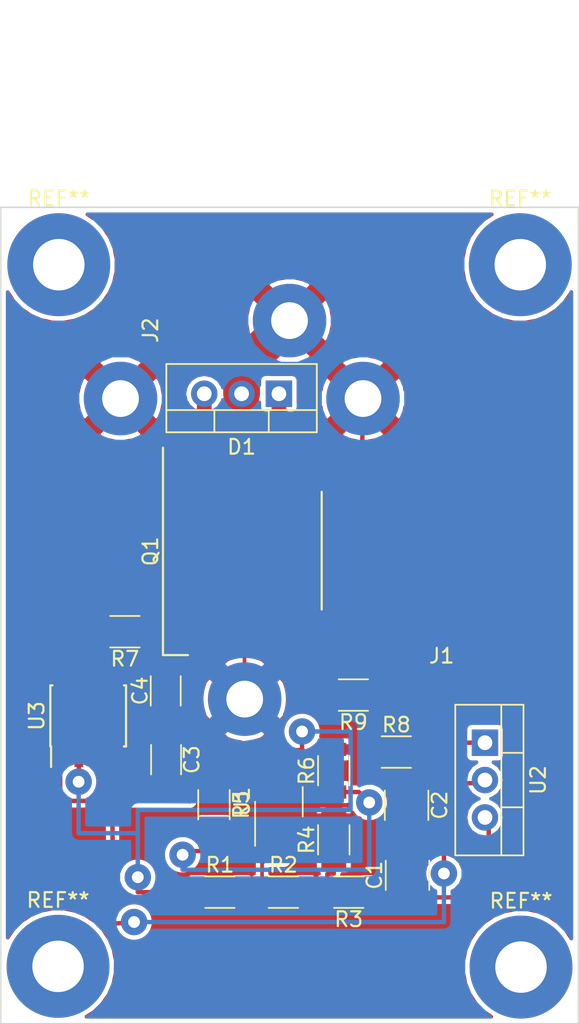
<source format=kicad_pcb>
(kicad_pcb (version 4) (host pcbnew 4.0.7)

  (general
    (links 91)
    (no_connects 2)
    (area 160.935714 82.4048 212.264286 153.925)
    (thickness 1.6)
    (drawings 8)
    (tracks 183)
    (zones 0)
    (modules 24)
    (nets 16)
  )

  (page A4)
  (layers
    (0 F.Cu signal)
    (31 B.Cu signal)
    (32 B.Adhes user)
    (33 F.Adhes user)
    (34 B.Paste user)
    (35 F.Paste user)
    (36 B.SilkS user)
    (37 F.SilkS user)
    (38 B.Mask user)
    (39 F.Mask user)
    (40 Dwgs.User user)
    (41 Cmts.User user)
    (42 Eco1.User user)
    (43 Eco2.User user)
    (44 Edge.Cuts user)
    (45 Margin user)
    (46 B.CrtYd user)
    (47 F.CrtYd user)
    (48 B.Fab user)
    (49 F.Fab user)
  )

  (setup
    (last_trace_width 0.25)
    (user_trace_width 0.3)
    (user_trace_width 0.6)
    (user_trace_width 1)
    (user_trace_width 2.5)
    (user_trace_width 3)
    (trace_clearance 0.2)
    (zone_clearance 0.3)
    (zone_45_only yes)
    (trace_min 0.25)
    (segment_width 0.2)
    (edge_width 0.1)
    (via_size 1.8)
    (via_drill 0.8)
    (via_min_size 1.8)
    (via_min_drill 0.8)
    (uvia_size 0.3)
    (uvia_drill 0.1)
    (uvias_allowed no)
    (uvia_min_size 0.2)
    (uvia_min_drill 0.1)
    (pcb_text_width 0.3)
    (pcb_text_size 1.5 1.5)
    (mod_edge_width 0.15)
    (mod_text_size 1 1)
    (mod_text_width 0.15)
    (pad_size 1.5 1.5)
    (pad_drill 0.6)
    (pad_to_mask_clearance 0)
    (aux_axis_origin 166.9 96.65)
    (grid_origin 188.75 143.7)
    (visible_elements 7FFDFFFF)
    (pcbplotparams
      (layerselection 0x31000_80000001)
      (usegerberextensions true)
      (excludeedgelayer true)
      (linewidth 0.100000)
      (plotframeref true)
      (viasonmask false)
      (mode 1)
      (useauxorigin false)
      (hpglpennumber 1)
      (hpglpenspeed 20)
      (hpglpendiameter 15)
      (hpglpenoverlay 2)
      (psnegative false)
      (psa4output false)
      (plotreference true)
      (plotvalue true)
      (plotinvisibletext false)
      (padsonsilk false)
      (subtractmaskfromsilk false)
      (outputformat 1)
      (mirror false)
      (drillshape 0)
      (scaleselection 1)
      (outputdirectory "Dc Chopper layout design/"))
  )

  (net 0 "")
  (net 1 Uin)
  (net 2 GND)
  (net 3 +15)
  (net 4 "Net-(R1-Pad1)")
  (net 5 "Net-(R1-Pad2)")
  (net 6 OpIn)
  (net 7 Uref)
  (net 8 "Net-(R7-Pad2)")
  (net 9 "Net-(R8-Pad2)")
  (net 10 "Net-(U1-Pad1)")
  (net 11 "Net-(U1-Pad5)")
  (net 12 "Net-(U1-Pad8)")
  (net 13 "Net-(U3-Pad3)")
  (net 14 "Net-(Q1-Pad1)")
  (net 15 "Net-(D1-Pad1)")

  (net_class Default "This is the default net class."
    (clearance 0.2)
    (trace_width 0.25)
    (via_dia 1.8)
    (via_drill 0.8)
    (uvia_dia 0.3)
    (uvia_drill 0.1)
    (add_net +15)
    (add_net GND)
    (add_net "Net-(D1-Pad1)")
    (add_net "Net-(Q1-Pad1)")
    (add_net "Net-(R1-Pad1)")
    (add_net "Net-(R1-Pad2)")
    (add_net "Net-(R7-Pad2)")
    (add_net "Net-(R8-Pad2)")
    (add_net "Net-(U1-Pad1)")
    (add_net "Net-(U1-Pad5)")
    (add_net "Net-(U1-Pad8)")
    (add_net "Net-(U3-Pad3)")
    (add_net OpIn)
    (add_net Uref)
  )

  (net_class Power ""
    (clearance 0.2)
    (trace_width 10)
    (via_dia 1.8)
    (via_drill 0.8)
    (uvia_dia 0.3)
    (uvia_drill 0.1)
    (add_net Uin)
  )

  (module "Kicad stuff:WireConnection_2.50mmDrill" (layer F.Cu) (tedit 5AF2D2F6) (tstamp 5ADE0310)
    (at 179.832 82.8548 90)
    (descr "WireConnection with 2.5mm drill")
    (path /5ADDE720)
    (fp_text reference J2 (at -22.1996 -2.6924 90) (layer F.SilkS)
      (effects (font (size 1 1) (thickness 0.15)))
    )
    (fp_text value Power_Res_conn (at -16.3952 2.168 360) (layer F.Fab)
      (effects (font (size 1 1) (thickness 0.15)))
    )
    (pad 1 thru_hole circle (at -26.8452 11.768 90) (size 5.00126 5.00126) (drill 2.49936) (layers *.Cu *.Mask)
      (net 1 Uin))
    (pad 2 thru_hole circle (at -26.8452 -4.732 90) (size 5.00126 5.00126) (drill 2.49936) (layers *.Cu *.Mask)
      (net 15 "Net-(D1-Pad1)"))
  )

  (module "Kicad stuff:WireConnection_2.50mmDrill" (layer F.Cu) (tedit 5AF2D07D) (tstamp 5ADE030B)
    (at 174.75 124.5 180)
    (descr "WireConnection with 2.5mm drill")
    (path /5ADDD5F4)
    (fp_text reference J1 (at -22.1996 -2.6924 180) (layer F.SilkS)
      (effects (font (size 1 1) (thickness 0.15)))
    )
    (fp_text value Dc-Link (at -23.4 14.6 180) (layer F.Fab)
      (effects (font (size 1 1) (thickness 0.15)))
    )
    (pad 1 thru_hole circle (at -11.85 20.1 180) (size 5.00126 5.00126) (drill 2.49936) (layers *.Cu *.Mask)
      (net 1 Uin))
    (pad 2 thru_hole circle (at -8.7988 -5.6336 180) (size 5.00126 5.00126) (drill 2.49936) (layers *.Cu *.Mask)
      (net 2 GND))
  )

  (module Capacitors_SMD:C_1210 (layer F.Cu) (tedit 5AF2D317) (tstamp 5ADD9960)
    (at 194.6275 142.113 90)
    (descr "Capacitor SMD 1210, reflow soldering, AVX (see smccp.pdf)")
    (tags "capacitor 1210")
    (path /5ADCCBB7)
    (attr smd)
    (fp_text reference C1 (at 0 -2.25 90) (layer F.SilkS)
      (effects (font (size 1 1) (thickness 0.15)))
    )
    (fp_text value 0.1uF (at -3.187 0.0225 180) (layer F.Fab)
      (effects (font (size 1 1) (thickness 0.15)))
    )
    (fp_text user %R (at 0.013 -0.0275 90) (layer F.Fab)
      (effects (font (size 1 1) (thickness 0.15)))
    )
    (fp_line (start -1.6 1.25) (end -1.6 -1.25) (layer F.Fab) (width 0.1))
    (fp_line (start 1.6 1.25) (end -1.6 1.25) (layer F.Fab) (width 0.1))
    (fp_line (start 1.6 -1.25) (end 1.6 1.25) (layer F.Fab) (width 0.1))
    (fp_line (start -1.6 -1.25) (end 1.6 -1.25) (layer F.Fab) (width 0.1))
    (fp_line (start 1 -1.48) (end -1 -1.48) (layer F.SilkS) (width 0.12))
    (fp_line (start -1 1.48) (end 1 1.48) (layer F.SilkS) (width 0.12))
    (fp_line (start -2.25 -1.5) (end 2.25 -1.5) (layer F.CrtYd) (width 0.05))
    (fp_line (start -2.25 -1.5) (end -2.25 1.5) (layer F.CrtYd) (width 0.05))
    (fp_line (start 2.25 1.5) (end 2.25 -1.5) (layer F.CrtYd) (width 0.05))
    (fp_line (start 2.25 1.5) (end -2.25 1.5) (layer F.CrtYd) (width 0.05))
    (pad 1 smd rect (at -1.5 0 90) (size 1 2.5) (layers F.Cu F.Paste F.Mask)
      (net 1 Uin))
    (pad 2 smd rect (at 1.5 0 90) (size 1 2.5) (layers F.Cu F.Paste F.Mask)
      (net 2 GND))
    (model Capacitors_SMD.3dshapes/C_1210.wrl
      (at (xyz 0 0 0))
      (scale (xyz 1 1 1))
      (rotate (xyz 0 0 0))
    )
  )

  (module Capacitors_SMD:C_1210 (layer F.Cu) (tedit 5AF2D1E5) (tstamp 5ADD9971)
    (at 194.564 137.3505 270)
    (descr "Capacitor SMD 1210, reflow soldering, AVX (see smccp.pdf)")
    (tags "capacitor 1210")
    (path /5ADCCE21)
    (attr smd)
    (fp_text reference C2 (at 0 -2.25 270) (layer F.SilkS)
      (effects (font (size 1 1) (thickness 0.15)))
    )
    (fp_text value 1uF (at 0.0495 -2.236 270) (layer F.Fab)
      (effects (font (size 1 1) (thickness 0.15)))
    )
    (fp_text user %R (at 0.1495 0.014 270) (layer F.Fab)
      (effects (font (size 1 1) (thickness 0.15)))
    )
    (fp_line (start -1.6 1.25) (end -1.6 -1.25) (layer F.Fab) (width 0.1))
    (fp_line (start 1.6 1.25) (end -1.6 1.25) (layer F.Fab) (width 0.1))
    (fp_line (start 1.6 -1.25) (end 1.6 1.25) (layer F.Fab) (width 0.1))
    (fp_line (start -1.6 -1.25) (end 1.6 -1.25) (layer F.Fab) (width 0.1))
    (fp_line (start 1 -1.48) (end -1 -1.48) (layer F.SilkS) (width 0.12))
    (fp_line (start -1 1.48) (end 1 1.48) (layer F.SilkS) (width 0.12))
    (fp_line (start -2.25 -1.5) (end 2.25 -1.5) (layer F.CrtYd) (width 0.05))
    (fp_line (start -2.25 -1.5) (end -2.25 1.5) (layer F.CrtYd) (width 0.05))
    (fp_line (start 2.25 1.5) (end 2.25 -1.5) (layer F.CrtYd) (width 0.05))
    (fp_line (start 2.25 1.5) (end -2.25 1.5) (layer F.CrtYd) (width 0.05))
    (pad 1 smd rect (at -1.5 0 270) (size 1 2.5) (layers F.Cu F.Paste F.Mask)
      (net 3 +15))
    (pad 2 smd rect (at 1.5 0 270) (size 1 2.5) (layers F.Cu F.Paste F.Mask)
      (net 2 GND))
    (model Capacitors_SMD.3dshapes/C_1210.wrl
      (at (xyz 0 0 0))
      (scale (xyz 1 1 1))
      (rotate (xyz 0 0 0))
    )
  )

  (module TO_SOT_Packages_THT:TO-220-3_Vertical (layer F.Cu) (tedit 5AF2D1AC) (tstamp 5ADD998B)
    (at 185.8772 109.3724 180)
    (descr "TO-220-3, Vertical, RM 2.54mm")
    (tags "TO-220-3 Vertical RM 2.54mm")
    (path /5AF19686)
    (fp_text reference D1 (at 2.54 -3.62 180) (layer F.SilkS)
      (effects (font (size 1 1) (thickness 0.15)))
    )
    (fp_text value "NTST20100CTG " (at 2.1272 -3.3776 180) (layer F.Fab)
      (effects (font (size 1 1) (thickness 0.15)))
    )
    (fp_text user %R (at 2.4272 -1.9276 180) (layer F.Fab)
      (effects (font (size 1 1) (thickness 0.15)))
    )
    (fp_line (start -2.46 -2.5) (end -2.46 1.9) (layer F.Fab) (width 0.1))
    (fp_line (start -2.46 1.9) (end 7.54 1.9) (layer F.Fab) (width 0.1))
    (fp_line (start 7.54 1.9) (end 7.54 -2.5) (layer F.Fab) (width 0.1))
    (fp_line (start 7.54 -2.5) (end -2.46 -2.5) (layer F.Fab) (width 0.1))
    (fp_line (start -2.46 -1.23) (end 7.54 -1.23) (layer F.Fab) (width 0.1))
    (fp_line (start 0.69 -2.5) (end 0.69 -1.23) (layer F.Fab) (width 0.1))
    (fp_line (start 4.39 -2.5) (end 4.39 -1.23) (layer F.Fab) (width 0.1))
    (fp_line (start -2.58 -2.62) (end 7.66 -2.62) (layer F.SilkS) (width 0.12))
    (fp_line (start -2.58 2.021) (end 7.66 2.021) (layer F.SilkS) (width 0.12))
    (fp_line (start -2.58 -2.62) (end -2.58 2.021) (layer F.SilkS) (width 0.12))
    (fp_line (start 7.66 -2.62) (end 7.66 2.021) (layer F.SilkS) (width 0.12))
    (fp_line (start -2.58 -1.11) (end 7.66 -1.11) (layer F.SilkS) (width 0.12))
    (fp_line (start 0.69 -2.62) (end 0.69 -1.11) (layer F.SilkS) (width 0.12))
    (fp_line (start 4.391 -2.62) (end 4.391 -1.11) (layer F.SilkS) (width 0.12))
    (fp_line (start -2.71 -2.75) (end -2.71 2.16) (layer F.CrtYd) (width 0.05))
    (fp_line (start -2.71 2.16) (end 7.79 2.16) (layer F.CrtYd) (width 0.05))
    (fp_line (start 7.79 2.16) (end 7.79 -2.75) (layer F.CrtYd) (width 0.05))
    (fp_line (start 7.79 -2.75) (end -2.71 -2.75) (layer F.CrtYd) (width 0.05))
    (pad 1 thru_hole rect (at 0 0 180) (size 1.8 1.8) (drill 1) (layers *.Cu *.Mask)
      (net 15 "Net-(D1-Pad1)"))
    (pad 2 thru_hole oval (at 2.54 0 180) (size 1.8 1.8) (drill 1) (layers *.Cu *.Mask)
      (net 1 Uin))
    (pad 3 thru_hole oval (at 5.08 0 180) (size 1.8 1.8) (drill 1) (layers *.Cu *.Mask)
      (net 15 "Net-(D1-Pad1)"))
    (model ${KISYS3DMOD}/TO_SOT_Packages_THT.3dshapes/TO-220-3_Vertical.wrl
      (at (xyz 0.1 0 0))
      (scale (xyz 0.393701 0.393701 0.393701))
      (rotate (xyz 0 0 0))
    )
  )

  (module Resistors_SMD:R_1206 (layer F.Cu) (tedit 58E0A804) (tstamp 5ADD99EB)
    (at 181.864 143.256)
    (descr "Resistor SMD 1206, reflow soldering, Vishay (see dcrcw.pdf)")
    (tags "resistor 1206")
    (path /5AD5EF4B)
    (attr smd)
    (fp_text reference R1 (at 0 -1.85) (layer F.SilkS)
      (effects (font (size 1 1) (thickness 0.15)))
    )
    (fp_text value 430k (at 0 1.95) (layer F.Fab)
      (effects (font (size 1 1) (thickness 0.15)))
    )
    (fp_text user %R (at 0 0) (layer F.Fab)
      (effects (font (size 0.7 0.7) (thickness 0.105)))
    )
    (fp_line (start -1.6 0.8) (end -1.6 -0.8) (layer F.Fab) (width 0.1))
    (fp_line (start 1.6 0.8) (end -1.6 0.8) (layer F.Fab) (width 0.1))
    (fp_line (start 1.6 -0.8) (end 1.6 0.8) (layer F.Fab) (width 0.1))
    (fp_line (start -1.6 -0.8) (end 1.6 -0.8) (layer F.Fab) (width 0.1))
    (fp_line (start 1 1.07) (end -1 1.07) (layer F.SilkS) (width 0.12))
    (fp_line (start -1 -1.07) (end 1 -1.07) (layer F.SilkS) (width 0.12))
    (fp_line (start -2.15 -1.11) (end 2.15 -1.11) (layer F.CrtYd) (width 0.05))
    (fp_line (start -2.15 -1.11) (end -2.15 1.1) (layer F.CrtYd) (width 0.05))
    (fp_line (start 2.15 1.1) (end 2.15 -1.11) (layer F.CrtYd) (width 0.05))
    (fp_line (start 2.15 1.1) (end -2.15 1.1) (layer F.CrtYd) (width 0.05))
    (pad 1 smd rect (at -1.45 0) (size 0.9 1.7) (layers F.Cu F.Paste F.Mask)
      (net 4 "Net-(R1-Pad1)"))
    (pad 2 smd rect (at 1.45 0) (size 0.9 1.7) (layers F.Cu F.Paste F.Mask)
      (net 5 "Net-(R1-Pad2)"))
    (model ${KISYS3DMOD}/Resistors_SMD.3dshapes/R_1206.wrl
      (at (xyz 0 0 0))
      (scale (xyz 1 1 1))
      (rotate (xyz 0 0 0))
    )
  )

  (module Resistors_SMD:R_1206 (layer F.Cu) (tedit 58E0A804) (tstamp 5ADD99FC)
    (at 186.182 143.256)
    (descr "Resistor SMD 1206, reflow soldering, Vishay (see dcrcw.pdf)")
    (tags "resistor 1206")
    (path /5AF06405)
    (attr smd)
    (fp_text reference R2 (at 0 -1.85) (layer F.SilkS)
      (effects (font (size 1 1) (thickness 0.15)))
    )
    (fp_text value 3k (at 0 1.95) (layer F.Fab)
      (effects (font (size 1 1) (thickness 0.15)))
    )
    (fp_text user %R (at 0 0) (layer F.Fab)
      (effects (font (size 0.7 0.7) (thickness 0.105)))
    )
    (fp_line (start -1.6 0.8) (end -1.6 -0.8) (layer F.Fab) (width 0.1))
    (fp_line (start 1.6 0.8) (end -1.6 0.8) (layer F.Fab) (width 0.1))
    (fp_line (start 1.6 -0.8) (end 1.6 0.8) (layer F.Fab) (width 0.1))
    (fp_line (start -1.6 -0.8) (end 1.6 -0.8) (layer F.Fab) (width 0.1))
    (fp_line (start 1 1.07) (end -1 1.07) (layer F.SilkS) (width 0.12))
    (fp_line (start -1 -1.07) (end 1 -1.07) (layer F.SilkS) (width 0.12))
    (fp_line (start -2.15 -1.11) (end 2.15 -1.11) (layer F.CrtYd) (width 0.05))
    (fp_line (start -2.15 -1.11) (end -2.15 1.1) (layer F.CrtYd) (width 0.05))
    (fp_line (start 2.15 1.1) (end 2.15 -1.11) (layer F.CrtYd) (width 0.05))
    (fp_line (start 2.15 1.1) (end -2.15 1.1) (layer F.CrtYd) (width 0.05))
    (pad 1 smd rect (at -1.45 0) (size 0.9 1.7) (layers F.Cu F.Paste F.Mask)
      (net 5 "Net-(R1-Pad2)"))
    (pad 2 smd rect (at 1.45 0) (size 0.9 1.7) (layers F.Cu F.Paste F.Mask)
      (net 6 OpIn))
    (model ${KISYS3DMOD}/Resistors_SMD.3dshapes/R_1206.wrl
      (at (xyz 0 0 0))
      (scale (xyz 1 1 1))
      (rotate (xyz 0 0 0))
    )
  )

  (module Resistors_SMD:R_1206 (layer F.Cu) (tedit 5AF2CEA4) (tstamp 5ADD9A0D)
    (at 190.627 143.256 180)
    (descr "Resistor SMD 1206, reflow soldering, Vishay (see dcrcw.pdf)")
    (tags "resistor 1206")
    (path /5AD5F2D5)
    (attr smd)
    (fp_text reference R3 (at 0 -1.85 180) (layer F.SilkS)
      (effects (font (size 1 1) (thickness 0.15)))
    )
    (fp_text value 39k (at 0.027 -1.994 180) (layer F.Fab)
      (effects (font (size 1 1) (thickness 0.15)))
    )
    (fp_text user %R (at 0 0 180) (layer F.Fab)
      (effects (font (size 0.7 0.7) (thickness 0.105)))
    )
    (fp_line (start -1.6 0.8) (end -1.6 -0.8) (layer F.Fab) (width 0.1))
    (fp_line (start 1.6 0.8) (end -1.6 0.8) (layer F.Fab) (width 0.1))
    (fp_line (start 1.6 -0.8) (end 1.6 0.8) (layer F.Fab) (width 0.1))
    (fp_line (start -1.6 -0.8) (end 1.6 -0.8) (layer F.Fab) (width 0.1))
    (fp_line (start 1 1.07) (end -1 1.07) (layer F.SilkS) (width 0.12))
    (fp_line (start -1 -1.07) (end 1 -1.07) (layer F.SilkS) (width 0.12))
    (fp_line (start -2.15 -1.11) (end 2.15 -1.11) (layer F.CrtYd) (width 0.05))
    (fp_line (start -2.15 -1.11) (end -2.15 1.1) (layer F.CrtYd) (width 0.05))
    (fp_line (start 2.15 1.1) (end 2.15 -1.11) (layer F.CrtYd) (width 0.05))
    (fp_line (start 2.15 1.1) (end -2.15 1.1) (layer F.CrtYd) (width 0.05))
    (pad 1 smd rect (at -1.45 0 180) (size 0.9 1.7) (layers F.Cu F.Paste F.Mask)
      (net 1 Uin))
    (pad 2 smd rect (at 1.45 0 180) (size 0.9 1.7) (layers F.Cu F.Paste F.Mask)
      (net 6 OpIn))
    (model ${KISYS3DMOD}/Resistors_SMD.3dshapes/R_1206.wrl
      (at (xyz 0 0 0))
      (scale (xyz 1 1 1))
      (rotate (xyz 0 0 0))
    )
  )

  (module Resistors_SMD:R_1206 (layer F.Cu) (tedit 5AF2D2A2) (tstamp 5ADD9A1E)
    (at 189.611 139.7 90)
    (descr "Resistor SMD 1206, reflow soldering, Vishay (see dcrcw.pdf)")
    (tags "resistor 1206")
    (path /5AD5F34B)
    (attr smd)
    (fp_text reference R4 (at 0 -1.85 90) (layer F.SilkS)
      (effects (font (size 1 1) (thickness 0.15)))
    )
    (fp_text value 5.1k (at -0.05 1.739 90) (layer F.Fab)
      (effects (font (size 1 1) (thickness 0.15)))
    )
    (fp_text user %R (at 0 0 90) (layer F.Fab)
      (effects (font (size 0.7 0.7) (thickness 0.105)))
    )
    (fp_line (start -1.6 0.8) (end -1.6 -0.8) (layer F.Fab) (width 0.1))
    (fp_line (start 1.6 0.8) (end -1.6 0.8) (layer F.Fab) (width 0.1))
    (fp_line (start 1.6 -0.8) (end 1.6 0.8) (layer F.Fab) (width 0.1))
    (fp_line (start -1.6 -0.8) (end 1.6 -0.8) (layer F.Fab) (width 0.1))
    (fp_line (start 1 1.07) (end -1 1.07) (layer F.SilkS) (width 0.12))
    (fp_line (start -1 -1.07) (end 1 -1.07) (layer F.SilkS) (width 0.12))
    (fp_line (start -2.15 -1.11) (end 2.15 -1.11) (layer F.CrtYd) (width 0.05))
    (fp_line (start -2.15 -1.11) (end -2.15 1.1) (layer F.CrtYd) (width 0.05))
    (fp_line (start 2.15 1.1) (end 2.15 -1.11) (layer F.CrtYd) (width 0.05))
    (fp_line (start 2.15 1.1) (end -2.15 1.1) (layer F.CrtYd) (width 0.05))
    (pad 1 smd rect (at -1.45 0 90) (size 0.9 1.7) (layers F.Cu F.Paste F.Mask)
      (net 6 OpIn))
    (pad 2 smd rect (at 1.45 0 90) (size 0.9 1.7) (layers F.Cu F.Paste F.Mask)
      (net 2 GND))
    (model ${KISYS3DMOD}/Resistors_SMD.3dshapes/R_1206.wrl
      (at (xyz 0 0 0))
      (scale (xyz 1 1 1))
      (rotate (xyz 0 0 0))
    )
  )

  (module Resistors_SMD:R_1206 (layer F.Cu) (tedit 5AF2D1CD) (tstamp 5ADD9A2F)
    (at 181.4576 137.3124 270)
    (descr "Resistor SMD 1206, reflow soldering, Vishay (see dcrcw.pdf)")
    (tags "resistor 1206")
    (path /5AD60192)
    (attr smd)
    (fp_text reference R5 (at 0 -1.85 270) (layer F.SilkS)
      (effects (font (size 1 1) (thickness 0.15)))
    )
    (fp_text value 30k (at -0.0624 1.6576 270) (layer F.Fab)
      (effects (font (size 1 1) (thickness 0.15)))
    )
    (fp_text user %R (at 0 0 270) (layer F.Fab)
      (effects (font (size 0.7 0.7) (thickness 0.105)))
    )
    (fp_line (start -1.6 0.8) (end -1.6 -0.8) (layer F.Fab) (width 0.1))
    (fp_line (start 1.6 0.8) (end -1.6 0.8) (layer F.Fab) (width 0.1))
    (fp_line (start 1.6 -0.8) (end 1.6 0.8) (layer F.Fab) (width 0.1))
    (fp_line (start -1.6 -0.8) (end 1.6 -0.8) (layer F.Fab) (width 0.1))
    (fp_line (start 1 1.07) (end -1 1.07) (layer F.SilkS) (width 0.12))
    (fp_line (start -1 -1.07) (end 1 -1.07) (layer F.SilkS) (width 0.12))
    (fp_line (start -2.15 -1.11) (end 2.15 -1.11) (layer F.CrtYd) (width 0.05))
    (fp_line (start -2.15 -1.11) (end -2.15 1.1) (layer F.CrtYd) (width 0.05))
    (fp_line (start 2.15 1.1) (end 2.15 -1.11) (layer F.CrtYd) (width 0.05))
    (fp_line (start 2.15 1.1) (end -2.15 1.1) (layer F.CrtYd) (width 0.05))
    (pad 1 smd rect (at -1.45 0 270) (size 0.9 1.7) (layers F.Cu F.Paste F.Mask)
      (net 3 +15))
    (pad 2 smd rect (at 1.45 0 270) (size 0.9 1.7) (layers F.Cu F.Paste F.Mask)
      (net 7 Uref))
    (model ${KISYS3DMOD}/Resistors_SMD.3dshapes/R_1206.wrl
      (at (xyz 0 0 0))
      (scale (xyz 1 1 1))
      (rotate (xyz 0 0 0))
    )
  )

  (module Resistors_SMD:R_1206 (layer F.Cu) (tedit 5AF2D232) (tstamp 5ADD9A40)
    (at 189.611 135.001 90)
    (descr "Resistor SMD 1206, reflow soldering, Vishay (see dcrcw.pdf)")
    (tags "resistor 1206")
    (path /5AD60198)
    (attr smd)
    (fp_text reference R6 (at 0 -1.85 90) (layer F.SilkS)
      (effects (font (size 1 1) (thickness 0.15)))
    )
    (fp_text value 15k (at 0.251 1.639 90) (layer F.Fab)
      (effects (font (size 0.7 1) (thickness 0.15)))
    )
    (fp_text user %R (at 0 0 90) (layer F.Fab)
      (effects (font (size 0.7 0.7) (thickness 0.105)))
    )
    (fp_line (start -1.6 0.8) (end -1.6 -0.8) (layer F.Fab) (width 0.1))
    (fp_line (start 1.6 0.8) (end -1.6 0.8) (layer F.Fab) (width 0.1))
    (fp_line (start 1.6 -0.8) (end 1.6 0.8) (layer F.Fab) (width 0.1))
    (fp_line (start -1.6 -0.8) (end 1.6 -0.8) (layer F.Fab) (width 0.1))
    (fp_line (start 1 1.07) (end -1 1.07) (layer F.SilkS) (width 0.12))
    (fp_line (start -1 -1.07) (end 1 -1.07) (layer F.SilkS) (width 0.12))
    (fp_line (start -2.15 -1.11) (end 2.15 -1.11) (layer F.CrtYd) (width 0.05))
    (fp_line (start -2.15 -1.11) (end -2.15 1.1) (layer F.CrtYd) (width 0.05))
    (fp_line (start 2.15 1.1) (end 2.15 -1.11) (layer F.CrtYd) (width 0.05))
    (fp_line (start 2.15 1.1) (end -2.15 1.1) (layer F.CrtYd) (width 0.05))
    (pad 1 smd rect (at -1.45 0 90) (size 0.9 1.7) (layers F.Cu F.Paste F.Mask)
      (net 7 Uref))
    (pad 2 smd rect (at 1.45 0 90) (size 0.9 1.7) (layers F.Cu F.Paste F.Mask)
      (net 2 GND))
    (model ${KISYS3DMOD}/Resistors_SMD.3dshapes/R_1206.wrl
      (at (xyz 0 0 0))
      (scale (xyz 1 1 1))
      (rotate (xyz 0 0 0))
    )
  )

  (module Resistors_SMD:R_1206 (layer F.Cu) (tedit 5AF2D2B6) (tstamp 5ADD9A51)
    (at 175.4 125.55 180)
    (descr "Resistor SMD 1206, reflow soldering, Vishay (see dcrcw.pdf)")
    (tags "resistor 1206")
    (path /5ADDC3C8)
    (attr smd)
    (fp_text reference R7 (at 0 -1.85 180) (layer F.SilkS)
      (effects (font (size 1 1) (thickness 0.15)))
    )
    (fp_text value 1.6 (at 0 1.8 180) (layer F.Fab)
      (effects (font (size 1 1) (thickness 0.15)))
    )
    (fp_text user %R (at 0 0 180) (layer F.Fab)
      (effects (font (size 0.7 0.7) (thickness 0.105)))
    )
    (fp_line (start -1.6 0.8) (end -1.6 -0.8) (layer F.Fab) (width 0.1))
    (fp_line (start 1.6 0.8) (end -1.6 0.8) (layer F.Fab) (width 0.1))
    (fp_line (start 1.6 -0.8) (end 1.6 0.8) (layer F.Fab) (width 0.1))
    (fp_line (start -1.6 -0.8) (end 1.6 -0.8) (layer F.Fab) (width 0.1))
    (fp_line (start 1 1.07) (end -1 1.07) (layer F.SilkS) (width 0.12))
    (fp_line (start -1 -1.07) (end 1 -1.07) (layer F.SilkS) (width 0.12))
    (fp_line (start -2.15 -1.11) (end 2.15 -1.11) (layer F.CrtYd) (width 0.05))
    (fp_line (start -2.15 -1.11) (end -2.15 1.1) (layer F.CrtYd) (width 0.05))
    (fp_line (start 2.15 1.1) (end 2.15 -1.11) (layer F.CrtYd) (width 0.05))
    (fp_line (start 2.15 1.1) (end -2.15 1.1) (layer F.CrtYd) (width 0.05))
    (pad 1 smd rect (at -1.45 0 180) (size 0.9 1.7) (layers F.Cu F.Paste F.Mask)
      (net 14 "Net-(Q1-Pad1)"))
    (pad 2 smd rect (at 1.45 0 180) (size 0.9 1.7) (layers F.Cu F.Paste F.Mask)
      (net 8 "Net-(R7-Pad2)"))
    (model ${KISYS3DMOD}/Resistors_SMD.3dshapes/R_1206.wrl
      (at (xyz 0 0 0))
      (scale (xyz 1 1 1))
      (rotate (xyz 0 0 0))
    )
  )

  (module Resistors_SMD:R_1206 (layer F.Cu) (tedit 5AF2D0B0) (tstamp 5ADD9A78)
    (at 193.8655 133.731)
    (descr "Resistor SMD 1206, reflow soldering, Vishay (see dcrcw.pdf)")
    (tags "resistor 1206")
    (path /5ADCC647)
    (attr smd)
    (fp_text reference R8 (at 0 -1.85) (layer F.SilkS)
      (effects (font (size 1 1) (thickness 0.15)))
    )
    (fp_text value 220 (at -0.0655 -1.931) (layer F.Fab)
      (effects (font (size 1 1) (thickness 0.15)))
    )
    (fp_text user %R (at 0 0) (layer F.Fab)
      (effects (font (size 0.7 0.7) (thickness 0.105)))
    )
    (fp_line (start -1.6 0.8) (end -1.6 -0.8) (layer F.Fab) (width 0.1))
    (fp_line (start 1.6 0.8) (end -1.6 0.8) (layer F.Fab) (width 0.1))
    (fp_line (start 1.6 -0.8) (end 1.6 0.8) (layer F.Fab) (width 0.1))
    (fp_line (start -1.6 -0.8) (end 1.6 -0.8) (layer F.Fab) (width 0.1))
    (fp_line (start 1 1.07) (end -1 1.07) (layer F.SilkS) (width 0.12))
    (fp_line (start -1 -1.07) (end 1 -1.07) (layer F.SilkS) (width 0.12))
    (fp_line (start -2.15 -1.11) (end 2.15 -1.11) (layer F.CrtYd) (width 0.05))
    (fp_line (start -2.15 -1.11) (end -2.15 1.1) (layer F.CrtYd) (width 0.05))
    (fp_line (start 2.15 1.1) (end 2.15 -1.11) (layer F.CrtYd) (width 0.05))
    (fp_line (start 2.15 1.1) (end -2.15 1.1) (layer F.CrtYd) (width 0.05))
    (pad 1 smd rect (at -1.45 0) (size 0.9 1.7) (layers F.Cu F.Paste F.Mask)
      (net 3 +15))
    (pad 2 smd rect (at 1.45 0) (size 0.9 1.7) (layers F.Cu F.Paste F.Mask)
      (net 9 "Net-(R8-Pad2)"))
    (model ${KISYS3DMOD}/Resistors_SMD.3dshapes/R_1206.wrl
      (at (xyz 0 0 0))
      (scale (xyz 1 1 1))
      (rotate (xyz 0 0 0))
    )
  )

  (module Resistors_SMD:R_1206 (layer F.Cu) (tedit 58E0A804) (tstamp 5ADD9A89)
    (at 190.9445 129.8575 180)
    (descr "Resistor SMD 1206, reflow soldering, Vishay (see dcrcw.pdf)")
    (tags "resistor 1206")
    (path /5ADCC6A1)
    (attr smd)
    (fp_text reference R9 (at 0 -1.85 180) (layer F.SilkS)
      (effects (font (size 1 1) (thickness 0.15)))
    )
    (fp_text value 2.4k (at 0 1.95 180) (layer F.Fab)
      (effects (font (size 1 1) (thickness 0.15)))
    )
    (fp_text user %R (at 0 0 180) (layer F.Fab)
      (effects (font (size 0.7 0.7) (thickness 0.105)))
    )
    (fp_line (start -1.6 0.8) (end -1.6 -0.8) (layer F.Fab) (width 0.1))
    (fp_line (start 1.6 0.8) (end -1.6 0.8) (layer F.Fab) (width 0.1))
    (fp_line (start 1.6 -0.8) (end 1.6 0.8) (layer F.Fab) (width 0.1))
    (fp_line (start -1.6 -0.8) (end 1.6 -0.8) (layer F.Fab) (width 0.1))
    (fp_line (start 1 1.07) (end -1 1.07) (layer F.SilkS) (width 0.12))
    (fp_line (start -1 -1.07) (end 1 -1.07) (layer F.SilkS) (width 0.12))
    (fp_line (start -2.15 -1.11) (end 2.15 -1.11) (layer F.CrtYd) (width 0.05))
    (fp_line (start -2.15 -1.11) (end -2.15 1.1) (layer F.CrtYd) (width 0.05))
    (fp_line (start 2.15 1.1) (end 2.15 -1.11) (layer F.CrtYd) (width 0.05))
    (fp_line (start 2.15 1.1) (end -2.15 1.1) (layer F.CrtYd) (width 0.05))
    (pad 1 smd rect (at -1.45 0 180) (size 0.9 1.7) (layers F.Cu F.Paste F.Mask)
      (net 9 "Net-(R8-Pad2)"))
    (pad 2 smd rect (at 1.45 0 180) (size 0.9 1.7) (layers F.Cu F.Paste F.Mask)
      (net 2 GND))
    (model ${KISYS3DMOD}/Resistors_SMD.3dshapes/R_1206.wrl
      (at (xyz 0 0 0))
      (scale (xyz 1 1 1))
      (rotate (xyz 0 0 0))
    )
  )

  (module Housings_SSOP:VSSOP-8_3.0x3.0mm_Pitch0.65mm (layer F.Cu) (tedit 5AF2D021) (tstamp 5ADD9AA1)
    (at 185.8772 137.1092 90)
    (descr "VSSOP-8 3.0 x 3.0, http://www.ti.com/lit/ds/symlink/lm75b.pdf")
    (tags "VSSOP-8 3.0 x 3.0")
    (path /5AD5E98B)
    (attr smd)
    (fp_text reference U1 (at 0 -2.5 90) (layer F.SilkS)
      (effects (font (size 1 1) (thickness 0.15)))
    )
    (fp_text value "OPA197IDGKR " (at 0.2092 -2.3272 90) (layer F.Fab)
      (effects (font (size 1 0.6) (thickness 0.15)))
    )
    (fp_line (start -3.48 -1.75) (end 3.48 -1.75) (layer F.CrtYd) (width 0.05))
    (fp_line (start -3.48 1.75) (end -3.48 -1.75) (layer F.CrtYd) (width 0.05))
    (fp_line (start 3.48 1.75) (end -3.48 1.75) (layer F.CrtYd) (width 0.05))
    (fp_line (start 3.48 -1.75) (end 3.48 1.75) (layer F.CrtYd) (width 0.05))
    (fp_line (start 1 1.62) (end -1 1.62) (layer F.SilkS) (width 0.12))
    (fp_line (start 0 -1.62) (end -3 -1.62) (layer F.SilkS) (width 0.12))
    (fp_line (start -0.5 -1.5) (end -1.5 -0.5) (layer F.Fab) (width 0.1))
    (fp_line (start -0.5 -1.5) (end 1.5 -1.5) (layer F.Fab) (width 0.1))
    (fp_line (start -1.5 1.5) (end -1.5 -0.5) (layer F.Fab) (width 0.1))
    (fp_line (start 1.5 1.5) (end -1.5 1.5) (layer F.Fab) (width 0.1))
    (fp_line (start 1.5 -1.5) (end 1.5 1.5) (layer F.Fab) (width 0.1))
    (fp_text user %R (at 0 0 90) (layer F.Fab)
      (effects (font (size 0.5 0.5) (thickness 0.1)))
    )
    (pad 1 smd rect (at -2.2 -0.975) (size 0.45 1.45) (layers F.Cu F.Paste F.Mask)
      (net 10 "Net-(U1-Pad1)"))
    (pad 2 smd rect (at -2.2 -0.325) (size 0.45 1.45) (layers F.Cu F.Paste F.Mask)
      (net 7 Uref))
    (pad 3 smd rect (at -2.2 0.325) (size 0.45 1.45) (layers F.Cu F.Paste F.Mask)
      (net 5 "Net-(R1-Pad2)"))
    (pad 4 smd rect (at -2.2 0.975) (size 0.45 1.45) (layers F.Cu F.Paste F.Mask)
      (net 2 GND))
    (pad 5 smd rect (at 2.2 0.975) (size 0.45 1.45) (layers F.Cu F.Paste F.Mask)
      (net 11 "Net-(U1-Pad5)"))
    (pad 6 smd rect (at 2.2 0.325) (size 0.45 1.45) (layers F.Cu F.Paste F.Mask)
      (net 4 "Net-(R1-Pad1)"))
    (pad 7 smd rect (at 2.2 -0.325) (size 0.45 1.45) (layers F.Cu F.Paste F.Mask)
      (net 3 +15))
    (pad 8 smd rect (at 2.2 -0.975) (size 0.45 1.45) (layers F.Cu F.Paste F.Mask)
      (net 12 "Net-(U1-Pad8)"))
    (model ${KISYS3DMOD}/Housings_SSOP.3dshapes/VSSOP-8_3.0x3.0mm_Pitch0.65mm.wrl
      (at (xyz 0 0 0))
      (scale (xyz 1 1 1))
      (rotate (xyz 0 0 0))
    )
  )

  (module TO_SOT_Packages_THT:TO-220-3_Vertical (layer F.Cu) (tedit 5AF2CFB3) (tstamp 5ADD9ABB)
    (at 199.898 133.096 270)
    (descr "TO-220-3, Vertical, RM 2.54mm")
    (tags "TO-220-3 Vertical RM 2.54mm")
    (path /5ADCC378)
    (fp_text reference U2 (at 2.54 -3.62 270) (layer F.SilkS)
      (effects (font (size 1 1) (thickness 0.15)))
    )
    (fp_text value LM317HVT/NOPB (at 1.304 -4.602 270) (layer F.Fab)
      (effects (font (size 1 1) (thickness 0.15)))
    )
    (fp_text user %R (at 2.204 -1.902 270) (layer F.Fab)
      (effects (font (size 1 1) (thickness 0.15)))
    )
    (fp_line (start -2.46 -2.5) (end -2.46 1.9) (layer F.Fab) (width 0.1))
    (fp_line (start -2.46 1.9) (end 7.54 1.9) (layer F.Fab) (width 0.1))
    (fp_line (start 7.54 1.9) (end 7.54 -2.5) (layer F.Fab) (width 0.1))
    (fp_line (start 7.54 -2.5) (end -2.46 -2.5) (layer F.Fab) (width 0.1))
    (fp_line (start -2.46 -1.23) (end 7.54 -1.23) (layer F.Fab) (width 0.1))
    (fp_line (start 0.69 -2.5) (end 0.69 -1.23) (layer F.Fab) (width 0.1))
    (fp_line (start 4.39 -2.5) (end 4.39 -1.23) (layer F.Fab) (width 0.1))
    (fp_line (start -2.58 -2.62) (end 7.66 -2.62) (layer F.SilkS) (width 0.12))
    (fp_line (start -2.58 2.021) (end 7.66 2.021) (layer F.SilkS) (width 0.12))
    (fp_line (start -2.58 -2.62) (end -2.58 2.021) (layer F.SilkS) (width 0.12))
    (fp_line (start 7.66 -2.62) (end 7.66 2.021) (layer F.SilkS) (width 0.12))
    (fp_line (start -2.58 -1.11) (end 7.66 -1.11) (layer F.SilkS) (width 0.12))
    (fp_line (start 0.69 -2.62) (end 0.69 -1.11) (layer F.SilkS) (width 0.12))
    (fp_line (start 4.391 -2.62) (end 4.391 -1.11) (layer F.SilkS) (width 0.12))
    (fp_line (start -2.71 -2.75) (end -2.71 2.16) (layer F.CrtYd) (width 0.05))
    (fp_line (start -2.71 2.16) (end 7.79 2.16) (layer F.CrtYd) (width 0.05))
    (fp_line (start 7.79 2.16) (end 7.79 -2.75) (layer F.CrtYd) (width 0.05))
    (fp_line (start 7.79 -2.75) (end -2.71 -2.75) (layer F.CrtYd) (width 0.05))
    (pad 1 thru_hole rect (at 0 0 270) (size 1.8 1.8) (drill 1) (layers *.Cu *.Mask)
      (net 9 "Net-(R8-Pad2)"))
    (pad 2 thru_hole oval (at 2.54 0 270) (size 1.8 1.8) (drill 1) (layers *.Cu *.Mask)
      (net 3 +15))
    (pad 3 thru_hole oval (at 5.08 0 270) (size 1.8 1.8) (drill 1) (layers *.Cu *.Mask)
      (net 1 Uin))
    (model ${KISYS3DMOD}/TO_SOT_Packages_THT.3dshapes/TO-220-3_Vertical.wrl
      (at (xyz 0.1 0 0))
      (scale (xyz 0.393701 0.393701 0.393701))
      (rotate (xyz 0 0 0))
    )
  )

  (module Housings_SOIC:SOIC-8_3.9x4.9mm_Pitch1.27mm (layer F.Cu) (tedit 5AF2CF4B) (tstamp 5ADD9AD8)
    (at 172.9 131.275 90)
    (descr "8-Lead Plastic Small Outline (SN) - Narrow, 3.90 mm Body [SOIC] (see Microchip Packaging Specification 00000049BS.pdf)")
    (tags "SOIC 1.27")
    (path /5ADDBFAC)
    (attr smd)
    (fp_text reference U3 (at 0 -3.5 90) (layer F.SilkS)
      (effects (font (size 1 1) (thickness 0.15)))
    )
    (fp_text value FAN3122 (at 0.325 -4.5 90) (layer F.Fab)
      (effects (font (size 1 1) (thickness 0.15)))
    )
    (fp_text user %R (at 0 0 90) (layer F.Fab)
      (effects (font (size 1 1) (thickness 0.15)))
    )
    (fp_line (start -0.95 -2.45) (end 1.95 -2.45) (layer F.Fab) (width 0.1))
    (fp_line (start 1.95 -2.45) (end 1.95 2.45) (layer F.Fab) (width 0.1))
    (fp_line (start 1.95 2.45) (end -1.95 2.45) (layer F.Fab) (width 0.1))
    (fp_line (start -1.95 2.45) (end -1.95 -1.45) (layer F.Fab) (width 0.1))
    (fp_line (start -1.95 -1.45) (end -0.95 -2.45) (layer F.Fab) (width 0.1))
    (fp_line (start -3.73 -2.7) (end -3.73 2.7) (layer F.CrtYd) (width 0.05))
    (fp_line (start 3.73 -2.7) (end 3.73 2.7) (layer F.CrtYd) (width 0.05))
    (fp_line (start -3.73 -2.7) (end 3.73 -2.7) (layer F.CrtYd) (width 0.05))
    (fp_line (start -3.73 2.7) (end 3.73 2.7) (layer F.CrtYd) (width 0.05))
    (fp_line (start -2.075 -2.575) (end -2.075 -2.525) (layer F.SilkS) (width 0.15))
    (fp_line (start 2.075 -2.575) (end 2.075 -2.43) (layer F.SilkS) (width 0.15))
    (fp_line (start 2.075 2.575) (end 2.075 2.43) (layer F.SilkS) (width 0.15))
    (fp_line (start -2.075 2.575) (end -2.075 2.43) (layer F.SilkS) (width 0.15))
    (fp_line (start -2.075 -2.575) (end 2.075 -2.575) (layer F.SilkS) (width 0.15))
    (fp_line (start -2.075 2.575) (end 2.075 2.575) (layer F.SilkS) (width 0.15))
    (fp_line (start -2.075 -2.525) (end -3.475 -2.525) (layer F.SilkS) (width 0.15))
    (pad 1 smd rect (at -2.7 -1.905 90) (size 1.55 0.6) (layers F.Cu F.Paste F.Mask)
      (net 3 +15))
    (pad 2 smd rect (at -2.7 -0.635 90) (size 1.55 0.6) (layers F.Cu F.Paste F.Mask)
      (net 4 "Net-(R1-Pad1)"))
    (pad 3 smd rect (at -2.7 0.635 90) (size 1.55 0.6) (layers F.Cu F.Paste F.Mask)
      (net 13 "Net-(U3-Pad3)"))
    (pad 4 smd rect (at -2.7 1.905 90) (size 1.55 0.6) (layers F.Cu F.Paste F.Mask)
      (net 2 GND))
    (pad 5 smd rect (at 2.7 1.905 90) (size 1.55 0.6) (layers F.Cu F.Paste F.Mask)
      (net 2 GND))
    (pad 6 smd rect (at 2.7 0.635 90) (size 1.55 0.6) (layers F.Cu F.Paste F.Mask)
      (net 8 "Net-(R7-Pad2)"))
    (pad 7 smd rect (at 2.7 -0.635 90) (size 1.55 0.6) (layers F.Cu F.Paste F.Mask)
      (net 8 "Net-(R7-Pad2)"))
    (pad 8 smd rect (at 2.7 -1.905 90) (size 1.55 0.6) (layers F.Cu F.Paste F.Mask)
      (net 3 +15))
    (model ${KISYS3DMOD}/Housings_SOIC.3dshapes/SOIC-8_3.9x4.9mm_Pitch1.27mm.wrl
      (at (xyz 0 0 0))
      (scale (xyz 1 1 1))
      (rotate (xyz 0 0 0))
    )
  )

  (module TO_SOT_Packages_SMD:Infineon_PG-HSOF-8-1 (layer F.Cu) (tedit 5AF2D177) (tstamp 5ADDE24A)
    (at 183.388 120.0912 90)
    (descr "Infineon HSOF-8-1 power mosfet http://www.infineon.com/cms/en/product/packages/PG-HSOF/PG-HSOF-8-1/")
    (tags "mosfet hsof")
    (path /5ADDE11B)
    (attr smd)
    (fp_text reference Q1 (at 0 -6.25 90) (layer F.SilkS)
      (effects (font (size 1 1) (thickness 0.15)))
    )
    (fp_text value IPT012N08N5ATMA1 (at 0.0912 6.512 90) (layer F.Fab)
      (effects (font (size 1 0.8) (thickness 0.15)))
    )
    (fp_line (start -4.15 -5) (end 5.3 -5) (layer F.Fab) (width 0.12))
    (fp_line (start -5.25 5) (end -5.25 -3.9) (layer F.Fab) (width 0.12))
    (fp_line (start 5.3 5) (end -5.25 5) (layer F.Fab) (width 0.12))
    (fp_line (start 5.3 -5) (end 5.3 5) (layer F.Fab) (width 0.12))
    (fp_line (start -7.05 -5.4) (end -7.05 -3.7) (layer F.SilkS) (width 0.15))
    (fp_line (start 7.05 -5.4) (end -7.05 -5.4) (layer F.SilkS) (width 0.15))
    (fp_line (start -3.95 5.4) (end 4.05 5.4) (layer F.SilkS) (width 0.15))
    (fp_line (start 7.25 -5.6) (end -7.15 -5.6) (layer F.CrtYd) (width 0.05))
    (fp_line (start -7.15 5.6) (end 7.25 5.6) (layer F.CrtYd) (width 0.05))
    (fp_line (start -7.15 5.6) (end -7.15 -5.6) (layer F.CrtYd) (width 0.05))
    (fp_line (start 7.25 -5.6) (end 7.25 5.6) (layer F.CrtYd) (width 0.05))
    (fp_text user %R (at -2.5088 0.062 180) (layer F.Fab)
      (effects (font (size 1 1) (thickness 0.15)))
    )
    (fp_line (start -4.15 -5) (end -5.25 -3.9) (layer F.Fab) (width 0.12))
    (fp_line (start -5.25 -3.9) (end -5.25 -3.9) (layer F.Fab) (width 0.12))
    (pad 3 smd rect (at 5.95 0) (size 10.1 1.4) (layers F.Cu F.Mask)
      (net 15 "Net-(D1-Pad1)"))
    (pad 3 smd rect (at 3.8 0) (size 8.7 2.9) (layers F.Cu F.Mask)
      (net 15 "Net-(D1-Pad1)"))
    (pad 3 smd rect (at 0.5 0) (size 9.7 3.7) (layers F.Cu F.Mask)
      (net 15 "Net-(D1-Pad1)"))
    (pad 2 smd rect (at -5.25 -0.6) (size 0.8 2.8) (layers F.Cu F.Paste F.Mask)
      (net 2 GND) (solder_paste_margin -0.1))
    (pad 2 smd rect (at -5.25 0.6) (size 0.8 2.8) (layers F.Cu F.Paste F.Mask)
      (net 2 GND) (solder_paste_margin -0.1))
    (pad 2 smd rect (at -5.25 1.8) (size 0.8 2.8) (layers F.Cu F.Paste F.Mask)
      (net 2 GND) (solder_paste_margin -0.1))
    (pad 2 smd rect (at -5.25 3) (size 0.8 2.8) (layers F.Cu F.Paste F.Mask)
      (net 2 GND) (solder_paste_margin -0.1))
    (pad 2 smd rect (at -5.25 4.2) (size 0.8 2.8) (layers F.Cu F.Paste F.Mask)
      (net 2 GND) (solder_paste_margin -0.1))
    (pad 2 smd rect (at -5.25 -1.8) (size 0.8 2.8) (layers F.Cu F.Paste F.Mask)
      (net 2 GND) (solder_paste_margin -0.1))
    (pad 2 smd rect (at -5.25 -3) (size 0.8 2.8) (layers F.Cu F.Paste F.Mask)
      (net 2 GND) (solder_paste_margin -0.1))
    (pad 1 smd rect (at -5.25 -4.2) (size 0.8 2.8) (layers F.Cu F.Paste F.Mask)
      (net 14 "Net-(Q1-Pad1)") (solder_paste_margin -0.1))
    (pad 3 smd circle (at -0.08 -4.2) (size 1 1) (layers F.Cu F.Paste F.Mask)
      (net 15 "Net-(D1-Pad1)"))
    (pad 3 smd circle (at -0.08 -3) (size 1 1) (layers F.Cu F.Paste F.Mask)
      (net 15 "Net-(D1-Pad1)"))
    (pad 3 smd circle (at -0.08 -1.8) (size 1 1) (layers F.Cu F.Paste F.Mask)
      (net 15 "Net-(D1-Pad1)"))
    (pad 3 smd circle (at -0.08 -0.6) (size 1 1) (layers F.Cu F.Paste F.Mask)
      (net 15 "Net-(D1-Pad1)"))
    (pad 3 smd circle (at -0.08 0.6) (size 1 1) (layers F.Cu F.Paste F.Mask)
      (net 15 "Net-(D1-Pad1)"))
    (pad 3 smd circle (at -0.08 1.8) (size 1 1) (layers F.Cu F.Paste F.Mask)
      (net 15 "Net-(D1-Pad1)"))
    (pad 3 smd circle (at -0.08 3) (size 1 1) (layers F.Cu F.Paste F.Mask)
      (net 15 "Net-(D1-Pad1)"))
    (pad 3 smd circle (at -0.08 4.2) (size 1 1) (layers F.Cu F.Paste F.Mask)
      (net 15 "Net-(D1-Pad1)"))
    (pad 3 smd circle (at 1.12 4.2) (size 1 1) (layers F.Cu F.Paste F.Mask)
      (net 15 "Net-(D1-Pad1)"))
    (pad 3 smd circle (at 1.12 3) (size 1 1) (layers F.Cu F.Paste F.Mask)
      (net 15 "Net-(D1-Pad1)"))
    (pad 3 smd circle (at 1.12 0.6) (size 1 1) (layers F.Cu F.Paste F.Mask)
      (net 15 "Net-(D1-Pad1)"))
    (pad 3 smd circle (at 1.12 1.8) (size 1 1) (layers F.Cu F.Paste F.Mask)
      (net 15 "Net-(D1-Pad1)"))
    (pad 3 smd circle (at 1.12 -0.6) (size 1 1) (layers F.Cu F.Paste F.Mask)
      (net 15 "Net-(D1-Pad1)"))
    (pad 3 smd circle (at 1.12 -1.8) (size 1 1) (layers F.Cu F.Paste F.Mask)
      (net 15 "Net-(D1-Pad1)"))
    (pad 3 smd circle (at 1.12 -3) (size 1 1) (layers F.Cu F.Paste F.Mask)
      (net 15 "Net-(D1-Pad1)"))
    (pad 3 smd circle (at 1.12 -4.2) (size 1 1) (layers F.Cu F.Paste F.Mask)
      (net 15 "Net-(D1-Pad1)"))
    (pad 3 smd circle (at 2.32 -3) (size 1 1) (layers F.Cu F.Paste F.Mask)
      (net 15 "Net-(D1-Pad1)"))
    (pad 3 smd circle (at 2.32 -1.8) (size 1 1) (layers F.Cu F.Paste F.Mask)
      (net 15 "Net-(D1-Pad1)"))
    (pad 3 smd circle (at 2.32 -0.6) (size 1 1) (layers F.Cu F.Paste F.Mask)
      (net 15 "Net-(D1-Pad1)"))
    (pad 3 smd circle (at 2.32 0.6) (size 1 1) (layers F.Cu F.Paste F.Mask)
      (net 15 "Net-(D1-Pad1)"))
    (pad 3 smd circle (at 2.32 1.8) (size 1 1) (layers F.Cu F.Paste F.Mask)
      (net 15 "Net-(D1-Pad1)"))
    (pad 3 smd circle (at 2.32 3) (size 1 1) (layers F.Cu F.Paste F.Mask)
      (net 15 "Net-(D1-Pad1)"))
    (pad 3 smd circle (at 3.52 3) (size 1 1) (layers F.Cu F.Paste F.Mask)
      (net 15 "Net-(D1-Pad1)"))
    (pad 3 smd circle (at 3.52 0.6) (size 1 1) (layers F.Cu F.Paste F.Mask)
      (net 15 "Net-(D1-Pad1)"))
    (pad 3 smd circle (at 3.52 1.8) (size 1 1) (layers F.Cu F.Paste F.Mask)
      (net 15 "Net-(D1-Pad1)"))
    (pad 3 smd circle (at 3.52 -0.6) (size 1 1) (layers F.Cu F.Paste F.Mask)
      (net 15 "Net-(D1-Pad1)"))
    (pad 3 smd circle (at 3.52 -1.8) (size 1 1) (layers F.Cu F.Paste F.Mask)
      (net 15 "Net-(D1-Pad1)"))
    (pad 3 smd circle (at 3.52 -3) (size 1 1) (layers F.Cu F.Paste F.Mask)
      (net 15 "Net-(D1-Pad1)"))
    (pad 3 smd circle (at 4.72 -3) (size 1 1) (layers F.Cu F.Paste F.Mask)
      (net 15 "Net-(D1-Pad1)"))
    (pad 3 smd circle (at 4.72 -1.8) (size 1 1) (layers F.Cu F.Paste F.Mask)
      (net 15 "Net-(D1-Pad1)"))
    (pad 3 smd circle (at 4.72 -0.6) (size 1 1) (layers F.Cu F.Paste F.Mask)
      (net 15 "Net-(D1-Pad1)"))
    (pad 3 smd circle (at 4.72 0.6) (size 1 1) (layers F.Cu F.Paste F.Mask)
      (net 15 "Net-(D1-Pad1)"))
    (pad 3 smd circle (at 4.72 1.8) (size 1 1) (layers F.Cu F.Paste F.Mask)
      (net 15 "Net-(D1-Pad1)"))
    (pad 3 smd circle (at 4.72 3) (size 1 1) (layers F.Cu F.Paste F.Mask)
      (net 15 "Net-(D1-Pad1)"))
    (pad 3 smd circle (at 6.02 -4.2) (size 1 1) (layers F.Cu F.Paste F.Mask)
      (net 15 "Net-(D1-Pad1)"))
    (pad 3 smd circle (at 6.02 -3) (size 1 1) (layers F.Cu F.Paste F.Mask)
      (net 15 "Net-(D1-Pad1)"))
    (pad 3 smd circle (at 6.02 -1.8) (size 1 1) (layers F.Cu F.Paste F.Mask)
      (net 15 "Net-(D1-Pad1)"))
    (pad 3 smd circle (at 6.02 -0.6) (size 1 1) (layers F.Cu F.Paste F.Mask)
      (net 15 "Net-(D1-Pad1)"))
    (pad 3 smd circle (at 6.02 0.6) (size 1 1) (layers F.Cu F.Paste F.Mask)
      (net 15 "Net-(D1-Pad1)"))
    (pad 3 smd circle (at 6.02 1.8) (size 1 1) (layers F.Cu F.Paste F.Mask)
      (net 15 "Net-(D1-Pad1)"))
    (pad 3 smd circle (at 6.02 3) (size 1 1) (layers F.Cu F.Paste F.Mask)
      (net 15 "Net-(D1-Pad1)"))
    (pad 3 smd circle (at 6.02 4.2) (size 1 1) (layers F.Cu F.Paste F.Mask)
      (net 15 "Net-(D1-Pad1)"))
    (pad 2 smd rect (at -4.25 0.6) (size 8 0.8) (layers F.Cu F.Mask)
      (net 2 GND))
    (model ${KISYS3DMOD}/TO_SOT_Packages_SMD.3dshapes/Infineon_PG-HSOF-8-1.wrl
      (at (xyz 0 0 0))
      (scale (xyz 1 1 1))
      (rotate (xyz 0 0 0))
    )
  )

  (module Capacitors_SMD:C_1206 (layer F.Cu) (tedit 5AF2D379) (tstamp 5AF03280)
    (at 178.2 134.25 270)
    (descr "Capacitor SMD 1206, reflow soldering, AVX (see smccp.pdf)")
    (tags "capacitor 1206")
    (path /5AF058B6)
    (attr smd)
    (fp_text reference C3 (at 0 -1.75 270) (layer F.SilkS)
      (effects (font (size 1 1) (thickness 0.15)))
    )
    (fp_text value 1uF (at -0.05 -1.7 270) (layer F.Fab)
      (effects (font (size 1 1) (thickness 0.15)))
    )
    (fp_text user %R (at 0 -0.05 270) (layer F.Fab)
      (effects (font (size 1 1) (thickness 0.15)))
    )
    (fp_line (start -1.6 0.8) (end -1.6 -0.8) (layer F.Fab) (width 0.1))
    (fp_line (start 1.6 0.8) (end -1.6 0.8) (layer F.Fab) (width 0.1))
    (fp_line (start 1.6 -0.8) (end 1.6 0.8) (layer F.Fab) (width 0.1))
    (fp_line (start -1.6 -0.8) (end 1.6 -0.8) (layer F.Fab) (width 0.1))
    (fp_line (start 1 -1.02) (end -1 -1.02) (layer F.SilkS) (width 0.12))
    (fp_line (start -1 1.02) (end 1 1.02) (layer F.SilkS) (width 0.12))
    (fp_line (start -2.25 -1.05) (end 2.25 -1.05) (layer F.CrtYd) (width 0.05))
    (fp_line (start -2.25 -1.05) (end -2.25 1.05) (layer F.CrtYd) (width 0.05))
    (fp_line (start 2.25 1.05) (end 2.25 -1.05) (layer F.CrtYd) (width 0.05))
    (fp_line (start 2.25 1.05) (end -2.25 1.05) (layer F.CrtYd) (width 0.05))
    (pad 1 smd rect (at -1.5 0 270) (size 1 1.6) (layers F.Cu F.Paste F.Mask)
      (net 3 +15))
    (pad 2 smd rect (at 1.5 0 270) (size 1 1.6) (layers F.Cu F.Paste F.Mask)
      (net 2 GND))
    (model Capacitors_SMD.3dshapes/C_1206.wrl
      (at (xyz 0 0 0))
      (scale (xyz 1 1 1))
      (rotate (xyz 0 0 0))
    )
  )

  (module Capacitors_SMD:C_1206 (layer F.Cu) (tedit 5AF2D382) (tstamp 5AF03286)
    (at 178.175 129.575 90)
    (descr "Capacitor SMD 1206, reflow soldering, AVX (see smccp.pdf)")
    (tags "capacitor 1206")
    (path /5AF05A5E)
    (attr smd)
    (fp_text reference C4 (at 0 -1.75 90) (layer F.SilkS)
      (effects (font (size 1 1) (thickness 0.15)))
    )
    (fp_text value 100nF (at -0.025 1.725 90) (layer F.Fab)
      (effects (font (size 1 1) (thickness 0.15)))
    )
    (fp_text user %R (at 0.175 0.025 90) (layer F.Fab)
      (effects (font (size 1 1) (thickness 0.15)))
    )
    (fp_line (start -1.6 0.8) (end -1.6 -0.8) (layer F.Fab) (width 0.1))
    (fp_line (start 1.6 0.8) (end -1.6 0.8) (layer F.Fab) (width 0.1))
    (fp_line (start 1.6 -0.8) (end 1.6 0.8) (layer F.Fab) (width 0.1))
    (fp_line (start -1.6 -0.8) (end 1.6 -0.8) (layer F.Fab) (width 0.1))
    (fp_line (start 1 -1.02) (end -1 -1.02) (layer F.SilkS) (width 0.12))
    (fp_line (start -1 1.02) (end 1 1.02) (layer F.SilkS) (width 0.12))
    (fp_line (start -2.25 -1.05) (end 2.25 -1.05) (layer F.CrtYd) (width 0.05))
    (fp_line (start -2.25 -1.05) (end -2.25 1.05) (layer F.CrtYd) (width 0.05))
    (fp_line (start 2.25 1.05) (end 2.25 -1.05) (layer F.CrtYd) (width 0.05))
    (fp_line (start 2.25 1.05) (end -2.25 1.05) (layer F.CrtYd) (width 0.05))
    (pad 1 smd rect (at -1.5 0 90) (size 1 1.6) (layers F.Cu F.Paste F.Mask)
      (net 3 +15))
    (pad 2 smd rect (at 1.5 0 90) (size 1 1.6) (layers F.Cu F.Paste F.Mask)
      (net 2 GND))
    (model Capacitors_SMD.3dshapes/C_1206.wrl
      (at (xyz 0 0 0))
      (scale (xyz 1 1 1))
      (rotate (xyz 0 0 0))
    )
  )

  (module Mounting_Holes:MountingHole_3.5mm_Pad (layer F.Cu) (tedit 5AF2D337) (tstamp 5AF2A7DF)
    (at 202.3 100.6)
    (descr "Mounting Hole 3.5mm")
    (tags "mounting hole 3.5mm")
    (attr virtual)
    (fp_text reference REF** (at 0 -4.5) (layer F.SilkS)
      (effects (font (size 1 1) (thickness 0.15)))
    )
    (fp_text value MountingHole_3.5mm_Pad (at 0 4.5) (layer F.Fab) hide
      (effects (font (size 1 1) (thickness 0.15)))
    )
    (fp_text user %R (at 0.3 0) (layer F.Fab) hide
      (effects (font (size 1 1) (thickness 0.15)))
    )
    (fp_circle (center 0 0) (end 3.5 0) (layer Cmts.User) (width 0.15))
    (fp_circle (center 0 0) (end 3.75 0) (layer F.CrtYd) (width 0.05))
    (pad 1 thru_hole circle (at 0 0) (size 7 7) (drill 3.5) (layers *.Cu *.Mask))
  )

  (module Mounting_Holes:MountingHole_3.5mm_Pad (layer F.Cu) (tedit 5AF2D33F) (tstamp 5AF2A826)
    (at 170.9 100.6)
    (descr "Mounting Hole 3.5mm")
    (tags "mounting hole 3.5mm")
    (attr virtual)
    (fp_text reference REF** (at 0 -4.5) (layer F.SilkS)
      (effects (font (size 1 1) (thickness 0.15)))
    )
    (fp_text value MountingHole_3.5mm_Pad (at 0 4.5) (layer F.Fab) hide
      (effects (font (size 1 1) (thickness 0.15)))
    )
    (fp_text user %R (at 0.3 0) (layer F.Fab) hide
      (effects (font (size 1 1) (thickness 0.15)))
    )
    (fp_circle (center 0 0) (end 3.5 0) (layer Cmts.User) (width 0.15))
    (fp_circle (center 0 0) (end 3.75 0) (layer F.CrtYd) (width 0.05))
    (pad 1 thru_hole circle (at 0 0) (size 7 7) (drill 3.5) (layers *.Cu *.Mask))
  )

  (module Mounting_Holes:MountingHole_3.5mm_Pad (layer F.Cu) (tedit 5AF2D348) (tstamp 5AF2A83C)
    (at 170.85 148.3)
    (descr "Mounting Hole 3.5mm")
    (tags "mounting hole 3.5mm")
    (attr virtual)
    (fp_text reference REF** (at 0 -4.5) (layer F.SilkS)
      (effects (font (size 1 1) (thickness 0.15)))
    )
    (fp_text value MountingHole_3.5mm_Pad (at 0 4.5) (layer F.Fab) hide
      (effects (font (size 1 1) (thickness 0.15)))
    )
    (fp_text user %R (at 0.3 0) (layer F.Fab) hide
      (effects (font (size 1 1) (thickness 0.15)))
    )
    (fp_circle (center 0 0) (end 3.5 0) (layer Cmts.User) (width 0.15))
    (fp_circle (center 0 0) (end 3.75 0) (layer F.CrtYd) (width 0.05))
    (pad 1 thru_hole circle (at 0 0) (size 7 7) (drill 3.5) (layers *.Cu *.Mask))
  )

  (module Mounting_Holes:MountingHole_3.5mm_Pad (layer F.Cu) (tedit 5AF2D350) (tstamp 5AF2A84B)
    (at 202.35 148.35)
    (descr "Mounting Hole 3.5mm")
    (tags "mounting hole 3.5mm")
    (attr virtual)
    (fp_text reference REF** (at 0 -4.5) (layer F.SilkS)
      (effects (font (size 1 1) (thickness 0.15)))
    )
    (fp_text value MountingHole_3.5mm_Pad (at 0 4.5) (layer F.Fab) hide
      (effects (font (size 1 1) (thickness 0.15)))
    )
    (fp_text user %R (at 0.3 0) (layer F.Fab) hide
      (effects (font (size 1 1) (thickness 0.15)))
    )
    (fp_circle (center 0 0) (end 3.5 0) (layer Cmts.User) (width 0.15))
    (fp_circle (center 0 0) (end 3.75 0) (layer F.CrtYd) (width 0.05))
    (pad 1 thru_hole circle (at 0 0) (size 7 7) (drill 3.5) (layers *.Cu *.Mask))
  )

  (gr_line (start 206.25 152.2) (end 206.25 147.65) (angle 90) (layer Edge.Cuts) (width 0.1))
  (gr_line (start 166.95 152.2) (end 206.25 152.2) (angle 90) (layer Edge.Cuts) (width 0.1))
  (gr_line (start 166.95 147.8) (end 166.95 152.2) (angle 90) (layer Edge.Cuts) (width 0.1))
  (gr_line (start 206.25 147.85) (end 206.25 146.95) (angle 90) (layer Edge.Cuts) (width 0.1))
  (gr_line (start 206.25 96.7) (end 206.25 97.15) (angle 90) (layer Edge.Cuts) (width 0.1))
  (gr_line (start 206.25 147.8) (end 206.25 96.7) (angle 90) (layer Edge.Cuts) (width 0.1))
  (gr_line (start 166.95 96.7) (end 166.95 147.8) (angle 90) (layer Edge.Cuts) (width 0.1))
  (gr_line (start 167 96.7) (end 206.2 96.7) (angle 90) (layer Edge.Cuts) (width 0.1))

  (segment (start 183.3372 109.3724) (end 183.3372 107.6628) (width 2.5) (layer F.Cu) (net 1))
  (segment (start 183.3372 107.6628) (end 186.6 104.4) (width 2.5) (layer F.Cu) (net 1) (tstamp 5AF187FA))
  (segment (start 200.152 143.002) (end 200.152 138.43) (width 0.3) (layer F.Cu) (net 1))
  (segment (start 200.152 138.43) (end 199.898 138.176) (width 0.3) (layer F.Cu) (net 1) (tstamp 5ADEE426))
  (segment (start 194.6275 143.613) (end 198.731 143.613) (width 0.3) (layer F.Cu) (net 1))
  (segment (start 198.834 142.8651) (end 198.8185 142.8496) (width 0.3) (layer F.Cu) (net 1) (tstamp 5ADEE09F))
  (segment (start 198.834 143.51) (end 198.834 142.8651) (width 0.3) (layer F.Cu) (net 1) (tstamp 5ADEE09B))
  (segment (start 198.731 143.613) (end 198.834 143.51) (width 0.3) (layer F.Cu) (net 1) (tstamp 5ADEE098))
  (segment (start 203.2 143.002) (end 200.152 143.002) (width 0.3) (layer F.Cu) (net 1) (tstamp 5ADEE086))
  (segment (start 200.152 143.002) (end 198.8185 143.002) (width 0.3) (layer F.Cu) (net 1) (tstamp 5ADEE424))
  (segment (start 203.200113 128.005474) (end 203.2 143.002) (width 0.3) (layer F.Cu) (net 1) (tstamp 5ADEE081))
  (segment (start 202.692 128.016) (end 203.200113 128.005474) (width 0.3) (layer F.Cu) (net 1) (tstamp 5ADEE07E))
  (segment (start 191.30014 128) (end 202.692 128.016) (width 0.3) (layer F.Cu) (net 1) (tstamp 5ADEE07C))
  (segment (start 191.6 109.7) (end 191.30014 128) (width 0.3) (layer F.Cu) (net 1) (tstamp 5ADEE075))
  (segment (start 198.8185 143.002) (end 198.8185 142.8496) (width 0.3) (layer F.Cu) (net 1) (tstamp 5ADEE088))
  (segment (start 198.8185 143.002) (end 198.8185 142.8496) (width 0.3) (layer F.Cu) (net 1) (tstamp 5ADDC9BA))
  (segment (start 192.077 143.256) (end 194.2705 143.256) (width 0.3) (layer F.Cu) (net 1))
  (segment (start 194.2705 143.256) (end 194.6275 143.613) (width 0.3) (layer F.Cu) (net 1) (tstamp 5ADDC9A2))
  (segment (start 194.514 143.232) (end 194.49 143.256) (width 0.25) (layer F.Cu) (net 1) (tstamp 5ADDBF88))
  (segment (start 183.388 109.4232) (end 183.3372 109.3724) (width 1) (layer F.Cu) (net 1) (tstamp 5ADEE323))
  (segment (start 189.611 138.25) (end 191.35 138.25) (width 0.3) (layer F.Cu) (net 2))
  (segment (start 191.5 139.7) (end 194.564 139.7) (width 0.3) (layer F.Cu) (net 2) (tstamp 5AF190DF))
  (segment (start 191.4 139.8) (end 191.5 139.7) (width 0.3) (layer F.Cu) (net 2) (tstamp 5AF190DC))
  (segment (start 191.4 138.3) (end 191.4 139.8) (width 0.3) (layer F.Cu) (net 2) (tstamp 5AF190D2))
  (segment (start 191.35 138.25) (end 191.4 138.3) (width 0.3) (layer F.Cu) (net 2) (tstamp 5AF190CA))
  (segment (start 181.4458 130.9411) (end 181.4988 130.8881) (width 0.3) (layer F.Cu) (net 2) (tstamp 5ADDC9EC) (status 30))
  (segment (start 174.805 135.605) (end 174.805 133.975) (width 0.3) (layer F.Cu) (net 2) (tstamp 5AF03698))
  (segment (start 174.95 135.75) (end 174.805 135.605) (width 0.3) (layer F.Cu) (net 2) (tstamp 5AF03697))
  (segment (start 176.25 135.75) (end 174.95 135.75) (width 0.3) (layer F.Cu) (net 2) (tstamp 5AF0383B))
  (segment (start 176.425 128.575) (end 176.425 135.75) (width 0.3) (layer F.Cu) (net 2))
  (segment (start 176.425 135.75) (end 176.25 135.75) (width 0.3) (layer F.Cu) (net 2) (tstamp 5AF03836))
  (segment (start 174.805 128.575) (end 176.425 128.575) (width 0.3) (layer F.Cu) (net 2))
  (segment (start 176.425 128.1) (end 178.175 128.075) (width 0.3) (layer F.Cu) (net 2) (tstamp 5AF037FF))
  (segment (start 176.425 128.575) (end 176.425 128.1) (width 0.3) (layer F.Cu) (net 2) (tstamp 5AF037F9))
  (segment (start 178.2 128) (end 179.95 128.075) (width 0.3) (layer F.Cu) (net 2))
  (segment (start 179.95 128.075) (end 180.075 127.95) (width 0.3) (layer F.Cu) (net 2) (tstamp 5AF0369A))
  (segment (start 178.2 135.75) (end 176.25 135.75) (width 0.3) (layer F.Cu) (net 2))
  (segment (start 189.4945 129.8575) (end 187.0075 129.8575) (width 0.25) (layer F.Cu) (net 2))
  (segment (start 187.0075 129.8575) (end 186.69 129.54) (width 0.25) (layer F.Cu) (net 2) (tstamp 5ADEDC7C))
  (segment (start 183.5638 129.8086) (end 183.515 125.8142) (width 0.25) (layer F.Cu) (net 2) (status 10))
  (segment (start 183.515 125.8142) (end 183.988 125.3412) (width 0.25) (layer F.Cu) (net 2) (tstamp 5ADEDC72))
  (segment (start 188.2372 138.25) (end 188.2372 138.9656) (width 0.25) (layer F.Cu) (net 2))
  (segment (start 187.8936 139.3092) (end 186.8522 139.3092) (width 0.25) (layer F.Cu) (net 2) (tstamp 5ADDF9E8))
  (segment (start 188.2372 138.9656) (end 187.8936 139.3092) (width 0.25) (layer F.Cu) (net 2) (tstamp 5ADDF9E7))
  (segment (start 189.611 133.551) (end 188.5206 133.551) (width 0.25) (layer F.Cu) (net 2))
  (segment (start 188.5206 133.551) (end 188.1124 133.9592) (width 0.25) (layer F.Cu) (net 2) (tstamp 5ADDF9E0))
  (segment (start 188.2372 138.25) (end 189.611 138.25) (width 0.25) (layer F.Cu) (net 2) (tstamp 5ADDF9E3))
  (segment (start 188.1124 138.1252) (end 188.2372 138.25) (width 0.25) (layer F.Cu) (net 2) (tstamp 5ADDF9E2))
  (segment (start 188.1124 133.9592) (end 188.1124 138.1252) (width 0.25) (layer F.Cu) (net 2) (tstamp 5ADDF9E1))
  (segment (start 187.7228 125.476) (end 187.588 125.3412) (width 0.25) (layer F.Cu) (net 2) (tstamp 5ADDF999))
  (segment (start 189.4945 129.8575) (end 189.2427 129.8575) (width 0.25) (layer F.Cu) (net 2))
  (segment (start 189.611 138.25) (end 189.664 138.25) (width 0.3) (layer F.Cu) (net 2))
  (segment (start 194.564 138.8505) (end 194.564 139.7) (width 0.3) (layer F.Cu) (net 2))
  (segment (start 194.564 139.7) (end 194.564 140.5495) (width 0.3) (layer F.Cu) (net 2) (tstamp 5AF190E6))
  (segment (start 194.564 140.5495) (end 194.6275 140.613) (width 0.3) (layer F.Cu) (net 2) (tstamp 5ADDC9E3))
  (segment (start 189.4945 129.8575) (end 189.4945 131.572) (width 0.3) (layer F.Cu) (net 2))
  (segment (start 189.4945 131.572) (end 189.4945 131.7625) (width 0.3) (layer F.Cu) (net 2) (tstamp 5ADDCB3C))
  (segment (start 189.4945 131.7625) (end 189.4945 133.4345) (width 0.3) (layer F.Cu) (net 2) (tstamp 5ADDCF8D))
  (segment (start 189.4945 133.4345) (end 189.611 133.551) (width 0.3) (layer F.Cu) (net 2) (tstamp 5ADDC9D1))
  (segment (start 189.3675 129.9845) (end 189.4945 129.8575) (width 0.3) (layer F.Cu) (net 2) (tstamp 5ADDC9CE))
  (segment (start 178.175 131.075) (end 178.175 132.725) (width 0.3) (layer F.Cu) (net 3))
  (segment (start 178.175 132.725) (end 178.2 132.75) (width 0.3) (layer F.Cu) (net 3) (tstamp 5AF038F5))
  (segment (start 170.995 128.575) (end 169.525 128.575) (width 0.3) (layer F.Cu) (net 3))
  (segment (start 169.575 133.975) (end 170.995 133.975) (width 0.3) (layer F.Cu) (net 3) (tstamp 5AF036E1))
  (segment (start 169.5 134.05) (end 169.575 133.975) (width 0.3) (layer F.Cu) (net 3) (tstamp 5AF036DE))
  (segment (start 169.5 128.6) (end 169.5 134.05) (width 0.3) (layer F.Cu) (net 3) (tstamp 5AF036D8))
  (segment (start 169.525 128.575) (end 169.5 128.6) (width 0.3) (layer F.Cu) (net 3) (tstamp 5AF036D7))
  (segment (start 181.4576 135.8624) (end 181.4576 134.583592) (width 0.3) (layer F.Cu) (net 3))
  (segment (start 181.45 134.65) (end 181.45 134.583731) (width 0.3) (layer F.Cu) (net 3) (tstamp 5AF03694))
  (segment (start 181.45 134.591192) (end 181.45 134.65) (width 0.3) (layer F.Cu) (net 3) (tstamp 5AF03693))
  (segment (start 181.4576 134.583592) (end 181.45 134.591192) (width 0.3) (layer F.Cu) (net 3) (tstamp 5AF03692))
  (segment (start 178.2 132.75) (end 180.375 132.75) (width 0.3) (layer F.Cu) (net 3))
  (segment (start 180.475 132.85) (end 180.475 134.601497) (width 0.3) (layer F.Cu) (net 3) (tstamp 5AF03682))
  (segment (start 180.375 132.75) (end 180.475 132.85) (width 0.3) (layer F.Cu) (net 3) (tstamp 5AF03681))
  (segment (start 174.72488 137.053232) (end 170.928232 137.053232) (width 0.3) (layer F.Cu) (net 3))
  (segment (start 170.995 136.986464) (end 170.995 133.975) (width 0.3) (layer F.Cu) (net 3) (tstamp 5AF03679))
  (segment (start 170.928232 137.053232) (end 170.995 136.986464) (width 0.3) (layer F.Cu) (net 3) (tstamp 5AF03678))
  (segment (start 179.825003 137.075) (end 179.825003 137.106405) (width 0.25) (layer F.Cu) (net 3) (tstamp 5AF03444))
  (segment (start 179.825003 137.106405) (end 179.825003 137.075) (width 0.25) (layer F.Cu) (net 3) (tstamp 5AF03449))
  (segment (start 179.8 134.625) (end 179.825003 137.075) (width 0.3) (layer F.Cu) (net 3))
  (segment (start 179.825003 137.075) (end 174.72488 137.053232) (width 0.3) (layer F.Cu) (net 3) (tstamp 5AF0344A))
  (segment (start 174.72488 137.053232) (end 174.570533 137.052573) (width 0.3) (layer F.Cu) (net 3) (tstamp 5AF03676))
  (segment (start 174.542933 137.080173) (end 174.6 145.4) (width 0.3) (layer F.Cu) (net 3) (tstamp 5ADEE475))
  (segment (start 174.570533 137.052573) (end 174.542933 137.080173) (width 0.3) (layer F.Cu) (net 3) (tstamp 5ADEE470))
  (segment (start 174.6 145.4) (end 176.022 145.288) (width 0.3) (layer F.Cu) (net 3) (tstamp 5ADEE479))
  (via (at 176.022 145.288) (size 1.8) (drill 0.8) (layers F.Cu B.Cu) (net 3))
  (segment (start 179.8 134.625) (end 180.475 134.601497) (width 0.3) (layer F.Cu) (net 3))
  (segment (start 180.475 134.601497) (end 181.45 134.583731) (width 0.3) (layer F.Cu) (net 3) (tstamp 5AF03685))
  (segment (start 181.45 134.583731) (end 181.724285 134.578733) (width 0.3) (layer F.Cu) (net 3) (tstamp 5AF03695))
  (segment (start 181.724285 134.578733) (end 182.33288 134.536806) (width 0.3) (layer F.Cu) (net 3) (tstamp 5AF0367F))
  (segment (start 185.5522 133.7258) (end 185.5522 134.9092) (width 0.3) (layer F.Cu) (net 3) (tstamp 5ADEE59E))
  (segment (start 185.42 133.604) (end 185.5522 133.7258) (width 0.3) (layer F.Cu) (net 3) (tstamp 5ADEE59C))
  (segment (start 184.15 133.604) (end 185.42 133.604) (width 0.3) (layer F.Cu) (net 3) (tstamp 5ADEE59A))
  (segment (start 182.324999 133.649965) (end 184.15 133.604) (width 0.3) (layer F.Cu) (net 3) (tstamp 5ADEE596))
  (segment (start 182.33288 134.536806) (end 182.324999 133.649965) (width 0.3) (layer F.Cu) (net 3) (tstamp 5ADEE595))
  (segment (start 197.104 141.986) (end 197.104 135.8505) (width 0.3) (layer F.Cu) (net 3) (tstamp 5ADEE492))
  (via (at 197.104 141.986) (size 1.8) (drill 0.8) (layers F.Cu B.Cu) (net 3))
  (segment (start 197.104 145.288) (end 197.104 141.986) (width 0.3) (layer B.Cu) (net 3) (tstamp 5ADEE48C))
  (segment (start 197.104 145.288) (end 197.104 145.288) (width 0.3) (layer B.Cu) (net 3) (tstamp 5ADEE488))
  (segment (start 176.022 145.288) (end 197.104 145.288) (width 0.3) (layer B.Cu) (net 3) (tstamp 5ADEE487))
  (segment (start 197.104 135.8505) (end 197.104 135.89) (width 0.3) (layer F.Cu) (net 3) (tstamp 5ADEE493))
  (segment (start 197.104 135.89) (end 197.104 135.8505) (width 0.3) (layer F.Cu) (net 3) (tstamp 5ADEE497))
  (segment (start 194.564 135.8505) (end 197.104 135.8505) (width 0.3) (layer F.Cu) (net 3))
  (segment (start 197.104 135.8505) (end 199.6835 135.8505) (width 0.3) (layer F.Cu) (net 3) (tstamp 5ADEE498))
  (segment (start 199.6835 135.8505) (end 199.898 135.636) (width 0.3) (layer F.Cu) (net 3) (tstamp 5ADEE430))
  (segment (start 185.58 134.8814) (end 185.5522 134.9092) (width 0.25) (layer F.Cu) (net 3) (tstamp 5ADDF95A))
  (segment (start 192.405 133.731) (end 192.4155 133.731) (width 0.3) (layer F.Cu) (net 3) (tstamp 5ADDCF6B))
  (segment (start 192.4155 133.731) (end 192.4155 135.837) (width 0.3) (layer F.Cu) (net 3))
  (segment (start 192.429 135.8505) (end 194.564 135.8505) (width 0.3) (layer F.Cu) (net 3) (tstamp 5ADDC9E0))
  (segment (start 192.4155 135.837) (end 192.429 135.8505) (width 0.3) (layer F.Cu) (net 3) (tstamp 5ADDC9DF))
  (segment (start 192.423 134.437) (end 192.532 134.546) (width 0.25) (layer F.Cu) (net 3) (tstamp 5ADDBFC0))
  (segment (start 186.207481 133.600145) (end 187.499855 133.600145) (width 0.3) (layer F.Cu) (net 4))
  (segment (start 187.452 133.55229) (end 187.452 132.334) (width 0.3) (layer F.Cu) (net 4) (tstamp 5AF03A59))
  (segment (start 187.499855 133.600145) (end 187.452 133.55229) (width 0.3) (layer F.Cu) (net 4) (tstamp 5AF03A58))
  (segment (start 172.265 133.975) (end 172.265 135.735) (width 0.3) (layer F.Cu) (net 4))
  (segment (start 172.25 139.25) (end 176.276 139.25) (width 0.3) (layer B.Cu) (net 4) (tstamp 5AF03849))
  (segment (start 172.25 135.75) (end 172.25 139.25) (width 0.3) (layer B.Cu) (net 4) (tstamp 5AF03848))
  (via (at 172.25 135.75) (size 1.8) (drill 0.8) (layers F.Cu B.Cu) (net 4))
  (segment (start 172.265 135.735) (end 172.25 135.75) (width 0.3) (layer F.Cu) (net 4) (tstamp 5AF0383F))
  (segment (start 182.88 137.668) (end 176.276 137.668) (width 0.3) (layer B.Cu) (net 4))
  (segment (start 176.276 143.256) (end 180.414 143.256) (width 0.3) (layer F.Cu) (net 4) (tstamp 5ADEE463))
  (segment (start 176.276 142.24) (end 176.276 143.256) (width 0.3) (layer F.Cu) (net 4) (tstamp 5ADEE462))
  (via (at 176.276 142.24) (size 1.8) (drill 0.8) (layers F.Cu B.Cu) (net 4))
  (segment (start 176.276 137.668) (end 176.276 139.25) (width 0.3) (layer B.Cu) (net 4) (tstamp 5ADEE45B))
  (segment (start 176.276 139.25) (end 176.276 142.24) (width 0.3) (layer B.Cu) (net 4) (tstamp 5AF03854))
  (segment (start 186.207481 133.600145) (end 186.182 134.889) (width 0.3) (layer F.Cu) (net 4) (tstamp 5AF03A56))
  (via (at 187.452 132.334) (size 1.8) (drill 0.8) (layers F.Cu B.Cu) (net 4))
  (segment (start 190.5 132.334) (end 187.452 132.334) (width 0.3) (layer B.Cu) (net 4) (tstamp 5ADEE2C5))
  (segment (start 190.754 132.08) (end 190.5 132.334) (width 0.3) (layer B.Cu) (net 4) (tstamp 5ADEE2BA))
  (segment (start 190.754 137.668) (end 190.754 132.08) (width 0.3) (layer B.Cu) (net 4) (tstamp 5ADEE298))
  (segment (start 182.88 137.668) (end 183.388 137.668) (width 0.3) (layer B.Cu) (net 4) (tstamp 5ADEE294))
  (segment (start 183.388 137.668) (end 190.754 137.668) (width 0.3) (layer B.Cu) (net 4) (tstamp 5ADEE3BF))
  (segment (start 186.182 134.889) (end 186.2022 134.9092) (width 0.3) (layer F.Cu) (net 4) (tstamp 5ADEE2FB))
  (segment (start 180.2765 143.256) (end 180.414 143.256) (width 0.3) (layer F.Cu) (net 4) (tstamp 5ADDCA34))
  (segment (start 184.732 143.256) (end 184.732 141.3024) (width 0.25) (layer F.Cu) (net 5))
  (segment (start 186.2022 141.0918) (end 186.2022 139.3092) (width 0.25) (layer F.Cu) (net 5) (tstamp 5ADDF9A2))
  (segment (start 186.2328 141.1224) (end 186.2022 141.0918) (width 0.25) (layer F.Cu) (net 5) (tstamp 5ADDF9A1))
  (segment (start 184.912 141.1224) (end 186.2328 141.1224) (width 0.25) (layer F.Cu) (net 5) (tstamp 5ADDF9A0))
  (segment (start 184.732 141.3024) (end 184.912 141.1224) (width 0.25) (layer F.Cu) (net 5) (tstamp 5ADDF99F))
  (segment (start 184.732 143.256) (end 183.314 143.256) (width 0.25) (layer F.Cu) (net 5) (status 10))
  (segment (start 189.177 143.256) (end 189.177 142.023) (width 0.3) (layer F.Cu) (net 6))
  (segment (start 189.611 141.989) (end 189.611 141.15) (width 0.3) (layer F.Cu) (net 6) (tstamp 5AF18F1D))
  (segment (start 189.6 142) (end 189.611 141.989) (width 0.3) (layer F.Cu) (net 6) (tstamp 5AF18F17))
  (segment (start 189.2 142) (end 189.6 142) (width 0.3) (layer F.Cu) (net 6) (tstamp 5AF18F16))
  (segment (start 189.177 142.023) (end 189.2 142) (width 0.3) (layer F.Cu) (net 6) (tstamp 5AF18F13))
  (segment (start 189.177 143.256) (end 187.632 143.256) (width 0.3) (layer F.Cu) (net 6))
  (segment (start 189.611 136.451) (end 191.315 136.451) (width 0.3) (layer F.Cu) (net 7))
  (segment (start 179.578 140.462) (end 181.5592 140.462) (width 0.3) (layer F.Cu) (net 7) (tstamp 5ADEE112))
  (segment (start 179.324 140.716) (end 179.578 140.462) (width 0.3) (layer F.Cu) (net 7) (tstamp 5ADEE111))
  (via (at 179.324 140.716) (size 1.8) (drill 0.8) (layers F.Cu B.Cu) (net 7))
  (segment (start 179.324 141.732) (end 179.324 140.716) (width 0.3) (layer B.Cu) (net 7) (tstamp 5ADEE105))
  (segment (start 192.024 141.732) (end 179.324 141.732) (width 0.3) (layer B.Cu) (net 7) (tstamp 5ADEE100))
  (segment (start 192.024 137.16) (end 192.024 141.732) (width 0.3) (layer B.Cu) (net 7) (tstamp 5ADEE0FF))
  (via (at 192.024 137.16) (size 1.8) (drill 0.8) (layers F.Cu B.Cu) (net 7))
  (segment (start 191.315 136.451) (end 192.024 137.16) (width 0.3) (layer F.Cu) (net 7) (tstamp 5ADEE0FA))
  (segment (start 181.4576 138.7624) (end 181.4576 140.3604) (width 0.3) (layer F.Cu) (net 7))
  (segment (start 181.4576 140.3604) (end 181.5592 140.462) (width 0.3) (layer F.Cu) (net 7) (tstamp 5ADEDE75))
  (segment (start 185.5522 140.3402) (end 185.5522 139.3092) (width 0.3) (layer F.Cu) (net 7) (tstamp 5ADEDE7F))
  (segment (start 181.5592 140.462) (end 185.674 140.462) (width 0.3) (layer F.Cu) (net 7) (tstamp 5ADEDE77))
  (segment (start 185.674 140.462) (end 185.5522 140.3402) (width 0.3) (layer F.Cu) (net 7) (tstamp 5ADEDE7B))
  (segment (start 189.611 136.451) (end 189.4945 136.451) (width 0.3) (layer F.Cu) (net 7))
  (segment (start 173.535 128.575) (end 173.535 125.965) (width 0.3) (layer F.Cu) (net 8))
  (segment (start 173.535 125.965) (end 173.95 125.55) (width 0.3) (layer F.Cu) (net 8) (tstamp 5AF038CA))
  (segment (start 173.535 128.575) (end 172.265 128.575) (width 0.3) (layer F.Cu) (net 8))
  (segment (start 195.3155 133.731) (end 196.977 133.731) (width 0.3) (layer F.Cu) (net 9))
  (segment (start 197.104 133.096) (end 199.898 133.096) (width 0.3) (layer F.Cu) (net 9) (tstamp 5ADEE42D))
  (segment (start 197.104 133.604) (end 197.104 133.096) (width 0.3) (layer F.Cu) (net 9) (tstamp 5ADEE42C))
  (segment (start 196.977 133.731) (end 197.104 133.604) (width 0.3) (layer F.Cu) (net 9) (tstamp 5ADEE42B))
  (segment (start 192.3945 129.8575) (end 195.2625 129.8575) (width 0.3) (layer F.Cu) (net 9))
  (segment (start 195.3155 129.9105) (end 195.3155 133.731) (width 0.3) (layer F.Cu) (net 9) (tstamp 5ADDC9D6))
  (segment (start 195.2625 129.8575) (end 195.3155 129.9105) (width 0.3) (layer F.Cu) (net 9) (tstamp 5ADDC9D4))
  (segment (start 176.85 125.55) (end 178.9792 125.55) (width 0.3) (layer F.Cu) (net 14))
  (segment (start 178.9792 125.55) (end 179.188 125.3412) (width 0.3) (layer F.Cu) (net 14) (tstamp 5AF03879))
  (segment (start 179.1468 125.3) (end 179.188 125.3412) (width 0.3) (layer F.Cu) (net 14) (tstamp 5ADEE0AF))
  (segment (start 183.4 111.4) (end 183.4 114.1292) (width 1) (layer F.Cu) (net 15))
  (segment (start 183.4 114.1292) (end 183.388 114.1412) (width 1) (layer F.Cu) (net 15) (tstamp 5AF18D15))
  (segment (start 180.7972 109.3724) (end 180.7972 110.5972) (width 1) (layer F.Cu) (net 15))
  (segment (start 180.7972 110.5972) (end 180.9 110.7) (width 1) (layer F.Cu) (net 15) (tstamp 5AF18D04))
  (segment (start 185.8772 109.3724) (end 185.8772 110.8772) (width 1) (layer F.Cu) (net 15))
  (segment (start 185.8772 110.8772) (end 185.9 110.9) (width 1) (layer F.Cu) (net 15) (tstamp 5AF18CFE))
  (segment (start 183.388 114.1412) (end 183.388 112.312) (width 1) (layer F.Cu) (net 15))
  (segment (start 183.388 112.312) (end 183.4 112.3) (width 1) (layer F.Cu) (net 15) (tstamp 5AF1860E))
  (segment (start 183.388 114.1412) (end 179.4192 114.1412) (width 0.25) (layer F.Cu) (net 15))

  (zone (net 2) (net_name GND) (layer F.Cu) (tstamp 5ADDEF9A) (hatch edge 0.508)
    (connect_pads (clearance 0.3))
    (min_thickness 0.254)
    (fill yes (arc_segments 32) (thermal_gap 0.3) (thermal_bridge_width 1.5) (smoothing fillet) (radius 1))
    (polygon
      (pts
        (xy 206.2 152.15) (xy 167 152.15) (xy 167 96.75) (xy 206.2 96.75)
      )
    )
    (filled_polygon
      (pts
        (xy 199.827421 97.524732) (xy 199.277188 98.063559) (xy 198.842093 98.699) (xy 198.538709 99.406848) (xy 198.378591 100.160143)
        (xy 198.367838 100.930193) (xy 198.50686 101.687665) (xy 198.790362 102.403709) (xy 199.207545 103.05105) (xy 199.742518 103.605031)
        (xy 200.374905 104.044551) (xy 201.080619 104.35287) (xy 201.832778 104.518243) (xy 202.602733 104.534371) (xy 203.361158 104.40064)
        (xy 204.079163 104.122145) (xy 204.729401 103.709491) (xy 205.287103 103.178398) (xy 205.731028 102.549095) (xy 205.773 102.454824)
        (xy 205.773 146.405484) (xy 205.407932 145.856012) (xy 204.865276 145.309554) (xy 204.226814 144.878906) (xy 203.516864 144.580471)
        (xy 202.762469 144.425616) (xy 201.992364 144.420239) (xy 201.23588 144.564546) (xy 200.521833 144.85304) (xy 199.877421 145.274732)
        (xy 199.327188 145.813559) (xy 198.892093 146.449) (xy 198.588709 147.156848) (xy 198.428591 147.910143) (xy 198.417838 148.680193)
        (xy 198.55686 149.437665) (xy 198.840362 150.153709) (xy 199.257545 150.80105) (xy 199.792518 151.355031) (xy 200.321957 151.723)
        (xy 172.78539 151.723) (xy 173.279401 151.409491) (xy 173.837103 150.878398) (xy 174.281028 150.249095) (xy 174.594266 149.545551)
        (xy 174.764886 148.794565) (xy 174.777168 147.914938) (xy 174.627584 147.15948) (xy 174.334112 146.447465) (xy 173.907932 145.806012)
        (xy 173.365276 145.259554) (xy 172.726814 144.828906) (xy 172.016864 144.530471) (xy 171.262469 144.375616) (xy 170.492364 144.370239)
        (xy 169.73588 144.514546) (xy 169.021833 144.80304) (xy 168.377421 145.224732) (xy 167.827188 145.763559) (xy 167.427 146.34802)
        (xy 167.427 128.6) (xy 168.923 128.6) (xy 168.923 134.05) (xy 168.928399 134.105065) (xy 168.933601 134.160097)
        (xy 168.93389 134.161068) (xy 168.933989 134.162073) (xy 168.949976 134.215024) (xy 168.965773 134.268014) (xy 168.966244 134.268907)
        (xy 168.966537 134.269878) (xy 168.992586 134.318869) (xy 169.018293 134.367627) (xy 169.018927 134.36841) (xy 169.019404 134.369307)
        (xy 169.054432 134.412255) (xy 169.089161 134.455142) (xy 169.089938 134.45579) (xy 169.090578 134.456574) (xy 169.13317 134.491809)
        (xy 169.175678 134.527226) (xy 169.176567 134.527711) (xy 169.177346 134.528355) (xy 169.225954 134.554637) (xy 169.274548 134.581131)
        (xy 169.275514 134.581434) (xy 169.276404 134.581915) (xy 169.329326 134.598297) (xy 169.382006 134.614806) (xy 169.383009 134.614915)
        (xy 169.383978 134.615215) (xy 169.438978 134.620996) (xy 169.493958 134.626969) (xy 169.494969 134.626881) (xy 169.495972 134.626986)
        (xy 169.551103 134.621969) (xy 169.60614 134.617153) (xy 169.607107 134.616872) (xy 169.608119 134.61678) (xy 169.661296 134.601129)
        (xy 169.71428 134.585736) (xy 169.715178 134.58527) (xy 169.716148 134.584985) (xy 169.765114 134.559386) (xy 169.779364 134.552)
        (xy 170.265934 134.552) (xy 170.265934 134.75) (xy 170.271356 134.817998) (xy 170.307073 134.93333) (xy 170.373506 135.034146)
        (xy 170.418 135.072068) (xy 170.418 136.789534) (xy 170.396317 136.829636) (xy 170.396019 136.830599) (xy 170.395539 136.831494)
        (xy 170.379313 136.884566) (xy 170.363017 136.93721) (xy 170.362912 136.938213) (xy 170.362615 136.939183) (xy 170.357027 136.994204)
        (xy 170.351246 137.049204) (xy 170.351338 137.050214) (xy 170.351236 137.051218) (xy 170.356431 137.106178) (xy 170.361452 137.161351)
        (xy 170.361738 137.162322) (xy 170.361833 137.163329) (xy 170.377619 137.216282) (xy 170.393247 137.26938) (xy 170.393716 137.270278)
        (xy 170.394005 137.271246) (xy 170.419754 137.320084) (xy 170.445419 137.369176) (xy 170.446054 137.369966) (xy 170.446525 137.370859)
        (xy 170.481237 137.413725) (xy 170.515981 137.456938) (xy 170.516758 137.45759) (xy 170.517393 137.458374) (xy 170.559887 137.493779)
        (xy 170.602246 137.529322) (xy 170.60313 137.529808) (xy 170.60391 137.530458) (xy 170.652508 137.556954) (xy 170.700928 137.583573)
        (xy 170.701892 137.583879) (xy 170.70278 137.584363) (xy 170.755503 137.600885) (xy 170.808267 137.617623) (xy 170.809274 137.617736)
        (xy 170.810238 137.618038) (xy 170.865221 137.624012) (xy 170.920176 137.630176) (xy 170.922082 137.630189) (xy 170.92219 137.630201)
        (xy 170.922306 137.630191) (xy 170.928232 137.630232) (xy 173.969693 137.630232) (xy 174.023014 145.403958) (xy 174.024968 145.422571)
        (xy 174.024479 145.441289) (xy 174.030835 145.478462) (xy 174.034771 145.515953) (xy 174.040303 145.533832) (xy 174.043459 145.552288)
        (xy 174.056915 145.587519) (xy 174.068058 145.623532) (xy 174.076958 145.639998) (xy 174.083638 145.657487) (xy 174.103674 145.689423)
        (xy 174.121605 145.722596) (xy 174.133537 145.737023) (xy 174.143485 145.752879) (xy 174.169346 145.780319) (xy 174.193376 145.809373)
        (xy 174.20788 145.821205) (xy 174.22072 145.834829) (xy 174.251418 145.856722) (xy 174.280635 145.880557) (xy 174.297166 145.889349)
        (xy 174.312403 145.900216) (xy 174.346762 145.915727) (xy 174.380058 145.933436) (xy 174.397981 145.93885) (xy 174.41504 145.946551)
        (xy 174.451754 145.955092) (xy 174.487858 145.965998) (xy 174.506494 145.967827) (xy 174.524721 145.972068) (xy 174.5624 145.973316)
        (xy 174.59993 145.977) (xy 174.618562 145.975175) (xy 174.63727 145.975795) (xy 174.645306 145.975219) (xy 174.874485 145.957168)
        (xy 174.977007 146.116251) (xy 175.157783 146.303451) (xy 175.371478 146.451973) (xy 175.60995 146.556159) (xy 175.864118 146.612041)
        (xy 176.124299 146.617491) (xy 176.380583 146.572301) (xy 176.62321 146.478193) (xy 176.842936 146.33875) (xy 177.031393 146.159285)
        (xy 177.181403 145.946632) (xy 177.287251 145.708893) (xy 177.344907 145.455122) (xy 177.349057 145.157881) (xy 177.29851 144.902599)
        (xy 177.199341 144.661997) (xy 177.055327 144.445239) (xy 176.871955 144.260581) (xy 176.656207 144.115058) (xy 176.416303 144.014212)
        (xy 176.16138 143.961884) (xy 175.901149 143.960067) (xy 175.64552 144.008831) (xy 175.404231 144.106318) (xy 175.186473 144.248814)
        (xy 175.169233 144.265697) (xy 175.160266 142.958483) (xy 175.231007 143.068251) (xy 175.411783 143.255451) (xy 175.625478 143.403973)
        (xy 175.735038 143.451838) (xy 175.741015 143.472148) (xy 175.741952 143.47394) (xy 175.742537 143.475878) (xy 175.76805 143.523862)
        (xy 175.793187 143.571944) (xy 175.794453 143.573519) (xy 175.795404 143.575307) (xy 175.829716 143.617377) (xy 175.863749 143.659706)
        (xy 175.865301 143.661008) (xy 175.866578 143.662574) (xy 175.908412 143.697182) (xy 175.950014 143.73209) (xy 175.951785 143.733064)
        (xy 175.953346 143.734355) (xy 176.001149 143.760202) (xy 176.048696 143.786341) (xy 176.050624 143.786953) (xy 176.052404 143.787915)
        (xy 176.104296 143.803979) (xy 176.156035 143.820391) (xy 176.158044 143.820616) (xy 176.159978 143.821215) (xy 176.213986 143.826891)
        (xy 176.267944 143.832944) (xy 176.271829 143.832971) (xy 176.271972 143.832986) (xy 176.272115 143.832973) (xy 176.276 143.833)
        (xy 179.534934 143.833) (xy 179.534934 144.106) (xy 179.540356 144.173998) (xy 179.576073 144.28933) (xy 179.642506 144.390146)
        (xy 179.734395 144.468463) (xy 179.844465 144.518079) (xy 179.964 144.535066) (xy 180.864 144.535066) (xy 180.931998 144.529644)
        (xy 181.04733 144.493927) (xy 181.148146 144.427494) (xy 181.226463 144.335605) (xy 181.276079 144.225535) (xy 181.293066 144.106)
        (xy 181.293066 142.406) (xy 181.287644 142.338002) (xy 181.251927 142.22267) (xy 181.185494 142.121854) (xy 181.093605 142.043537)
        (xy 180.983535 141.993921) (xy 180.864 141.976934) (xy 179.964 141.976934) (xy 179.896002 141.982356) (xy 179.78067 142.018073)
        (xy 179.679854 142.084506) (xy 179.601537 142.176395) (xy 179.551921 142.286465) (xy 179.534934 142.406) (xy 179.534934 142.679)
        (xy 177.533189 142.679) (xy 177.541251 142.660893) (xy 177.598907 142.407122) (xy 177.603057 142.109881) (xy 177.55251 141.854599)
        (xy 177.453341 141.613997) (xy 177.309327 141.397239) (xy 177.125955 141.212581) (xy 176.910207 141.067058) (xy 176.670303 140.966212)
        (xy 176.41538 140.913884) (xy 176.155149 140.912067) (xy 175.89952 140.960831) (xy 175.658231 141.058318) (xy 175.440473 141.200814)
        (xy 175.25454 141.382894) (xy 175.150501 141.534839) (xy 175.14565 140.827578) (xy 177.995255 140.827578) (xy 178.042233 141.083541)
        (xy 178.138034 141.325504) (xy 178.279007 141.544251) (xy 178.459783 141.731451) (xy 178.673478 141.879973) (xy 178.91195 141.984159)
        (xy 179.166118 142.040041) (xy 179.426299 142.045491) (xy 179.682583 142.000301) (xy 179.92521 141.906193) (xy 180.144936 141.76675)
        (xy 180.333393 141.587285) (xy 180.483403 141.374632) (xy 180.589251 141.136893) (xy 180.611492 141.039) (xy 184.249878 141.039)
        (xy 184.249229 141.040211) (xy 184.224637 141.084944) (xy 184.223759 141.087712) (xy 184.222388 141.090269) (xy 184.207472 141.139055)
        (xy 184.192063 141.187633) (xy 184.19174 141.190513) (xy 184.19089 141.193293) (xy 184.18573 141.244087) (xy 184.180054 141.294693)
        (xy 184.180014 141.300362) (xy 184.180003 141.300473) (xy 184.180013 141.300576) (xy 184.18 141.3024) (xy 184.18 141.992886)
        (xy 184.09867 142.018073) (xy 184.022567 142.068221) (xy 183.993605 142.043537) (xy 183.883535 141.993921) (xy 183.764 141.976934)
        (xy 182.864 141.976934) (xy 182.796002 141.982356) (xy 182.68067 142.018073) (xy 182.579854 142.084506) (xy 182.501537 142.176395)
        (xy 182.451921 142.286465) (xy 182.434934 142.406) (xy 182.434934 144.106) (xy 182.440356 144.173998) (xy 182.476073 144.28933)
        (xy 182.542506 144.390146) (xy 182.634395 144.468463) (xy 182.744465 144.518079) (xy 182.864 144.535066) (xy 183.764 144.535066)
        (xy 183.831998 144.529644) (xy 183.94733 144.493927) (xy 184.023433 144.443779) (xy 184.052395 144.468463) (xy 184.162465 144.518079)
        (xy 184.282 144.535066) (xy 185.182 144.535066) (xy 185.249998 144.529644) (xy 185.36533 144.493927) (xy 185.466146 144.427494)
        (xy 185.544463 144.335605) (xy 185.594079 144.225535) (xy 185.611066 144.106) (xy 185.611066 142.406) (xy 186.752934 142.406)
        (xy 186.752934 144.106) (xy 186.758356 144.173998) (xy 186.794073 144.28933) (xy 186.860506 144.390146) (xy 186.952395 144.468463)
        (xy 187.062465 144.518079) (xy 187.182 144.535066) (xy 188.082 144.535066) (xy 188.149998 144.529644) (xy 188.26533 144.493927)
        (xy 188.366146 144.427494) (xy 188.402223 144.385165) (xy 188.405506 144.390146) (xy 188.497395 144.468463) (xy 188.607465 144.518079)
        (xy 188.727 144.535066) (xy 189.627 144.535066) (xy 189.694998 144.529644) (xy 189.81033 144.493927) (xy 189.911146 144.427494)
        (xy 189.989463 144.335605) (xy 190.039079 144.225535) (xy 190.056066 144.106) (xy 190.056066 142.406) (xy 190.052132 142.356666)
        (xy 190.052831 142.355814) (xy 190.08709 142.314986) (xy 190.08855 142.31233) (xy 190.090478 142.309983) (xy 190.115675 142.262991)
        (xy 190.141341 142.216304) (xy 190.142259 142.213411) (xy 190.143692 142.210738) (xy 190.159285 142.159739) (xy 190.175391 142.108965)
        (xy 190.175729 142.105954) (xy 190.176617 142.103049) (xy 190.182003 142.050018) (xy 190.184353 142.029066) (xy 190.461 142.029066)
        (xy 190.528998 142.023644) (xy 190.64433 141.987927) (xy 190.745146 141.921494) (xy 190.823463 141.829605) (xy 190.873079 141.719535)
        (xy 190.890066 141.6) (xy 190.890066 140.96975) (xy 192.9505 140.96975) (xy 192.9505 141.155056) (xy 192.966909 141.237551)
        (xy 192.999098 141.315261) (xy 193.045828 141.385197) (xy 193.105303 141.444673) (xy 193.17524 141.491403) (xy 193.252949 141.523591)
        (xy 193.335444 141.54) (xy 193.89775 141.54) (xy 194.0045 141.43325) (xy 194.0045 140.863) (xy 193.05725 140.863)
        (xy 192.9505 140.96975) (xy 190.890066 140.96975) (xy 190.890066 140.7) (xy 190.884644 140.632002) (xy 190.848927 140.51667)
        (xy 190.782494 140.415854) (xy 190.690605 140.337537) (xy 190.580535 140.287921) (xy 190.461 140.270934) (xy 188.761 140.270934)
        (xy 188.693002 140.276356) (xy 188.57767 140.312073) (xy 188.476854 140.378506) (xy 188.398537 140.470395) (xy 188.348921 140.580465)
        (xy 188.331934 140.7) (xy 188.331934 141.6) (xy 188.337356 141.667998) (xy 188.373073 141.78333) (xy 188.439506 141.884146)
        (xy 188.531395 141.962463) (xy 188.602355 141.994449) (xy 188.601722 142.000095) (xy 188.54367 142.018073) (xy 188.442854 142.084506)
        (xy 188.406777 142.126835) (xy 188.403494 142.121854) (xy 188.311605 142.043537) (xy 188.201535 141.993921) (xy 188.082 141.976934)
        (xy 187.182 141.976934) (xy 187.114002 141.982356) (xy 186.99867 142.018073) (xy 186.897854 142.084506) (xy 186.819537 142.176395)
        (xy 186.769921 142.286465) (xy 186.752934 142.406) (xy 185.611066 142.406) (xy 185.605644 142.338002) (xy 185.569927 142.22267)
        (xy 185.503494 142.121854) (xy 185.411605 142.043537) (xy 185.301535 141.993921) (xy 185.284 141.991429) (xy 185.284 141.6744)
        (xy 186.2328 141.6744) (xy 186.28539 141.669243) (xy 186.338127 141.664258) (xy 186.339055 141.663981) (xy 186.340017 141.663887)
        (xy 186.390528 141.648637) (xy 186.441368 141.633481) (xy 186.442228 141.633028) (xy 186.443151 141.632749) (xy 186.489795 141.607949)
        (xy 186.536666 141.583236) (xy 186.537418 141.582627) (xy 186.538272 141.582173) (xy 186.579162 141.548824) (xy 186.620389 141.515439)
        (xy 186.621012 141.514692) (xy 186.621758 141.514083) (xy 186.655368 141.473455) (xy 186.689348 141.432671) (xy 186.689812 141.43182)
        (xy 186.690429 141.431074) (xy 186.715636 141.384455) (xy 186.740918 141.338083) (xy 186.741206 141.337163) (xy 186.741668 141.336309)
        (xy 186.757341 141.285678) (xy 186.773135 141.235282) (xy 186.773239 141.234321) (xy 186.773526 141.233395) (xy 186.779062 141.180722)
        (xy 186.78477 141.128181) (xy 186.784686 141.127218) (xy 186.784787 141.126254) (xy 186.779993 141.073576) (xy 186.775381 141.020859)
        (xy 186.775111 141.019928) (xy 186.775023 141.018966) (xy 186.760107 140.968287) (xy 186.7542 140.947956) (xy 186.7542 140.305414)
        (xy 186.789663 140.263805) (xy 186.839279 140.153735) (xy 186.856266 140.0342) (xy 186.856266 139.6717) (xy 186.9647 139.6717)
        (xy 186.9647 140.35445) (xy 187.07145 140.4612) (xy 187.119256 140.4612) (xy 187.201751 140.444791) (xy 187.279461 140.412602)
        (xy 187.349397 140.365872) (xy 187.408873 140.306397) (xy 187.455603 140.23646) (xy 187.487791 140.158751) (xy 187.5042 140.076256)
        (xy 187.5042 139.77845) (xy 187.39745 139.6717) (xy 186.9647 139.6717) (xy 186.856266 139.6717) (xy 186.856266 139.20725)
        (xy 192.887 139.20725) (xy 192.887 139.392556) (xy 192.903409 139.475051) (xy 192.935598 139.552761) (xy 192.982328 139.622697)
        (xy 193.041803 139.682173) (xy 193.11174 139.728903) (xy 193.1562 139.747319) (xy 193.105303 139.781327) (xy 193.045828 139.840803)
        (xy 192.999098 139.910739) (xy 192.966909 139.988449) (xy 192.9505 140.070944) (xy 192.9505 140.25625) (xy 193.05725 140.363)
        (xy 194.0045 140.363) (xy 194.0045 139.79275) (xy 193.91175 139.7) (xy 193.941 139.67075) (xy 193.941 139.1005)
        (xy 195.187 139.1005) (xy 195.187 139.67075) (xy 195.27975 139.7635) (xy 195.2505 139.79275) (xy 195.2505 140.363)
        (xy 196.19775 140.363) (xy 196.3045 140.25625) (xy 196.3045 140.070944) (xy 196.288091 139.988449) (xy 196.255902 139.910739)
        (xy 196.209172 139.840803) (xy 196.149697 139.781327) (xy 196.07976 139.734597) (xy 196.0353 139.716181) (xy 196.086197 139.682173)
        (xy 196.145672 139.622697) (xy 196.192402 139.552761) (xy 196.224591 139.475051) (xy 196.241 139.392556) (xy 196.241 139.20725)
        (xy 196.13425 139.1005) (xy 195.187 139.1005) (xy 193.941 139.1005) (xy 192.99375 139.1005) (xy 192.887 139.20725)
        (xy 186.856266 139.20725) (xy 186.856266 138.5842) (xy 186.850844 138.516202) (xy 186.815127 138.40087) (xy 186.748694 138.300054)
        (xy 186.7397 138.292388) (xy 186.7397 138.26395) (xy 186.9647 138.26395) (xy 186.9647 138.9467) (xy 187.39745 138.9467)
        (xy 187.5042 138.83995) (xy 187.5042 138.58175) (xy 188.334 138.58175) (xy 188.334 138.742056) (xy 188.350409 138.824551)
        (xy 188.382598 138.902261) (xy 188.429328 138.972197) (xy 188.488803 139.031673) (xy 188.55874 139.078403) (xy 188.636449 139.110591)
        (xy 188.718944 139.127) (xy 189.07925 139.127) (xy 189.186 139.02025) (xy 189.186 138.475) (xy 190.036 138.475)
        (xy 190.036 139.02025) (xy 190.14275 139.127) (xy 190.503056 139.127) (xy 190.585551 139.110591) (xy 190.66326 139.078403)
        (xy 190.733197 139.031673) (xy 190.792672 138.972197) (xy 190.839402 138.902261) (xy 190.871591 138.824551) (xy 190.888 138.742056)
        (xy 190.888 138.58175) (xy 190.78125 138.475) (xy 190.036 138.475) (xy 189.186 138.475) (xy 188.44075 138.475)
        (xy 188.334 138.58175) (xy 187.5042 138.58175) (xy 187.5042 138.542144) (xy 187.487791 138.459649) (xy 187.455603 138.38194)
        (xy 187.408873 138.312003) (xy 187.349397 138.252528) (xy 187.279461 138.205798) (xy 187.201751 138.173609) (xy 187.119256 138.1572)
        (xy 187.07145 138.1572) (xy 186.9647 138.26395) (xy 186.7397 138.26395) (xy 186.63295 138.1572) (xy 186.585144 138.1572)
        (xy 186.525384 138.169087) (xy 186.4272 138.155134) (xy 185.9772 138.155134) (xy 185.909202 138.160556) (xy 185.879683 138.169698)
        (xy 185.7772 138.155134) (xy 185.3272 138.155134) (xy 185.259202 138.160556) (xy 185.229683 138.169698) (xy 185.1272 138.155134)
        (xy 184.6772 138.155134) (xy 184.609202 138.160556) (xy 184.49387 138.196273) (xy 184.393054 138.262706) (xy 184.314737 138.354595)
        (xy 184.265121 138.464665) (xy 184.248134 138.5842) (xy 184.248134 139.885) (xy 182.0346 139.885) (xy 182.0346 139.641466)
        (xy 182.3076 139.641466) (xy 182.375598 139.636044) (xy 182.49093 139.600327) (xy 182.591746 139.533894) (xy 182.670063 139.442005)
        (xy 182.719679 139.331935) (xy 182.736666 139.2124) (xy 182.736666 138.3124) (xy 182.731244 138.244402) (xy 182.695527 138.12907)
        (xy 182.629094 138.028254) (xy 182.537205 137.949937) (xy 182.427135 137.900321) (xy 182.3076 137.883334) (xy 180.6076 137.883334)
        (xy 180.539602 137.888756) (xy 180.42427 137.924473) (xy 180.323454 137.990906) (xy 180.245137 138.082795) (xy 180.195521 138.192865)
        (xy 180.178534 138.3124) (xy 180.178534 139.2124) (xy 180.183956 139.280398) (xy 180.219673 139.39573) (xy 180.286106 139.496546)
        (xy 180.377995 139.574863) (xy 180.488065 139.624479) (xy 180.6076 139.641466) (xy 180.8806 139.641466) (xy 180.8806 139.885)
        (xy 180.365141 139.885) (xy 180.357327 139.873239) (xy 180.173955 139.688581) (xy 179.958207 139.543058) (xy 179.718303 139.442212)
        (xy 179.46338 139.389884) (xy 179.203149 139.388067) (xy 178.94752 139.436831) (xy 178.706231 139.534318) (xy 178.488473 139.676814)
        (xy 178.30254 139.858894) (xy 178.155514 140.07362) (xy 178.052996 140.312814) (xy 177.998889 140.567365) (xy 177.995255 140.827578)
        (xy 175.14565 140.827578) (xy 175.124596 137.757944) (xy 188.334 137.757944) (xy 188.334 137.91825) (xy 188.44075 138.025)
        (xy 189.186 138.025) (xy 189.186 137.47975) (xy 189.07925 137.373) (xy 188.718944 137.373) (xy 188.636449 137.389409)
        (xy 188.55874 137.421597) (xy 188.488803 137.468327) (xy 188.429328 137.527803) (xy 188.382598 137.597739) (xy 188.350409 137.675449)
        (xy 188.334 137.757944) (xy 175.124596 137.757944) (xy 175.123731 137.63194) (xy 179.757651 137.651718) (xy 179.821149 137.658392)
        (xy 179.928437 137.648628) (xy 180.031786 137.61821) (xy 180.127258 137.568299) (xy 180.139688 137.558305) (xy 180.142255 137.556954)
        (xy 180.14394 137.555592) (xy 180.145858 137.554564) (xy 180.187816 137.520118) (xy 180.229825 137.486154) (xy 180.231213 137.484491)
        (xy 180.232895 137.48311) (xy 180.267334 137.441206) (xy 180.301976 137.399693) (xy 180.303016 137.397789) (xy 180.304395 137.396111)
        (xy 180.330042 137.348311) (xy 180.355958 137.300864) (xy 180.356607 137.298799) (xy 180.357636 137.296881) (xy 180.37352 137.244975)
        (xy 180.389717 137.193433) (xy 180.389953 137.191279) (xy 180.390589 137.1892) (xy 180.396084 137.135244) (xy 180.401966 137.081491)
        (xy 180.401779 137.079331) (xy 180.401999 137.077168) (xy 180.401973 137.069112) (xy 180.398042 136.683899) (xy 180.488065 136.724479)
        (xy 180.6076 136.741466) (xy 182.3076 136.741466) (xy 182.375598 136.736044) (xy 182.49093 136.700327) (xy 182.591746 136.633894)
        (xy 182.670063 136.542005) (xy 182.719679 136.431935) (xy 182.736666 136.3124) (xy 182.736666 135.4124) (xy 182.731244 135.344402)
        (xy 182.695527 135.22907) (xy 182.629094 135.128254) (xy 182.55795 135.067618) (xy 182.57082 135.060743) (xy 182.588902 135.053896)
        (xy 182.620388 135.034266) (xy 182.653102 135.016792) (xy 182.668057 135.004548) (xy 182.684462 134.99432) (xy 182.71153 134.968954)
        (xy 182.740233 134.945453) (xy 182.752527 134.930535) (xy 182.766631 134.917317) (xy 182.788257 134.887176) (xy 182.811848 134.858548)
        (xy 182.821009 134.841527) (xy 182.832279 134.82582) (xy 182.847638 134.792054) (xy 182.86522 134.759388) (xy 182.870902 134.740909)
        (xy 182.878904 134.723316) (xy 182.88741 134.687218) (xy 182.898315 134.651751) (xy 182.9003 134.632517) (xy 182.904732 134.613707)
        (xy 182.906064 134.576646) (xy 182.909873 134.539735) (xy 182.909857 134.531679) (xy 182.90702 134.212489) (xy 184.157262 134.181)
        (xy 184.248589 134.181) (xy 184.248134 134.1842) (xy 184.248134 135.6342) (xy 184.253556 135.702198) (xy 184.289273 135.81753)
        (xy 184.355706 135.918346) (xy 184.447595 135.996663) (xy 184.557665 136.046279) (xy 184.6772 136.063266) (xy 185.1272 136.063266)
        (xy 185.195198 136.057844) (xy 185.224717 136.048702) (xy 185.3272 136.063266) (xy 185.7772 136.063266) (xy 185.845198 136.057844)
        (xy 185.874717 136.048702) (xy 185.9772 136.063266) (xy 186.4272 136.063266) (xy 186.495198 136.057844) (xy 186.524717 136.048702)
        (xy 186.6272 136.063266) (xy 187.0772 136.063266) (xy 187.145198 136.057844) (xy 187.26053 136.022127) (xy 187.361346 135.955694)
        (xy 187.439663 135.863805) (xy 187.489279 135.753735) (xy 187.506266 135.6342) (xy 187.506266 134.1842) (xy 187.505658 134.176576)
        (xy 187.55492 134.171746) (xy 187.609952 134.166544) (xy 187.610923 134.166255) (xy 187.611928 134.166156) (xy 187.66494 134.150151)
        (xy 187.717869 134.134372) (xy 187.718762 134.133901) (xy 187.719733 134.133608) (xy 187.768724 134.107559) (xy 187.817482 134.081852)
        (xy 187.818265 134.081218) (xy 187.819162 134.080741) (xy 187.86211 134.045713) (xy 187.904997 134.010984) (xy 187.905645 134.010207)
        (xy 187.906429 134.009567) (xy 187.94169 133.966944) (xy 187.977081 133.924467) (xy 187.977566 133.923578) (xy 187.97821 133.922799)
        (xy 187.999864 133.88275) (xy 188.334 133.88275) (xy 188.334 134.043056) (xy 188.350409 134.125551) (xy 188.382598 134.203261)
        (xy 188.429328 134.273197) (xy 188.488803 134.332673) (xy 188.55874 134.379403) (xy 188.636449 134.411591) (xy 188.718944 134.428)
        (xy 189.07925 134.428) (xy 189.186 134.32125) (xy 189.186 133.776) (xy 190.036 133.776) (xy 190.036 134.32125)
        (xy 190.14275 134.428) (xy 190.503056 134.428) (xy 190.585551 134.411591) (xy 190.66326 134.379403) (xy 190.733197 134.332673)
        (xy 190.792672 134.273197) (xy 190.839402 134.203261) (xy 190.871591 134.125551) (xy 190.888 134.043056) (xy 190.888 133.88275)
        (xy 190.78125 133.776) (xy 190.036 133.776) (xy 189.186 133.776) (xy 188.44075 133.776) (xy 188.334 133.88275)
        (xy 187.999864 133.88275) (xy 188.004492 133.874191) (xy 188.030986 133.825597) (xy 188.031289 133.824631) (xy 188.03177 133.823741)
        (xy 188.048152 133.770819) (xy 188.064661 133.718139) (xy 188.06477 133.717136) (xy 188.06507 133.716167) (xy 188.070851 133.661167)
        (xy 188.076824 133.606187) (xy 188.076736 133.605176) (xy 188.076841 133.604173) (xy 188.071824 133.549042) (xy 188.068785 133.514309)
        (xy 188.272936 133.38475) (xy 188.388987 133.274237) (xy 188.44075 133.326) (xy 189.186 133.326) (xy 189.186 132.78075)
        (xy 190.036 132.78075) (xy 190.036 133.326) (xy 190.78125 133.326) (xy 190.888 133.21925) (xy 190.888 133.058944)
        (xy 190.871591 132.976449) (xy 190.839402 132.898739) (xy 190.792672 132.828803) (xy 190.733197 132.769327) (xy 190.66326 132.722597)
        (xy 190.585551 132.690409) (xy 190.503056 132.674) (xy 190.14275 132.674) (xy 190.036 132.78075) (xy 189.186 132.78075)
        (xy 189.07925 132.674) (xy 188.73563 132.674) (xy 188.774907 132.501122) (xy 188.779057 132.203881) (xy 188.72851 131.948599)
        (xy 188.629341 131.707997) (xy 188.485327 131.491239) (xy 188.301955 131.306581) (xy 188.086207 131.161058) (xy 187.846303 131.060212)
        (xy 187.59138 131.007884) (xy 187.331149 131.006067) (xy 187.07552 131.054831) (xy 186.834231 131.152318) (xy 186.616473 131.294814)
        (xy 186.43054 131.476894) (xy 186.283514 131.69162) (xy 186.180996 131.930814) (xy 186.126889 132.185365) (xy 186.123255 132.445578)
        (xy 186.170233 132.701541) (xy 186.266034 132.943504) (xy 186.317359 133.023145) (xy 186.207481 133.023145) (xy 186.159117 133.027887)
        (xy 186.110586 133.031338) (xy 186.103109 133.033379) (xy 186.095408 133.034134) (xy 186.048875 133.048183) (xy 186.00195 133.060992)
        (xy 185.995018 133.064443) (xy 185.987603 133.066682) (xy 185.944667 133.089511) (xy 185.901142 133.111181) (xy 185.895012 133.115913)
        (xy 185.888174 133.119549) (xy 185.850491 133.150283) (xy 185.812003 133.179995) (xy 185.811709 133.180332) (xy 185.810967 133.179649)
        (xy 185.777811 133.154614) (xy 185.745986 133.12791) (xy 185.732961 133.12075) (xy 185.721098 133.111792) (xy 185.683707 133.093672)
        (xy 185.647304 133.073659) (xy 185.633138 133.069165) (xy 185.61976 133.062682) (xy 185.579558 133.052169) (xy 185.539965 133.039609)
        (xy 185.525196 133.037952) (xy 185.510813 133.034191) (xy 185.46934 133.031687) (xy 185.428056 133.027056) (xy 185.42 133.027)
        (xy 184.15 133.027) (xy 184.146767 133.027317) (xy 184.143527 133.027036) (xy 184.135472 133.027183) (xy 184.065491 133.028946)
        (xy 184.61389 132.875815) (xy 184.734706 132.825771) (xy 185.063951 132.529806) (xy 183.5488 131.014655) (xy 182.033649 132.529806)
        (xy 182.362894 132.825771) (xy 182.910897 133.0054) (xy 183.270911 133.048958) (xy 182.310471 133.073148) (xy 182.261232 133.079231)
        (xy 182.211848 133.084168) (xy 182.205398 133.086129) (xy 182.19871 133.086955) (xy 182.15157 133.102493) (xy 182.104106 133.116922)
        (xy 182.098164 133.120096) (xy 182.091759 133.122207) (xy 182.048521 133.146613) (xy 182.004777 133.169979) (xy 181.999564 133.174247)
        (xy 181.993693 133.177561) (xy 181.956036 133.209886) (xy 181.917646 133.241318) (xy 181.913359 133.24652) (xy 181.908245 133.25091)
        (xy 181.877576 133.289943) (xy 181.846031 133.328223) (xy 181.842839 133.334154) (xy 181.838672 133.339457) (xy 181.816171 133.3837)
        (xy 181.792659 133.427383) (xy 181.790678 133.433826) (xy 181.787623 133.439833) (xy 181.774149 133.487583) (xy 181.759564 133.53502)
        (xy 181.758872 133.541725) (xy 181.757042 133.548211) (xy 181.753101 133.597656) (xy 181.748006 133.647036) (xy 181.748022 133.655092)
        (xy 181.751074 133.99852) (xy 181.699173 134.002095) (xy 181.439488 134.006827) (xy 181.052 134.013888) (xy 181.052 132.85)
        (xy 181.046795 132.796913) (xy 181.042153 132.74386) (xy 181.041307 132.740949) (xy 181.041011 132.737927) (xy 181.025598 132.686877)
        (xy 181.010736 132.63572) (xy 181.00934 132.633027) (xy 181.008463 132.630122) (xy 180.983435 132.583051) (xy 180.958913 132.535743)
        (xy 180.957021 132.533373) (xy 180.955596 132.530693) (xy 180.921914 132.489395) (xy 180.888657 132.447735) (xy 180.884492 132.443512)
        (xy 180.884422 132.443426) (xy 180.884342 132.44336) (xy 180.883 132.441999) (xy 180.783001 132.341999) (xy 180.741785 132.308144)
        (xy 180.700986 132.27391) (xy 180.69833 132.27245) (xy 180.695983 132.270522) (xy 180.648956 132.245306) (xy 180.602304 132.219659)
        (xy 180.599416 132.218743) (xy 180.596738 132.217307) (xy 180.545693 132.201701) (xy 180.494965 132.185609) (xy 180.491955 132.185271)
        (xy 180.489049 132.184383) (xy 180.436018 132.178997) (xy 180.383056 132.173056) (xy 180.37712 132.173015) (xy 180.377014 132.173004)
        (xy 180.376915 132.173013) (xy 180.375 132.173) (xy 179.420856 132.173) (xy 179.387927 132.06667) (xy 179.321494 131.965854)
        (xy 179.248413 131.903567) (xy 179.259146 131.896494) (xy 179.337463 131.804605) (xy 179.387079 131.694535) (xy 179.404066 131.575)
        (xy 179.404066 130.575) (xy 179.398644 130.507002) (xy 179.362927 130.39167) (xy 179.296494 130.290854) (xy 179.204605 130.212537)
        (xy 179.094535 130.162921) (xy 178.975 130.145934) (xy 177.375 130.145934) (xy 177.307002 130.151356) (xy 177.19167 130.187073)
        (xy 177.090854 130.253506) (xy 177.012537 130.345395) (xy 176.962921 130.455465) (xy 176.945934 130.575) (xy 176.945934 131.575)
        (xy 176.951356 131.642998) (xy 176.987073 131.75833) (xy 177.053506 131.859146) (xy 177.126587 131.921433) (xy 177.115854 131.928506)
        (xy 177.037537 132.020395) (xy 176.987921 132.130465) (xy 176.970934 132.25) (xy 176.970934 133.25) (xy 176.976356 133.317998)
        (xy 177.012073 133.43333) (xy 177.078506 133.534146) (xy 177.170395 133.612463) (xy 177.280465 133.662079) (xy 177.4 133.679066)
        (xy 179 133.679066) (xy 179.067998 133.673644) (xy 179.18333 133.637927) (xy 179.284146 133.571494) (xy 179.362463 133.479605)
        (xy 179.412079 133.369535) (xy 179.418124 133.327) (xy 179.898 133.327) (xy 179.898 134.044238) (xy 179.779921 134.048349)
        (xy 179.733097 134.054592) (xy 179.686103 134.059353) (xy 179.677358 134.062024) (xy 179.668299 134.063232) (xy 179.623576 134.078451)
        (xy 179.578404 134.092249) (xy 179.57035 134.096565) (xy 179.561692 134.099511) (xy 179.520772 134.123131) (xy 179.479145 134.145436)
        (xy 179.47208 134.151236) (xy 179.464163 134.155806) (xy 179.428627 134.186909) (xy 179.392108 134.21689) (xy 179.386301 134.223955)
        (xy 179.379425 134.229974) (xy 179.350604 134.267391) (xy 179.320608 134.303889) (xy 179.316287 134.311943) (xy 179.310707 134.319187)
        (xy 179.289694 134.361507) (xy 179.267367 134.40312) (xy 179.264693 134.411859) (xy 179.260626 134.420049) (xy 179.248234 134.46564)
        (xy 179.234414 134.510801) (xy 179.233488 134.519895) (xy 179.23109 134.528717) (xy 179.22779 134.575843) (xy 179.223004 134.622832)
        (xy 179.22303 134.630888) (xy 179.225646 134.887223) (xy 179.20226 134.871597) (xy 179.124551 134.839409) (xy 179.042056 134.823)
        (xy 178.70675 134.823) (xy 178.6 134.92975) (xy 178.6 135.5) (xy 178.843 135.5) (xy 178.843 136)
        (xy 178.6 136) (xy 178.6 136.25) (xy 177.8 136.25) (xy 177.8 136) (xy 177.07975 136)
        (xy 176.973 136.10675) (xy 176.973 136.292056) (xy 176.989409 136.374551) (xy 177.021598 136.452261) (xy 177.044226 136.486126)
        (xy 174.727343 136.476237) (xy 174.572997 136.475578) (xy 174.566021 136.476232) (xy 173.361717 136.476232) (xy 173.409403 136.408632)
        (xy 173.515251 136.170893) (xy 173.572907 135.917122) (xy 173.577057 135.619881) (xy 173.52651 135.364599) (xy 173.461942 135.207944)
        (xy 176.973 135.207944) (xy 176.973 135.39325) (xy 177.07975 135.5) (xy 177.8 135.5) (xy 177.8 134.92975)
        (xy 177.69325 134.823) (xy 177.357944 134.823) (xy 177.275449 134.839409) (xy 177.19774 134.871597) (xy 177.127803 134.918327)
        (xy 177.068328 134.977803) (xy 177.021598 135.047739) (xy 176.989409 135.125449) (xy 176.973 135.207944) (xy 173.461942 135.207944)
        (xy 173.450039 135.179066) (xy 173.835 135.179066) (xy 173.902998 135.173644) (xy 174.01833 135.137927) (xy 174.119146 135.071494)
        (xy 174.167982 135.014195) (xy 174.173328 135.022197) (xy 174.232803 135.081673) (xy 174.30274 135.128403) (xy 174.380449 135.160591)
        (xy 174.462944 135.177) (xy 174.54825 135.177) (xy 174.655 135.07025) (xy 174.655 134.3625) (xy 174.955 134.3625)
        (xy 174.955 135.07025) (xy 175.06175 135.177) (xy 175.147056 135.177) (xy 175.229551 135.160591) (xy 175.30726 135.128403)
        (xy 175.377197 135.081673) (xy 175.436672 135.022197) (xy 175.483402 134.952261) (xy 175.515591 134.874551) (xy 175.532 134.792056)
        (xy 175.532 134.46925) (xy 175.42525 134.3625) (xy 174.955 134.3625) (xy 174.655 134.3625) (xy 174.505 134.3625)
        (xy 174.505 133.5875) (xy 174.655 133.5875) (xy 174.655 132.87975) (xy 174.955 132.87975) (xy 174.955 133.5875)
        (xy 175.42525 133.5875) (xy 175.532 133.48075) (xy 175.532 133.157944) (xy 175.515591 133.075449) (xy 175.483402 132.997739)
        (xy 175.436672 132.927803) (xy 175.377197 132.868327) (xy 175.30726 132.821597) (xy 175.229551 132.789409) (xy 175.147056 132.773)
        (xy 175.06175 132.773) (xy 174.955 132.87975) (xy 174.655 132.87975) (xy 174.54825 132.773) (xy 174.462944 132.773)
        (xy 174.380449 132.789409) (xy 174.30274 132.821597) (xy 174.232803 132.868327) (xy 174.173328 132.927803) (xy 174.168817 132.934555)
        (xy 174.156494 132.915854) (xy 174.064605 132.837537) (xy 173.954535 132.787921) (xy 173.835 132.770934) (xy 173.235 132.770934)
        (xy 173.167002 132.776356) (xy 173.05167 132.812073) (xy 172.950854 132.878506) (xy 172.900677 132.937378) (xy 172.886494 132.915854)
        (xy 172.794605 132.837537) (xy 172.684535 132.787921) (xy 172.565 132.770934) (xy 171.965 132.770934) (xy 171.897002 132.776356)
        (xy 171.78167 132.812073) (xy 171.680854 132.878506) (xy 171.630677 132.937378) (xy 171.616494 132.915854) (xy 171.524605 132.837537)
        (xy 171.414535 132.787921) (xy 171.295 132.770934) (xy 170.695 132.770934) (xy 170.627002 132.776356) (xy 170.51167 132.812073)
        (xy 170.410854 132.878506) (xy 170.332537 132.970395) (xy 170.282921 133.080465) (xy 170.265934 133.2) (xy 170.265934 133.398)
        (xy 170.077 133.398) (xy 170.077 130.068215) (xy 180.607731 130.068215) (xy 180.651487 130.643245) (xy 180.806585 131.19869)
        (xy 180.856629 131.319506) (xy 181.152594 131.648751) (xy 182.667745 130.1336) (xy 184.429855 130.1336) (xy 185.945006 131.648751)
        (xy 186.240971 131.319506) (xy 186.4206 130.771503) (xy 186.466848 130.38925) (xy 188.6175 130.38925) (xy 188.6175 130.749556)
        (xy 188.633909 130.832051) (xy 188.666097 130.90976) (xy 188.712827 130.979697) (xy 188.772303 131.039172) (xy 188.842239 131.085902)
        (xy 188.919949 131.118091) (xy 189.002444 131.1345) (xy 189.16275 131.1345) (xy 189.2695 131.02775) (xy 189.2695 130.2825)
        (xy 189.7195 130.2825) (xy 189.7195 131.02775) (xy 189.82625 131.1345) (xy 189.986556 131.1345) (xy 190.069051 131.118091)
        (xy 190.146761 131.085902) (xy 190.216697 131.039172) (xy 190.276173 130.979697) (xy 190.322903 130.90976) (xy 190.355091 130.832051)
        (xy 190.3715 130.749556) (xy 190.3715 130.38925) (xy 190.26475 130.2825) (xy 189.7195 130.2825) (xy 189.2695 130.2825)
        (xy 188.72425 130.2825) (xy 188.6175 130.38925) (xy 186.466848 130.38925) (xy 186.489869 130.198985) (xy 186.446113 129.623955)
        (xy 186.291015 129.06851) (xy 186.248324 128.965444) (xy 188.6175 128.965444) (xy 188.6175 129.32575) (xy 188.72425 129.4325)
        (xy 189.2695 129.4325) (xy 189.2695 128.68725) (xy 189.7195 128.68725) (xy 189.7195 129.4325) (xy 190.26475 129.4325)
        (xy 190.3715 129.32575) (xy 190.3715 128.965444) (xy 190.355091 128.882949) (xy 190.322903 128.80524) (xy 190.276173 128.735303)
        (xy 190.216697 128.675828) (xy 190.146761 128.629098) (xy 190.069051 128.596909) (xy 189.986556 128.5805) (xy 189.82625 128.5805)
        (xy 189.7195 128.68725) (xy 189.2695 128.68725) (xy 189.16275 128.5805) (xy 189.002444 128.5805) (xy 188.919949 128.596909)
        (xy 188.842239 128.629098) (xy 188.772303 128.675828) (xy 188.712827 128.735303) (xy 188.666097 128.80524) (xy 188.633909 128.882949)
        (xy 188.6175 128.965444) (xy 186.248324 128.965444) (xy 186.240971 128.947694) (xy 185.945006 128.618449) (xy 184.429855 130.1336)
        (xy 182.667745 130.1336) (xy 181.152594 128.618449) (xy 180.856629 128.947694) (xy 180.677 129.495697) (xy 180.607731 130.068215)
        (xy 170.077 130.068215) (xy 170.077 129.152) (xy 170.265934 129.152) (xy 170.265934 129.35) (xy 170.271356 129.417998)
        (xy 170.307073 129.53333) (xy 170.373506 129.634146) (xy 170.465395 129.712463) (xy 170.575465 129.762079) (xy 170.695 129.779066)
        (xy 171.295 129.779066) (xy 171.362998 129.773644) (xy 171.47833 129.737927) (xy 171.579146 129.671494) (xy 171.629323 129.612622)
        (xy 171.643506 129.634146) (xy 171.735395 129.712463) (xy 171.845465 129.762079) (xy 171.965 129.779066) (xy 172.565 129.779066)
        (xy 172.632998 129.773644) (xy 172.74833 129.737927) (xy 172.849146 129.671494) (xy 172.899323 129.612622) (xy 172.913506 129.634146)
        (xy 173.005395 129.712463) (xy 173.115465 129.762079) (xy 173.235 129.779066) (xy 173.835 129.779066) (xy 173.902998 129.773644)
        (xy 174.01833 129.737927) (xy 174.119146 129.671494) (xy 174.167982 129.614195) (xy 174.173328 129.622197) (xy 174.232803 129.681673)
        (xy 174.30274 129.728403) (xy 174.380449 129.760591) (xy 174.462944 129.777) (xy 174.54825 129.777) (xy 174.655 129.67025)
        (xy 174.655 128.9625) (xy 174.955 128.9625) (xy 174.955 129.67025) (xy 175.06175 129.777) (xy 175.147056 129.777)
        (xy 175.229551 129.760591) (xy 175.30726 129.728403) (xy 175.377197 129.681673) (xy 175.436672 129.622197) (xy 175.483402 129.552261)
        (xy 175.515591 129.474551) (xy 175.532 129.392056) (xy 175.532 129.06925) (xy 175.42525 128.9625) (xy 174.955 128.9625)
        (xy 174.655 128.9625) (xy 174.505 128.9625) (xy 174.505 128.43175) (xy 176.948 128.43175) (xy 176.948 128.617056)
        (xy 176.964409 128.699551) (xy 176.996598 128.777261) (xy 177.043328 128.847197) (xy 177.102803 128.906673) (xy 177.17274 128.953403)
        (xy 177.250449 128.985591) (xy 177.332944 129.002) (xy 177.66825 129.002) (xy 177.775 128.89525) (xy 177.775 128.325)
        (xy 178.575 128.325) (xy 178.575 128.89525) (xy 178.68175 129.002) (xy 179.017056 129.002) (xy 179.099551 128.985591)
        (xy 179.17726 128.953403) (xy 179.247197 128.906673) (xy 179.306672 128.847197) (xy 179.353402 128.777261) (xy 179.385591 128.699551)
        (xy 179.402 128.617056) (xy 179.402 128.43175) (xy 179.29525 128.325) (xy 178.575 128.325) (xy 177.775 128.325)
        (xy 177.05475 128.325) (xy 176.948 128.43175) (xy 174.505 128.43175) (xy 174.505 128.1875) (xy 174.655 128.1875)
        (xy 174.655 127.47975) (xy 174.955 127.47975) (xy 174.955 128.1875) (xy 175.42525 128.1875) (xy 175.532 128.08075)
        (xy 175.532 127.757944) (xy 175.515591 127.675449) (xy 175.483402 127.597739) (xy 175.440108 127.532944) (xy 176.948 127.532944)
        (xy 176.948 127.71825) (xy 177.05475 127.825) (xy 177.775 127.825) (xy 177.775 127.25475) (xy 177.66825 127.148)
        (xy 177.332944 127.148) (xy 177.250449 127.164409) (xy 177.17274 127.196597) (xy 177.102803 127.243327) (xy 177.043328 127.302803)
        (xy 176.996598 127.372739) (xy 176.964409 127.450449) (xy 176.948 127.532944) (xy 175.440108 127.532944) (xy 175.436672 127.527803)
        (xy 175.377197 127.468327) (xy 175.30726 127.421597) (xy 175.229551 127.389409) (xy 175.147056 127.373) (xy 175.06175 127.373)
        (xy 174.955 127.47975) (xy 174.655 127.47975) (xy 174.54825 127.373) (xy 174.462944 127.373) (xy 174.380449 127.389409)
        (xy 174.30274 127.421597) (xy 174.232803 127.468327) (xy 174.173328 127.527803) (xy 174.168817 127.534555) (xy 174.156494 127.515854)
        (xy 174.112 127.477932) (xy 174.112 126.829066) (xy 174.4 126.829066) (xy 174.467998 126.823644) (xy 174.58333 126.787927)
        (xy 174.684146 126.721494) (xy 174.762463 126.629605) (xy 174.812079 126.519535) (xy 174.829066 126.4) (xy 174.829066 124.7)
        (xy 175.970934 124.7) (xy 175.970934 126.4) (xy 175.976356 126.467998) (xy 176.012073 126.58333) (xy 176.078506 126.684146)
        (xy 176.170395 126.762463) (xy 176.280465 126.812079) (xy 176.4 126.829066) (xy 177.3 126.829066) (xy 177.367998 126.823644)
        (xy 177.48333 126.787927) (xy 177.584146 126.721494) (xy 177.662463 126.629605) (xy 177.712079 126.519535) (xy 177.729066 126.4)
        (xy 177.729066 126.127) (xy 178.358934 126.127) (xy 178.358934 126.7412) (xy 178.364356 126.809198) (xy 178.400073 126.92453)
        (xy 178.466506 127.025346) (xy 178.558395 127.103663) (xy 178.668465 127.153279) (xy 178.675475 127.154275) (xy 178.575 127.25475)
        (xy 178.575 127.825) (xy 179.29525 127.825) (xy 179.382856 127.737394) (xy 182.033649 127.737394) (xy 183.5488 129.252545)
        (xy 185.063951 127.737394) (xy 184.734706 127.441429) (xy 184.186703 127.2618) (xy 183.614185 127.192531) (xy 183.039155 127.236287)
        (xy 182.48371 127.391385) (xy 182.362894 127.441429) (xy 182.033649 127.737394) (xy 179.382856 127.737394) (xy 179.402 127.71825)
        (xy 179.402 127.532944) (xy 179.385591 127.450449) (xy 179.353402 127.372739) (xy 179.306672 127.302803) (xy 179.247197 127.243327)
        (xy 179.17726 127.196597) (xy 179.113691 127.170266) (xy 179.588 127.170266) (xy 179.655998 127.164844) (xy 179.77133 127.129127)
        (xy 179.785767 127.119614) (xy 179.863449 127.151791) (xy 179.945944 127.1682) (xy 180.08125 127.1682) (xy 180.188 127.06145)
        (xy 180.188 125.9642) (xy 180.588 125.9642) (xy 180.588 127.06145) (xy 180.69475 127.1682) (xy 180.830056 127.1682)
        (xy 180.912551 127.151791) (xy 180.988 127.120539) (xy 181.063449 127.151791) (xy 181.145944 127.1682) (xy 181.28125 127.1682)
        (xy 181.388 127.06145) (xy 181.388 125.9642) (xy 181.788 125.9642) (xy 181.788 127.06145) (xy 181.89475 127.1682)
        (xy 182.030056 127.1682) (xy 182.112551 127.151791) (xy 182.188 127.120539) (xy 182.263449 127.151791) (xy 182.345944 127.1682)
        (xy 182.48125 127.1682) (xy 182.588 127.06145) (xy 182.588 125.9642) (xy 182.988 125.9642) (xy 182.988 127.06145)
        (xy 183.09475 127.1682) (xy 183.230056 127.1682) (xy 183.312551 127.151791) (xy 183.388 127.120539) (xy 183.463449 127.151791)
        (xy 183.545944 127.1682) (xy 183.68125 127.1682) (xy 183.788 127.06145) (xy 183.788 125.9642) (xy 184.188 125.9642)
        (xy 184.188 127.06145) (xy 184.29475 127.1682) (xy 184.430056 127.1682) (xy 184.512551 127.151791) (xy 184.588 127.120539)
        (xy 184.663449 127.151791) (xy 184.745944 127.1682) (xy 184.88125 127.1682) (xy 184.988 127.06145) (xy 184.988 125.9642)
        (xy 185.388 125.9642) (xy 185.388 127.06145) (xy 185.49475 127.1682) (xy 185.630056 127.1682) (xy 185.712551 127.151791)
        (xy 185.788 127.120539) (xy 185.863449 127.151791) (xy 185.945944 127.1682) (xy 186.08125 127.1682) (xy 186.188 127.06145)
        (xy 186.188 125.9642) (xy 186.588 125.9642) (xy 186.588 127.06145) (xy 186.69475 127.1682) (xy 186.830056 127.1682)
        (xy 186.912551 127.151791) (xy 186.988 127.120539) (xy 187.063449 127.151791) (xy 187.145944 127.1682) (xy 187.28125 127.1682)
        (xy 187.388 127.06145) (xy 187.388 125.9642) (xy 187.788 125.9642) (xy 187.788 127.06145) (xy 187.89475 127.1682)
        (xy 188.030056 127.1682) (xy 188.112551 127.151791) (xy 188.190261 127.119602) (xy 188.260197 127.072872) (xy 188.319673 127.013397)
        (xy 188.366403 126.94346) (xy 188.398591 126.865751) (xy 188.415 126.783256) (xy 188.415 126.07095) (xy 188.30825 125.9642)
        (xy 187.788 125.9642) (xy 187.388 125.9642) (xy 186.588 125.9642) (xy 186.188 125.9642) (xy 185.388 125.9642)
        (xy 184.988 125.9642) (xy 184.188 125.9642) (xy 183.788 125.9642) (xy 182.988 125.9642) (xy 182.588 125.9642)
        (xy 181.788 125.9642) (xy 181.388 125.9642) (xy 180.588 125.9642) (xy 180.188 125.9642) (xy 180.017066 125.9642)
        (xy 180.017066 125.1682) (xy 183.25825 125.1682) (xy 183.365 125.06145) (xy 183.365 124.7182) (xy 183.788 124.7182)
        (xy 183.788 123.62095) (xy 184.188 123.62095) (xy 184.188 124.7182) (xy 184.611 124.7182) (xy 184.611 125.06145)
        (xy 184.71775 125.1682) (xy 188.030056 125.1682) (xy 188.112551 125.151791) (xy 188.190261 125.119602) (xy 188.260197 125.072872)
        (xy 188.319673 125.013397) (xy 188.366403 124.94346) (xy 188.398591 124.865751) (xy 188.415 124.783256) (xy 188.415 124.64795)
        (xy 188.39675 124.6297) (xy 188.415 124.61145) (xy 188.415 123.899144) (xy 188.398591 123.816649) (xy 188.366403 123.73894)
        (xy 188.319673 123.669003) (xy 188.260197 123.609528) (xy 188.190261 123.562798) (xy 188.112551 123.530609) (xy 188.030056 123.5142)
        (xy 184.71775 123.5142) (xy 184.710749 123.521201) (xy 184.663449 123.530609) (xy 184.588 123.561861) (xy 184.512551 123.530609)
        (xy 184.430056 123.5142) (xy 184.29475 123.5142) (xy 184.188 123.62095) (xy 183.788 123.62095) (xy 183.68125 123.5142)
        (xy 183.545944 123.5142) (xy 183.463449 123.530609) (xy 183.388 123.561861) (xy 183.312551 123.530609) (xy 183.265251 123.521201)
        (xy 183.25825 123.5142) (xy 179.945944 123.5142) (xy 179.863449 123.530609) (xy 179.785739 123.562798) (xy 179.784332 123.563738)
        (xy 179.707535 123.529121) (xy 179.588 123.512134) (xy 178.788 123.512134) (xy 178.720002 123.517556) (xy 178.60467 123.553273)
        (xy 178.503854 123.619706) (xy 178.425537 123.711595) (xy 178.375921 123.821665) (xy 178.358934 123.9412) (xy 178.358934 124.973)
        (xy 177.729066 124.973) (xy 177.729066 124.7) (xy 177.723644 124.632002) (xy 177.687927 124.51667) (xy 177.621494 124.415854)
        (xy 177.529605 124.337537) (xy 177.419535 124.287921) (xy 177.3 124.270934) (xy 176.4 124.270934) (xy 176.332002 124.276356)
        (xy 176.21667 124.312073) (xy 176.115854 124.378506) (xy 176.037537 124.470395) (xy 175.987921 124.580465) (xy 175.970934 124.7)
        (xy 174.829066 124.7) (xy 174.823644 124.632002) (xy 174.787927 124.51667) (xy 174.721494 124.415854) (xy 174.629605 124.337537)
        (xy 174.519535 124.287921) (xy 174.4 124.270934) (xy 173.5 124.270934) (xy 173.432002 124.276356) (xy 173.31667 124.312073)
        (xy 173.215854 124.378506) (xy 173.137537 124.470395) (xy 173.087921 124.580465) (xy 173.070934 124.7) (xy 173.070934 125.624684)
        (xy 173.05891 125.639014) (xy 173.05745 125.64167) (xy 173.055522 125.644017) (xy 173.030306 125.691044) (xy 173.004659 125.737696)
        (xy 173.003743 125.740584) (xy 173.002307 125.743262) (xy 172.986701 125.794307) (xy 172.970609 125.845035) (xy 172.970271 125.848045)
        (xy 172.969383 125.850951) (xy 172.963997 125.903982) (xy 172.958056 125.956944) (xy 172.958015 125.96288) (xy 172.958004 125.962986)
        (xy 172.958013 125.963085) (xy 172.958 125.965) (xy 172.958 127.473797) (xy 172.950854 127.478506) (xy 172.900677 127.537378)
        (xy 172.886494 127.515854) (xy 172.794605 127.437537) (xy 172.684535 127.387921) (xy 172.565 127.370934) (xy 171.965 127.370934)
        (xy 171.897002 127.376356) (xy 171.78167 127.412073) (xy 171.680854 127.478506) (xy 171.630677 127.537378) (xy 171.616494 127.515854)
        (xy 171.524605 127.437537) (xy 171.414535 127.387921) (xy 171.295 127.370934) (xy 170.695 127.370934) (xy 170.627002 127.376356)
        (xy 170.51167 127.412073) (xy 170.410854 127.478506) (xy 170.332537 127.570395) (xy 170.282921 127.680465) (xy 170.265934 127.8)
        (xy 170.265934 127.998) (xy 169.525 127.998) (xy 169.471913 128.003205) (xy 169.41886 128.007847) (xy 169.415949 128.008693)
        (xy 169.412927 128.008989) (xy 169.361877 128.024402) (xy 169.31072 128.039264) (xy 169.308027 128.04066) (xy 169.305122 128.041537)
        (xy 169.258051 128.066565) (xy 169.210743 128.091087) (xy 169.208373 128.092979) (xy 169.205693 128.094404) (xy 169.164395 128.128086)
        (xy 169.122735 128.161343) (xy 169.118512 128.165508) (xy 169.118426 128.165578) (xy 169.11836 128.165658) (xy 169.116999 128.167)
        (xy 169.091999 128.191999) (xy 169.058144 128.233215) (xy 169.02391 128.274014) (xy 169.02245 128.27667) (xy 169.020522 128.279017)
        (xy 168.995306 128.326044) (xy 168.969659 128.372696) (xy 168.968743 128.375584) (xy 168.967307 128.378262) (xy 168.951701 128.429307)
        (xy 168.935609 128.480035) (xy 168.935271 128.483045) (xy 168.934383 128.485951) (xy 168.928997 128.538982) (xy 168.923056 128.591944)
        (xy 168.923015 128.59788) (xy 168.923004 128.597986) (xy 168.923013 128.598085) (xy 168.923 128.6) (xy 167.427 128.6)
        (xy 167.427 108.8) (xy 171.173 108.8) (xy 171.173 111.5) (xy 171.204384 111.660677) (xy 171.298065 111.801935)
        (xy 173.098065 113.601935) (xy 173.233873 113.693358) (xy 173.4 113.727) (xy 176 113.727) (xy 176.160677 113.695616)
        (xy 176.301935 113.601935) (xy 177.87687 112.027) (xy 182.473 112.027) (xy 182.473 112.190686) (xy 182.470642 112.213901)
        (xy 182.46109 112.299057) (xy 182.461024 112.30859) (xy 182.461006 112.308764) (xy 182.461021 112.308927) (xy 182.461 112.312)
        (xy 182.461 113.012134) (xy 178.338 113.012134) (xy 178.270002 113.017556) (xy 178.15467 113.053273) (xy 178.053854 113.119706)
        (xy 177.975537 113.211595) (xy 177.925921 113.321665) (xy 177.908934 113.4412) (xy 177.908934 114.8412) (xy 177.914356 114.909198)
        (xy 177.950073 115.02453) (xy 178.016506 115.125346) (xy 178.108395 115.203663) (xy 178.218465 115.253279) (xy 178.338 115.270266)
        (xy 178.608934 115.270266) (xy 178.608934 117.312134) (xy 178.538 117.312134) (xy 178.470002 117.317556) (xy 178.35467 117.353273)
        (xy 178.253854 117.419706) (xy 178.175537 117.511595) (xy 178.125921 117.621665) (xy 178.108934 117.7412) (xy 178.108934 121.4412)
        (xy 178.114356 121.509198) (xy 178.150073 121.62453) (xy 178.216506 121.725346) (xy 178.308395 121.803663) (xy 178.418465 121.853279)
        (xy 178.538 121.870266) (xy 188.238 121.870266) (xy 188.305998 121.864844) (xy 188.42133 121.829127) (xy 188.522146 121.762694)
        (xy 188.600463 121.670805) (xy 188.650079 121.560735) (xy 188.667066 121.4412) (xy 188.667066 117.7412) (xy 188.661644 117.673202)
        (xy 188.625927 117.55787) (xy 188.559494 117.457054) (xy 188.467605 117.378737) (xy 188.357535 117.329121) (xy 188.238 117.312134)
        (xy 188.167066 117.312134) (xy 188.167066 115.270266) (xy 188.438 115.270266) (xy 188.505998 115.264844) (xy 188.62133 115.229127)
        (xy 188.722146 115.162694) (xy 188.800463 115.070805) (xy 188.850079 114.960735) (xy 188.867066 114.8412) (xy 188.867066 113.4412)
        (xy 188.861644 113.373202) (xy 188.825927 113.25787) (xy 188.759494 113.157054) (xy 188.667605 113.078737) (xy 188.557535 113.029121)
        (xy 188.438 113.012134) (xy 184.327 113.012134) (xy 184.327 112.027) (xy 187.7 112.027) (xy 187.855196 111.997798)
        (xy 187.997735 111.906077) (xy 188.093358 111.766127) (xy 188.127 111.6) (xy 188.127 110.4) (xy 188.097798 110.244804)
        (xy 188.006077 110.102265) (xy 187.866127 110.006642) (xy 187.7 109.973) (xy 187.206266 109.973) (xy 187.206266 108.4724)
        (xy 187.200844 108.404402) (xy 187.165127 108.28907) (xy 187.098694 108.188254) (xy 187.006805 108.109937) (xy 186.896735 108.060321)
        (xy 186.7772 108.043334) (xy 185.328302 108.043334) (xy 185.644636 107.727) (xy 186.2 107.727) (xy 186.355196 107.697798)
        (xy 186.46522 107.627) (xy 188.173 107.627) (xy 188.173 111.5) (xy 188.202202 111.655196) (xy 188.293923 111.797735)
        (xy 188.433873 111.893358) (xy 188.6 111.927) (xy 188.62313 111.927) (xy 189.998065 113.301935) (xy 190.133873 113.393358)
        (xy 190.3 113.427) (xy 190.961852 113.427) (xy 190.723217 127.990547) (xy 190.723405 127.992858) (xy 190.72316 127.995162)
        (xy 190.727981 128.048967) (xy 190.732369 128.102785) (xy 190.733002 128.105013) (xy 190.733209 128.107323) (xy 190.748383 128.159149)
        (xy 190.763146 128.211108) (xy 190.764201 128.213174) (xy 190.764852 128.215396) (xy 190.789781 128.263245) (xy 190.814377 128.31139)
        (xy 190.815814 128.313212) (xy 190.816884 128.315266) (xy 190.850697 128.357442) (xy 190.884112 128.399812) (xy 190.885869 128.401315)
        (xy 190.887322 128.403127) (xy 190.928654 128.437907) (xy 190.969692 128.473005) (xy 190.971716 128.474143) (xy 190.973486 128.475632)
        (xy 191.020733 128.501693) (xy 191.067859 128.52818) (xy 191.070061 128.528902) (xy 191.072091 128.530021) (xy 191.123553 128.546426)
        (xy 191.174873 128.563238) (xy 191.177173 128.563518) (xy 191.179382 128.564222) (xy 191.233021 128.570315) (xy 191.286659 128.576843)
        (xy 191.288973 128.576671) (xy 191.291274 128.576932) (xy 191.29933 128.576999) (xy 192.321037 128.578434) (xy 191.9445 128.578434)
        (xy 191.876502 128.583856) (xy 191.76117 128.619573) (xy 191.660354 128.686006) (xy 191.582037 128.777895) (xy 191.532421 128.887965)
        (xy 191.515434 129.0075) (xy 191.515434 130.7075) (xy 191.520856 130.775498) (xy 191.556573 130.89083) (xy 191.623006 130.991646)
        (xy 191.714895 131.069963) (xy 191.824965 131.119579) (xy 191.9445 131.136566) (xy 192.8445 131.136566) (xy 192.912498 131.131144)
        (xy 193.02783 131.095427) (xy 193.128646 131.028994) (xy 193.206963 130.937105) (xy 193.256579 130.827035) (xy 193.273566 130.7075)
        (xy 193.273566 130.4345) (xy 194.7385 130.4345) (xy 194.7385 132.475628) (xy 194.68217 132.493073) (xy 194.581354 132.559506)
        (xy 194.503037 132.651395) (xy 194.453421 132.761465) (xy 194.436434 132.881) (xy 194.436434 134.581) (xy 194.441856 134.648998)
        (xy 194.477573 134.76433) (xy 194.544006 134.865146) (xy 194.610048 134.921434) (xy 193.314 134.921434) (xy 193.246002 134.926856)
        (xy 193.13067 134.962573) (xy 193.029854 135.029006) (xy 192.9925 135.072833) (xy 192.9925 134.986372) (xy 193.04883 134.968927)
        (xy 193.149646 134.902494) (xy 193.227963 134.810605) (xy 193.277579 134.700535) (xy 193.294566 134.581) (xy 193.294566 132.881)
        (xy 193.289144 132.813002) (xy 193.253427 132.69767) (xy 193.186994 132.596854) (xy 193.095105 132.518537) (xy 192.985035 132.468921)
        (xy 192.8655 132.451934) (xy 191.9655 132.451934) (xy 191.897502 132.457356) (xy 191.78217 132.493073) (xy 191.681354 132.559506)
        (xy 191.603037 132.651395) (xy 191.553421 132.761465) (xy 191.536434 132.881) (xy 191.536434 134.581) (xy 191.541856 134.648998)
        (xy 191.577573 134.76433) (xy 191.644006 134.865146) (xy 191.735895 134.943463) (xy 191.8385 134.989714) (xy 191.8385 135.837)
        (xy 191.839212 135.844264) (xy 191.64752 135.880831) (xy 191.545116 135.922205) (xy 191.542304 135.920659) (xy 191.539416 135.919743)
        (xy 191.536738 135.918307) (xy 191.485693 135.902701) (xy 191.434965 135.886609) (xy 191.431955 135.886271) (xy 191.429049 135.885383)
        (xy 191.376018 135.879997) (xy 191.323056 135.874056) (xy 191.31712 135.874015) (xy 191.317014 135.874004) (xy 191.316915 135.874013)
        (xy 191.315 135.874) (xy 190.866372 135.874) (xy 190.848927 135.81767) (xy 190.782494 135.716854) (xy 190.690605 135.638537)
        (xy 190.580535 135.588921) (xy 190.461 135.571934) (xy 188.761 135.571934) (xy 188.693002 135.577356) (xy 188.57767 135.613073)
        (xy 188.476854 135.679506) (xy 188.398537 135.771395) (xy 188.348921 135.881465) (xy 188.331934 136.001) (xy 188.331934 136.901)
        (xy 188.337356 136.968998) (xy 188.373073 137.08433) (xy 188.439506 137.185146) (xy 188.531395 137.263463) (xy 188.641465 137.313079)
        (xy 188.761 137.330066) (xy 190.461 137.330066) (xy 190.528998 137.324644) (xy 190.64433 137.288927) (xy 190.695483 137.255219)
        (xy 190.695255 137.271578) (xy 190.731109 137.466932) (xy 190.66326 137.421597) (xy 190.585551 137.389409) (xy 190.503056 137.373)
        (xy 190.14275 137.373) (xy 190.036 137.47975) (xy 190.036 138.025) (xy 190.78125 138.025) (xy 190.888 137.91825)
        (xy 190.888 137.847036) (xy 190.979007 137.988251) (xy 191.159783 138.175451) (xy 191.373478 138.323973) (xy 191.61195 138.428159)
        (xy 191.866118 138.484041) (xy 192.126299 138.489491) (xy 192.382583 138.444301) (xy 192.62521 138.350193) (xy 192.844936 138.21075)
        (xy 192.979369 138.082731) (xy 192.935598 138.148239) (xy 192.903409 138.225949) (xy 192.887 138.308444) (xy 192.887 138.49375)
        (xy 192.99375 138.6005) (xy 193.941 138.6005) (xy 193.941 138.03025) (xy 195.187 138.03025) (xy 195.187 138.6005)
        (xy 196.13425 138.6005) (xy 196.241 138.49375) (xy 196.241 138.308444) (xy 196.224591 138.225949) (xy 196.192402 138.148239)
        (xy 196.145672 138.078303) (xy 196.086197 138.018827) (xy 196.01626 137.972097) (xy 195.938551 137.939909) (xy 195.856056 137.9235)
        (xy 195.29375 137.9235) (xy 195.187 138.03025) (xy 193.941 138.03025) (xy 193.83425 137.9235) (xy 193.271944 137.9235)
        (xy 193.189449 137.939909) (xy 193.11174 137.972097) (xy 193.042518 138.018349) (xy 193.183403 137.818632) (xy 193.289251 137.580893)
        (xy 193.346907 137.327122) (xy 193.351057 137.029881) (xy 193.301131 136.777737) (xy 193.314 136.779566) (xy 195.814 136.779566)
        (xy 195.881998 136.774144) (xy 195.99733 136.738427) (xy 196.098146 136.671994) (xy 196.176463 136.580105) (xy 196.226079 136.470035)
        (xy 196.232124 136.4275) (xy 196.527 136.4275) (xy 196.527 140.787846) (xy 196.486231 140.804318) (xy 196.276386 140.941636)
        (xy 196.19775 140.863) (xy 195.2505 140.863) (xy 195.2505 141.43325) (xy 195.35725 141.54) (xy 195.851346 141.54)
        (xy 195.832996 141.582814) (xy 195.778889 141.837365) (xy 195.775255 142.097578) (xy 195.822233 142.353541) (xy 195.918034 142.595504)
        (xy 195.984855 142.69919) (xy 195.8775 142.683934) (xy 194.555718 142.683934) (xy 194.519781 142.68003) (xy 194.475156 142.683934)
        (xy 194.322043 142.683934) (xy 194.278556 142.679056) (xy 194.27262 142.679015) (xy 194.272514 142.679004) (xy 194.272415 142.679013)
        (xy 194.2705 142.679) (xy 192.956066 142.679) (xy 192.956066 142.406) (xy 192.950644 142.338002) (xy 192.914927 142.22267)
        (xy 192.848494 142.121854) (xy 192.756605 142.043537) (xy 192.646535 141.993921) (xy 192.527 141.976934) (xy 191.627 141.976934)
        (xy 191.559002 141.982356) (xy 191.44367 142.018073) (xy 191.342854 142.084506) (xy 191.264537 142.176395) (xy 191.214921 142.286465)
        (xy 191.197934 142.406) (xy 191.197934 144.106) (xy 191.203356 144.173998) (xy 191.239073 144.28933) (xy 191.305506 144.390146)
        (xy 191.397395 144.468463) (xy 191.507465 144.518079) (xy 191.627 144.535066) (xy 192.527 144.535066) (xy 192.594998 144.529644)
        (xy 192.71033 144.493927) (xy 192.811146 144.427494) (xy 192.889463 144.335605) (xy 192.939079 144.225535) (xy 192.95082 144.142918)
        (xy 192.953856 144.180998) (xy 192.989573 144.29633) (xy 193.056006 144.397146) (xy 193.147895 144.475463) (xy 193.257965 144.525079)
        (xy 193.3775 144.542066) (xy 195.8775 144.542066) (xy 195.945498 144.536644) (xy 196.06083 144.500927) (xy 196.161646 144.434494)
        (xy 196.239963 144.342605) (xy 196.289579 144.232535) (xy 196.295624 144.19) (xy 198.731 144.19) (xy 198.784043 144.184799)
        (xy 198.83714 144.180153) (xy 198.840051 144.179307) (xy 198.843073 144.179011) (xy 198.894123 144.163598) (xy 198.94528 144.148736)
        (xy 198.947973 144.14734) (xy 198.950878 144.146463) (xy 198.997949 144.121435) (xy 199.045257 144.096913) (xy 199.047627 144.095021)
        (xy 199.050307 144.093596) (xy 199.091605 144.059914) (xy 199.133265 144.026657) (xy 199.137492 144.022489) (xy 199.137574 144.022422)
        (xy 199.137636 144.022347) (xy 199.139001 144.021001) (xy 199.242001 143.918001) (xy 199.275856 143.876785) (xy 199.31009 143.835986)
        (xy 199.31155 143.83333) (xy 199.313478 143.830983) (xy 199.338694 143.783956) (xy 199.364341 143.737304) (xy 199.365257 143.734416)
        (xy 199.366693 143.731738) (xy 199.382299 143.680693) (xy 199.398391 143.629965) (xy 199.398729 143.626955) (xy 199.399617 143.624049)
        (xy 199.404192 143.579) (xy 203.2 143.579) (xy 203.253986 143.573707) (xy 203.308115 143.568781) (xy 203.310061 143.568208)
        (xy 203.312073 143.568011) (xy 203.363992 143.552336) (xy 203.416144 143.536987) (xy 203.41794 143.536048) (xy 203.419878 143.535463)
        (xy 203.467872 143.509944) (xy 203.51594 143.484815) (xy 203.517515 143.483549) (xy 203.519307 143.482596) (xy 203.561402 143.448264)
        (xy 203.603703 143.414254) (xy 203.605007 143.4127) (xy 203.606574 143.411422) (xy 203.641149 143.369628) (xy 203.676088 143.32799)
        (xy 203.677064 143.326214) (xy 203.678355 143.324654) (xy 203.70419 143.276873) (xy 203.730339 143.229308) (xy 203.730951 143.227379)
        (xy 203.731915 143.225596) (xy 203.747987 143.173676) (xy 203.76439 143.121969) (xy 203.764616 143.119959) (xy 203.765215 143.118022)
        (xy 203.770906 143.06388) (xy 203.776944 143.01006) (xy 203.776971 143.00617) (xy 203.776986 143.006028) (xy 203.776973 143.005885)
        (xy 203.777 143.002004) (xy 203.777113 128.005478) (xy 203.776725 128.001519) (xy 203.777059 127.997551) (xy 203.771232 127.945497)
        (xy 203.766125 127.893405) (xy 203.764975 127.889595) (xy 203.764532 127.885639) (xy 203.748719 127.835751) (xy 203.733578 127.7856)
        (xy 203.731707 127.782081) (xy 203.730506 127.778292) (xy 203.705303 127.732423) (xy 203.680711 127.686171) (xy 203.678196 127.683088)
        (xy 203.676279 127.679598) (xy 203.64261 127.639454) (xy 203.609538 127.598903) (xy 203.606474 127.596368) (xy 203.603914 127.593316)
        (xy 203.56311 127.560493) (xy 203.522771 127.527121) (xy 203.519268 127.525227) (xy 203.516169 127.522734) (xy 203.469778 127.498468)
        (xy 203.423713 127.473561) (xy 203.419912 127.472384) (xy 203.416384 127.470539) (xy 203.366141 127.455739) (xy 203.316139 127.44026)
        (xy 203.312183 127.439844) (xy 203.308363 127.438719) (xy 203.256204 127.43396) (xy 203.204145 127.428488) (xy 203.200182 127.428849)
        (xy 203.196218 127.428487) (xy 203.188162 127.428598) (xy 202.686421 127.438992) (xy 191.886659 127.423824) (xy 192.116008 113.427)
        (xy 194.6 113.427) (xy 194.755196 113.397798) (xy 194.897735 113.306077) (xy 194.993358 113.166127) (xy 195.027 113)
        (xy 195.027 107) (xy 194.995616 106.839323) (xy 194.901935 106.698065) (xy 188.301935 100.098065) (xy 188.166127 100.006642)
        (xy 188 99.973) (xy 183.7 99.973) (xy 183.539323 100.004384) (xy 183.398065 100.098065) (xy 181.498065 101.998065)
        (xy 181.406642 102.133873) (xy 181.373 102.3) (xy 181.373 107) (xy 181.404384 107.160677) (xy 181.498065 107.301935)
        (xy 181.677994 107.481864) (xy 181.677634 107.485412) (xy 181.660363 107.639385) (xy 181.660243 107.656622) (xy 181.66021 107.656947)
        (xy 181.660239 107.65725) (xy 181.6602 107.6628) (xy 181.6602 108.367147) (xy 181.553332 108.277474) (xy 181.326382 108.152707)
        (xy 181.07952 108.074398) (xy 180.822149 108.045529) (xy 180.803621 108.0454) (xy 180.790779 108.0454) (xy 180.53303 108.070673)
        (xy 180.285099 108.145527) (xy 180.056428 108.267114) (xy 179.855729 108.4308) (xy 179.690646 108.630351) (xy 179.567467 108.858167)
        (xy 179.542545 108.938675) (xy 177.201935 106.598065) (xy 177.066127 106.506642) (xy 176.9 106.473) (xy 173.3 106.473)
        (xy 173.150314 106.500096) (xy 173.006522 106.589839) (xy 172.908974 106.728455) (xy 172.873041 106.894101) (xy 172.877632 106.918498)
        (xy 171.298065 108.498065) (xy 171.206642 108.633873) (xy 171.173 108.8) (xy 167.427 108.8) (xy 167.427 102.46056)
        (xy 167.807545 103.05105) (xy 168.342518 103.605031) (xy 168.974905 104.044551) (xy 169.680619 104.35287) (xy 170.432778 104.518243)
        (xy 171.202733 104.534371) (xy 171.961158 104.40064) (xy 172.679163 104.122145) (xy 173.329401 103.709491) (xy 173.887103 103.178398)
        (xy 174.331028 102.549095) (xy 174.644266 101.845551) (xy 174.814886 101.094565) (xy 174.827168 100.214938) (xy 174.677584 99.45948)
        (xy 174.384112 98.747465) (xy 173.957932 98.106012) (xy 173.415276 97.559554) (xy 172.848116 97.177) (xy 200.35881 97.177)
      )
    )
  )
  (zone (net 1) (net_name Uin) (layer F.Cu) (tstamp 5AF18C3A) (hatch edge 0.508)
    (priority 1)
    (connect_pads (clearance 0.3))
    (min_thickness 0.254)
    (fill yes (arc_segments 16) (thermal_gap 0.3) (thermal_bridge_width 1.5))
    (polygon
      (pts
        (xy 194.6 107) (xy 194.6 113) (xy 190.3 113) (xy 188.9 111.6) (xy 189 111.6)
        (xy 189 111.5) (xy 188.6 111.5) (xy 188.6 107.2) (xy 186.2 107.2) (xy 186.2 107.3)
        (xy 182.1 107.3) (xy 181.8 107) (xy 181.8 102.3) (xy 183.7 100.4) (xy 188 100.4)
      )
    )
    (filled_polygon
      (pts
        (xy 194.473 107.052606) (xy 194.473 109.13271) (xy 194.38585 108.628) (xy 194.327913 108.488126) (xy 194.027499 108.153556)
        (xy 192.481055 109.7) (xy 194.027499 111.246444) (xy 194.327913 110.911874) (xy 194.473 110.268238) (xy 194.473 112.873)
        (xy 190.352606 112.873) (xy 189.607105 112.127499) (xy 190.053556 112.127499) (xy 190.388126 112.427913) (xy 191.524301 112.684027)
        (xy 192.672 112.48585) (xy 192.811874 112.427913) (xy 193.146444 112.127499) (xy 191.6 110.581055) (xy 190.053556 112.127499)
        (xy 189.607105 112.127499) (xy 189.119495 111.639889) (xy 189.127 111.6) (xy 189.127 111.5) (xy 189.116994 111.45059)
        (xy 189.088553 111.408965) (xy 189.046159 111.381685) (xy 189 111.373) (xy 188.727 111.373) (xy 188.727 110.26729)
        (xy 188.81415 110.772) (xy 188.872087 110.911874) (xy 189.172501 111.246444) (xy 190.718945 109.7) (xy 189.172501 108.153556)
        (xy 188.872087 108.488126) (xy 188.727 109.131762) (xy 188.727 107.272501) (xy 190.053556 107.272501) (xy 191.6 108.818945)
        (xy 193.146444 107.272501) (xy 192.811874 106.972087) (xy 191.675699 106.715973) (xy 190.528 106.91415) (xy 190.388126 106.972087)
        (xy 190.053556 107.272501) (xy 188.727 107.272501) (xy 188.727 107.2) (xy 188.716994 107.15059) (xy 188.688553 107.108965)
        (xy 188.646159 107.081685) (xy 188.6 107.073) (xy 187.87303 107.073) (xy 188.146444 106.827499) (xy 186.6 105.281055)
        (xy 185.053556 106.827499) (xy 185.388126 107.127913) (xy 185.588141 107.173) (xy 182.152606 107.173) (xy 181.927 106.947394)
        (xy 181.927 104.324301) (xy 183.615973 104.324301) (xy 183.81415 105.472) (xy 183.872087 105.611874) (xy 184.172501 105.946444)
        (xy 185.718945 104.4) (xy 187.481055 104.4) (xy 189.027499 105.946444) (xy 189.327913 105.611874) (xy 189.584027 104.475699)
        (xy 189.38585 103.328) (xy 189.327913 103.188126) (xy 189.027499 102.853556) (xy 187.481055 104.4) (xy 185.718945 104.4)
        (xy 184.172501 102.853556) (xy 183.872087 103.188126) (xy 183.615973 104.324301) (xy 181.927 104.324301) (xy 181.927 102.352606)
        (xy 182.307105 101.972501) (xy 185.053556 101.972501) (xy 186.6 103.518945) (xy 188.146444 101.972501) (xy 187.811874 101.672087)
        (xy 186.675699 101.415973) (xy 185.528 101.61415) (xy 185.388126 101.672087) (xy 185.053556 101.972501) (xy 182.307105 101.972501)
        (xy 183.752606 100.527) (xy 187.947394 100.527)
      )
    )
  )
  (zone (net 15) (net_name "Net-(D1-Pad1)") (layer F.Cu) (tstamp 5AF18CD2) (hatch edge 0.508)
    (priority 1)
    (connect_pads (clearance 0.3))
    (min_thickness 0.254)
    (fill yes (arc_segments 16) (thermal_gap 0.3) (thermal_bridge_width 1.5))
    (polygon
      (pts
        (xy 173.4 107) (xy 171.6 108.8) (xy 171.6 111.5) (xy 173.4 113.3) (xy 176 113.3)
        (xy 177.7 111.6) (xy 187.7 111.6) (xy 187.7 110.4) (xy 180.4 110.4) (xy 176.9 106.9)
        (xy 173.5 106.9) (xy 173.3 106.9)
      )
    )
    (filled_polygon
      (pts
        (xy 173.553556 107.272501) (xy 175.1 108.818945) (xy 176.646444 107.272501) (xy 176.37303 107.027) (xy 176.847394 107.027)
        (xy 179.4702 109.649806) (xy 179.4702 109.995402) (xy 179.637097 109.995402) (xy 179.634594 110.012148) (xy 179.761219 110.201721)
        (xy 180.157446 110.535045) (xy 180.346836 110.514101) (xy 180.352211 110.517666) (xy 180.4 110.527) (xy 181.364205 110.527)
        (xy 181.436954 110.535045) (xy 181.446517 110.527) (xy 182.130523 110.527) (xy 182.151382 110.558218) (xy 182.69544 110.921746)
        (xy 183.3372 111.0494) (xy 183.97896 110.921746) (xy 184.523018 110.558218) (xy 184.543877 110.527) (xy 184.627931 110.527)
        (xy 184.735324 110.634393) (xy 184.892265 110.6994) (xy 185.32045 110.6994) (xy 185.4272 110.59265) (xy 185.4272 110.527)
        (xy 186.3272 110.527) (xy 186.3272 110.59265) (xy 186.43395 110.6994) (xy 186.862135 110.6994) (xy 187.019076 110.634393)
        (xy 187.126469 110.527) (xy 187.573 110.527) (xy 187.573 111.473) (xy 177.7 111.473) (xy 177.65059 111.483006)
        (xy 177.610197 111.510197) (xy 175.947394 113.173) (xy 173.452606 113.173) (xy 172.407105 112.127499) (xy 173.553556 112.127499)
        (xy 173.888126 112.427913) (xy 175.024301 112.684027) (xy 176.172 112.48585) (xy 176.311874 112.427913) (xy 176.646444 112.127499)
        (xy 175.1 110.581055) (xy 173.553556 112.127499) (xy 172.407105 112.127499) (xy 171.727 111.447394) (xy 171.727 109.624301)
        (xy 172.115973 109.624301) (xy 172.31415 110.772) (xy 172.372087 110.911874) (xy 172.672501 111.246444) (xy 174.218945 109.7)
        (xy 175.981055 109.7) (xy 177.527499 111.246444) (xy 177.827913 110.911874) (xy 178.084027 109.775699) (xy 177.88585 108.628)
        (xy 177.827913 108.488126) (xy 177.527499 108.153556) (xy 175.981055 109.7) (xy 174.218945 109.7) (xy 172.672501 108.153556)
        (xy 172.372087 108.488126) (xy 172.115973 109.624301) (xy 171.727 109.624301) (xy 171.727 108.852606) (xy 173.489803 107.089803)
        (xy 173.517666 107.047789) (xy 173.521578 107.027) (xy 173.82697 107.027)
      )
    )
  )
  (zone (net 0) (net_name "") (layer F.Cu) (tstamp 5AF2CB41) (hatch edge 0.508)
    (priority 1)
    (connect_pads (clearance 0.3))
    (min_thickness 0.254)
    (fill yes (arc_segments 16) (thermal_gap 0.3) (thermal_bridge_width 1.5))
    (polygon
      (pts
        (xy 192.45 128.1) (xy 193.6 129.25) (xy 195.8 129.25) (xy 195.8 132.5) (xy 196.5 132.5)
        (xy 196.5 135.5) (xy 197.35 135.5) (xy 197.35 143.05) (xy 198.5 143.05) (xy 198.5 142.4)
        (xy 202.55 142.4) (xy 202.55 128.8) (xy 196.65 128.8) (xy 196 128.15) (xy 196.05 128.15)
      )
    )
    (filled_polygon
      (pts
        (xy 198.373 142.4) (xy 198.373 142.497721) (xy 198.285422 142.628792) (xy 198.241499 142.8496) (xy 198.2415 142.849605)
        (xy 198.2415 142.923) (xy 198.043663 142.923) (xy 198.228319 142.738666) (xy 198.376359 142.382149)
      )
    )
    (filled_polygon
      (pts
        (xy 198.959669 136.600328) (xy 199.390179 136.887985) (xy 199.480746 136.906) (xy 199.390179 136.924015) (xy 198.959669 137.211672)
        (xy 198.672012 137.642182) (xy 198.571 138.150003) (xy 198.571 138.201997) (xy 198.672012 138.709818) (xy 198.959669 139.140328)
        (xy 199.390179 139.427985) (xy 199.575 139.464748) (xy 199.575 142.273) (xy 198.820516 142.273) (xy 198.8185 142.272599)
        (xy 198.816484 142.273) (xy 198.5 142.273) (xy 198.45059 142.283006) (xy 198.408965 142.311447) (xy 198.399808 142.325678)
        (xy 198.430769 142.251115) (xy 198.431229 141.723202) (xy 198.229631 141.235297) (xy 197.856666 140.861681) (xy 197.681 140.788738)
        (xy 197.681 136.4275) (xy 198.844189 136.4275)
      )
    )
    (filled_polygon
      (pts
        (xy 196.254352 128.583958) (xy 196.560197 128.889803) (xy 196.602211 128.917666) (xy 196.65 128.927) (xy 202.423 128.927)
        (xy 202.423 142.273) (xy 200.729 142.273) (xy 200.729 139.212044) (xy 200.836331 139.140328) (xy 201.123988 138.709818)
        (xy 201.225 138.201997) (xy 201.225 138.150003) (xy 201.123988 137.642182) (xy 200.836331 137.211672) (xy 200.405821 136.924015)
        (xy 200.315254 136.906) (xy 200.405821 136.887985) (xy 200.836331 136.600328) (xy 201.123988 136.169818) (xy 201.225 135.661997)
        (xy 201.225 135.610003) (xy 201.123988 135.102182) (xy 200.836331 134.671672) (xy 200.476685 134.431365) (xy 200.798 134.431365)
        (xy 200.956237 134.401591) (xy 201.101567 134.308073) (xy 201.199064 134.165381) (xy 201.233365 133.996) (xy 201.233365 132.196)
        (xy 201.203591 132.037763) (xy 201.110073 131.892433) (xy 200.967381 131.794936) (xy 200.798 131.760635) (xy 198.998 131.760635)
        (xy 198.839763 131.790409) (xy 198.694433 131.883927) (xy 198.596936 132.026619) (xy 198.562635 132.196) (xy 198.562635 132.519)
        (xy 197.104 132.519) (xy 196.883192 132.562922) (xy 196.695999 132.687999) (xy 196.627 132.791264) (xy 196.627 132.5)
        (xy 196.616994 132.45059) (xy 196.588553 132.408965) (xy 196.546159 132.381685) (xy 196.5 132.373) (xy 195.927 132.373)
        (xy 195.927 129.25) (xy 195.916994 129.20059) (xy 195.888553 129.158965) (xy 195.846159 129.131685) (xy 195.8 129.123)
        (xy 193.652606 129.123) (xy 193.109147 128.579541)
      )
    )
    (filled_polygon
      (pts
        (xy 198.562635 133.996) (xy 198.592409 134.154237) (xy 198.685927 134.299567) (xy 198.828619 134.397064) (xy 198.998 134.431365)
        (xy 199.319315 134.431365) (xy 198.959669 134.671672) (xy 198.672012 135.102182) (xy 198.637935 135.2735) (xy 196.627 135.2735)
        (xy 196.627 134.308) (xy 196.976995 134.308) (xy 196.977 134.308001) (xy 197.197808 134.264078) (xy 197.385001 134.139001)
        (xy 197.512001 134.012001) (xy 197.637078 133.824808) (xy 197.667275 133.673) (xy 198.562635 133.673)
      )
    )
  )
  (zone (net 2) (net_name GND) (layer B.Cu) (tstamp 5AF2CC6D) (hatch edge 0.508)
    (priority 1)
    (connect_pads (clearance 0.3))
    (min_thickness 0.254)
    (fill yes (arc_segments 16) (thermal_gap 0.3) (thermal_bridge_width 1.5))
    (polygon
      (pts
        (xy 167 96.75) (xy 167 152.15) (xy 206.2 152.15) (xy 206.2 96.75)
      )
    )
    (filled_polygon
      (pts
        (xy 200.07844 97.268911) (xy 198.972793 98.372629) (xy 198.373684 99.815445) (xy 198.37232 101.377702) (xy 198.968911 102.82156)
        (xy 200.072629 103.927207) (xy 201.515445 104.526316) (xy 203.077702 104.52768) (xy 204.52156 103.931089) (xy 205.627207 102.827371)
        (xy 205.773 102.476262) (xy 205.773 146.350881) (xy 205.681089 146.12844) (xy 204.577371 145.022793) (xy 203.134555 144.423684)
        (xy 201.572298 144.42232) (xy 200.12844 145.018911) (xy 199.022793 146.122629) (xy 198.423684 147.565445) (xy 198.42232 149.127702)
        (xy 199.018911 150.57156) (xy 200.122629 151.677207) (xy 200.232911 151.723) (xy 172.849119 151.723) (xy 173.07156 151.631089)
        (xy 174.177207 150.527371) (xy 174.776316 149.084555) (xy 174.77768 147.522298) (xy 174.181089 146.07844) (xy 173.654368 145.550798)
        (xy 174.694771 145.550798) (xy 174.896369 146.038703) (xy 175.269334 146.412319) (xy 175.756885 146.614769) (xy 176.284798 146.615229)
        (xy 176.772703 146.413631) (xy 177.146319 146.040666) (xy 177.219262 145.865) (xy 197.104 145.865) (xy 197.324808 145.821078)
        (xy 197.512001 145.696001) (xy 197.637078 145.508808) (xy 197.681 145.288) (xy 197.681 143.183404) (xy 197.854703 143.111631)
        (xy 198.228319 142.738666) (xy 198.430769 142.251115) (xy 198.431229 141.723202) (xy 198.229631 141.235297) (xy 197.856666 140.861681)
        (xy 197.369115 140.659231) (xy 196.841202 140.658771) (xy 196.353297 140.860369) (xy 195.979681 141.233334) (xy 195.777231 141.720885)
        (xy 195.776771 142.248798) (xy 195.978369 142.736703) (xy 196.351334 143.110319) (xy 196.527 143.183262) (xy 196.527 144.711)
        (xy 177.219404 144.711) (xy 177.147631 144.537297) (xy 176.774666 144.163681) (xy 176.287115 143.961231) (xy 175.759202 143.960771)
        (xy 175.271297 144.162369) (xy 174.897681 144.535334) (xy 174.695231 145.022885) (xy 174.694771 145.550798) (xy 173.654368 145.550798)
        (xy 173.077371 144.972793) (xy 171.634555 144.373684) (xy 170.072298 144.37232) (xy 168.62844 144.968911) (xy 167.522793 146.072629)
        (xy 167.427 146.303324) (xy 167.427 136.012798) (xy 170.922771 136.012798) (xy 171.124369 136.500703) (xy 171.497334 136.874319)
        (xy 171.673 136.947262) (xy 171.673 139.25) (xy 171.716922 139.470808) (xy 171.841999 139.658001) (xy 172.029192 139.783078)
        (xy 172.25 139.827) (xy 175.699 139.827) (xy 175.699 141.042596) (xy 175.525297 141.114369) (xy 175.151681 141.487334)
        (xy 174.949231 141.974885) (xy 174.948771 142.502798) (xy 175.150369 142.990703) (xy 175.523334 143.364319) (xy 176.010885 143.566769)
        (xy 176.538798 143.567229) (xy 177.026703 143.365631) (xy 177.400319 142.992666) (xy 177.602769 142.505115) (xy 177.603229 141.977202)
        (xy 177.401631 141.489297) (xy 177.028666 141.115681) (xy 176.853 141.042738) (xy 176.853 138.245) (xy 190.754 138.245)
        (xy 190.974808 138.201078) (xy 191.10284 138.115531) (xy 191.271334 138.284319) (xy 191.447 138.357262) (xy 191.447 141.155)
        (xy 180.578565 141.155) (xy 180.650769 140.981115) (xy 180.651229 140.453202) (xy 180.449631 139.965297) (xy 180.076666 139.591681)
        (xy 179.589115 139.389231) (xy 179.061202 139.388771) (xy 178.573297 139.590369) (xy 178.199681 139.963334) (xy 177.997231 140.450885)
        (xy 177.996771 140.978798) (xy 178.198369 141.466703) (xy 178.571334 141.840319) (xy 178.786302 141.929582) (xy 178.790922 141.952808)
        (xy 178.915999 142.140001) (xy 179.103192 142.265078) (xy 179.324 142.309) (xy 192.024 142.309) (xy 192.244808 142.265078)
        (xy 192.432001 142.140001) (xy 192.557078 141.952808) (xy 192.601 141.732) (xy 192.601 138.357404) (xy 192.774703 138.285631)
        (xy 193.148319 137.912666) (xy 193.350769 137.425115) (xy 193.351229 136.897202) (xy 193.149631 136.409297) (xy 192.776666 136.035681)
        (xy 192.289115 135.833231) (xy 191.761202 135.832771) (xy 191.331 136.010527) (xy 191.331 132.196) (xy 198.562635 132.196)
        (xy 198.562635 133.996) (xy 198.592409 134.154237) (xy 198.685927 134.299567) (xy 198.828619 134.397064) (xy 198.998 134.431365)
        (xy 199.319315 134.431365) (xy 198.959669 134.671672) (xy 198.672012 135.102182) (xy 198.571 135.610003) (xy 198.571 135.661997)
        (xy 198.672012 136.169818) (xy 198.959669 136.600328) (xy 199.390179 136.887985) (xy 199.480746 136.906) (xy 199.390179 136.924015)
        (xy 198.959669 137.211672) (xy 198.672012 137.642182) (xy 198.571 138.150003) (xy 198.571 138.201997) (xy 198.672012 138.709818)
        (xy 198.959669 139.140328) (xy 199.390179 139.427985) (xy 199.898 139.528997) (xy 200.405821 139.427985) (xy 200.836331 139.140328)
        (xy 201.123988 138.709818) (xy 201.225 138.201997) (xy 201.225 138.150003) (xy 201.123988 137.642182) (xy 200.836331 137.211672)
        (xy 200.405821 136.924015) (xy 200.315254 136.906) (xy 200.405821 136.887985) (xy 200.836331 136.600328) (xy 201.123988 136.169818)
        (xy 201.225 135.661997) (xy 201.225 135.610003) (xy 201.123988 135.102182) (xy 200.836331 134.671672) (xy 200.476685 134.431365)
        (xy 200.798 134.431365) (xy 200.956237 134.401591) (xy 201.101567 134.308073) (xy 201.199064 134.165381) (xy 201.233365 133.996)
        (xy 201.233365 132.196) (xy 201.203591 132.037763) (xy 201.110073 131.892433) (xy 200.967381 131.794936) (xy 200.798 131.760635)
        (xy 198.998 131.760635) (xy 198.839763 131.790409) (xy 198.694433 131.883927) (xy 198.596936 132.026619) (xy 198.562635 132.196)
        (xy 191.331 132.196) (xy 191.331 132.08) (xy 191.287078 131.859192) (xy 191.162001 131.671999) (xy 190.974808 131.546922)
        (xy 190.754 131.503) (xy 190.533192 131.546922) (xy 190.345999 131.671999) (xy 190.345997 131.672002) (xy 190.260999 131.757)
        (xy 188.649404 131.757) (xy 188.577631 131.583297) (xy 188.204666 131.209681) (xy 187.717115 131.007231) (xy 187.189202 131.006771)
        (xy 186.701297 131.208369) (xy 186.327681 131.581334) (xy 186.125231 132.068885) (xy 186.124771 132.596798) (xy 186.326369 133.084703)
        (xy 186.699334 133.458319) (xy 187.186885 133.660769) (xy 187.714798 133.661229) (xy 188.202703 133.459631) (xy 188.576319 133.086666)
        (xy 188.649262 132.911) (xy 190.177 132.911) (xy 190.177 137.091) (xy 176.276 137.091) (xy 176.055192 137.134922)
        (xy 175.867999 137.259999) (xy 175.742922 137.447192) (xy 175.699 137.668) (xy 175.699 138.673) (xy 172.827 138.673)
        (xy 172.827 136.947404) (xy 173.000703 136.875631) (xy 173.374319 136.502666) (xy 173.576769 136.015115) (xy 173.577229 135.487202)
        (xy 173.375631 134.999297) (xy 173.002666 134.625681) (xy 172.515115 134.423231) (xy 171.987202 134.422771) (xy 171.499297 134.624369)
        (xy 171.125681 134.997334) (xy 170.923231 135.484885) (xy 170.922771 136.012798) (xy 167.427 136.012798) (xy 167.427 132.561099)
        (xy 182.002356 132.561099) (xy 182.336926 132.861513) (xy 183.473101 133.117627) (xy 184.6208 132.91945) (xy 184.760674 132.861513)
        (xy 185.095244 132.561099) (xy 183.5488 131.014655) (xy 182.002356 132.561099) (xy 167.427 132.561099) (xy 167.427 130.057901)
        (xy 180.564773 130.057901) (xy 180.76295 131.2056) (xy 180.820887 131.345474) (xy 181.121301 131.680044) (xy 182.667745 130.1336)
        (xy 184.429855 130.1336) (xy 185.976299 131.680044) (xy 186.276713 131.345474) (xy 186.532827 130.209299) (xy 186.33465 129.0616)
        (xy 186.276713 128.921726) (xy 185.976299 128.587156) (xy 184.429855 130.1336) (xy 182.667745 130.1336) (xy 181.121301 128.587156)
        (xy 180.820887 128.921726) (xy 180.564773 130.057901) (xy 167.427 130.057901) (xy 167.427 127.706101) (xy 182.002356 127.706101)
        (xy 183.5488 129.252545) (xy 185.095244 127.706101) (xy 184.760674 127.405687) (xy 183.624499 127.149573) (xy 182.4768 127.34775)
        (xy 182.336926 127.405687) (xy 182.002356 127.706101) (xy 167.427 127.706101) (xy 167.427 110.279787) (xy 172.171863 110.279787)
        (xy 172.616629 111.356203) (xy 173.439465 112.180477) (xy 174.515104 112.627121) (xy 175.679787 112.628137) (xy 176.756203 112.183371)
        (xy 177.580477 111.360535) (xy 178.027121 110.284896) (xy 178.027917 109.3724) (xy 179.444203 109.3724) (xy 179.545215 109.880221)
        (xy 179.832872 110.310731) (xy 180.263382 110.598388) (xy 180.771203 110.6994) (xy 180.823197 110.6994) (xy 181.331018 110.598388)
        (xy 181.761528 110.310731) (xy 182.049185 109.880221) (xy 182.0672 109.789654) (xy 182.085215 109.880221) (xy 182.372872 110.310731)
        (xy 182.803382 110.598388) (xy 183.311203 110.6994) (xy 183.363197 110.6994) (xy 183.871018 110.598388) (xy 184.301528 110.310731)
        (xy 184.541835 109.951085) (xy 184.541835 110.2724) (xy 184.571609 110.430637) (xy 184.665127 110.575967) (xy 184.807819 110.673464)
        (xy 184.9772 110.707765) (xy 186.7772 110.707765) (xy 186.935437 110.677991) (xy 187.080767 110.584473) (xy 187.178264 110.441781)
        (xy 187.211069 110.279787) (xy 188.671863 110.279787) (xy 189.116629 111.356203) (xy 189.939465 112.180477) (xy 191.015104 112.627121)
        (xy 192.179787 112.628137) (xy 193.256203 112.183371) (xy 194.080477 111.360535) (xy 194.527121 110.284896) (xy 194.528137 109.120213)
        (xy 194.083371 108.043797) (xy 193.260535 107.219523) (xy 192.184896 106.772879) (xy 191.020213 106.771863) (xy 189.943797 107.216629)
        (xy 189.119523 108.039465) (xy 188.672879 109.115104) (xy 188.671863 110.279787) (xy 187.211069 110.279787) (xy 187.212565 110.2724)
        (xy 187.212565 108.4724) (xy 187.182791 108.314163) (xy 187.089273 108.168833) (xy 186.946581 108.071336) (xy 186.7772 108.037035)
        (xy 184.9772 108.037035) (xy 184.818963 108.066809) (xy 184.673633 108.160327) (xy 184.576136 108.303019) (xy 184.541835 108.4724)
        (xy 184.541835 108.793715) (xy 184.301528 108.434069) (xy 183.871018 108.146412) (xy 183.363197 108.0454) (xy 183.311203 108.0454)
        (xy 182.803382 108.146412) (xy 182.372872 108.434069) (xy 182.085215 108.864579) (xy 182.0672 108.955146) (xy 182.049185 108.864579)
        (xy 181.761528 108.434069) (xy 181.331018 108.146412) (xy 180.823197 108.0454) (xy 180.771203 108.0454) (xy 180.263382 108.146412)
        (xy 179.832872 108.434069) (xy 179.545215 108.864579) (xy 179.444203 109.3724) (xy 178.027917 109.3724) (xy 178.028137 109.120213)
        (xy 177.583371 108.043797) (xy 176.760535 107.219523) (xy 175.684896 106.772879) (xy 174.520213 106.771863) (xy 173.443797 107.216629)
        (xy 172.619523 108.039465) (xy 172.172879 109.115104) (xy 172.171863 110.279787) (xy 167.427 110.279787) (xy 167.427 104.979787)
        (xy 183.671863 104.979787) (xy 184.116629 106.056203) (xy 184.939465 106.880477) (xy 186.015104 107.327121) (xy 187.179787 107.328137)
        (xy 188.256203 106.883371) (xy 189.080477 106.060535) (xy 189.527121 104.984896) (xy 189.528137 103.820213) (xy 189.083371 102.743797)
        (xy 188.260535 101.919523) (xy 187.184896 101.472879) (xy 186.020213 101.471863) (xy 184.943797 101.916629) (xy 184.119523 102.739465)
        (xy 183.672879 103.815104) (xy 183.671863 104.979787) (xy 167.427 104.979787) (xy 167.427 102.47811) (xy 167.568911 102.82156)
        (xy 168.672629 103.927207) (xy 170.115445 104.526316) (xy 171.677702 104.52768) (xy 173.12156 103.931089) (xy 174.227207 102.827371)
        (xy 174.826316 101.384555) (xy 174.82768 99.822298) (xy 174.231089 98.37844) (xy 173.127371 97.272793) (xy 172.896676 97.177)
        (xy 200.300881 97.177)
      )
    )
  )
)

</source>
